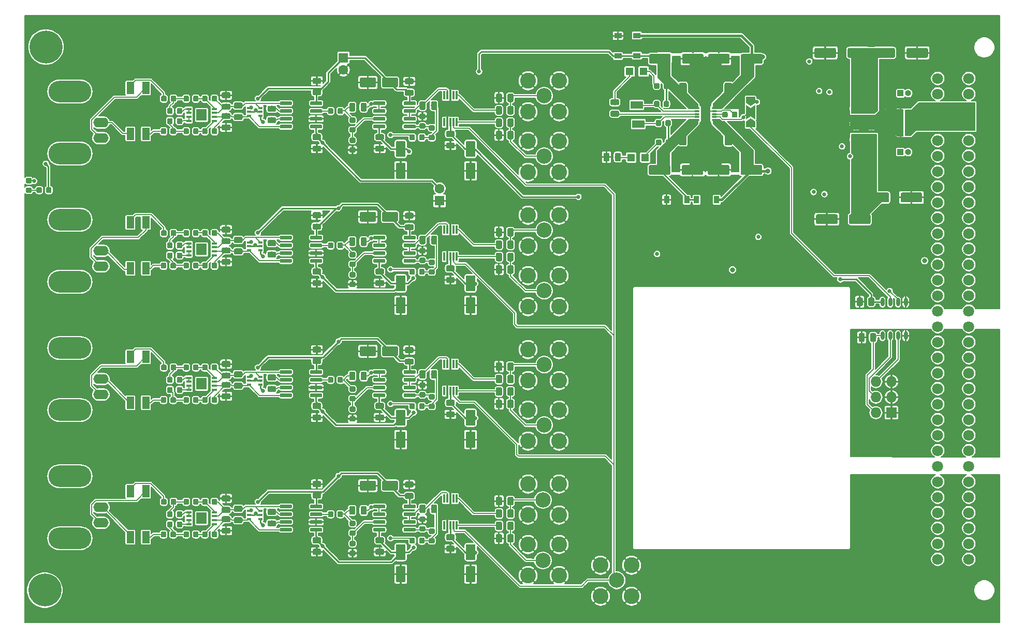
<source format=gbr>
G04 #@! TF.GenerationSoftware,KiCad,Pcbnew,(5.1.2)-1*
G04 #@! TF.CreationDate,2020-09-11T16:18:24+02:00*
G04 #@! TF.ProjectId,AFE_1CH_2V0,4146455f-3143-4485-9f32-56302e6b6963,3.1*
G04 #@! TF.SameCoordinates,Original*
G04 #@! TF.FileFunction,Copper,L1,Top*
G04 #@! TF.FilePolarity,Positive*
%FSLAX46Y46*%
G04 Gerber Fmt 4.6, Leading zero omitted, Abs format (unit mm)*
G04 Created by KiCad (PCBNEW (5.1.2)-1) date 2020-09-11 16:18:24*
%MOMM*%
%LPD*%
G04 APERTURE LIST*
%ADD10C,0.100000*%
%ADD11C,0.600000*%
%ADD12C,5.400000*%
%ADD13C,2.600000*%
%ADD14C,2.500000*%
%ADD15C,0.975000*%
%ADD16R,0.650000X0.400000*%
%ADD17C,0.875000*%
%ADD18R,1.680000X1.880000*%
%ADD19R,0.890000X0.420000*%
%ADD20R,0.300000X1.400000*%
%ADD21C,1.600000*%
%ADD22R,1.600000X1.600000*%
%ADD23R,1.200000X2.000000*%
%ADD24O,2.500000X1.600000*%
%ADD25O,7.000000X3.500000*%
%ADD26C,1.250000*%
%ADD27R,1.000000X1.000000*%
%ADD28O,1.000000X1.000000*%
%ADD29R,1.300000X1.300000*%
%ADD30R,2.000000X1.300000*%
%ADD31O,0.850000X0.280000*%
%ADD32R,0.280000X0.280000*%
%ADD33R,1.650000X2.400000*%
%ADD34R,0.680000X1.050000*%
%ADD35R,0.260000X0.500000*%
%ADD36R,0.280000X0.700000*%
%ADD37R,1.727200X1.727200*%
%ADD38O,1.727200X1.727200*%
%ADD39O,0.599999X1.397000*%
%ADD40R,0.900000X1.200000*%
%ADD41R,1.200000X0.900000*%
%ADD42C,0.300000*%
%ADD43C,1.800000*%
%ADD44C,0.650000*%
%ADD45C,0.800000*%
%ADD46C,0.250000*%
%ADD47C,0.175000*%
%ADD48C,0.400000*%
%ADD49C,0.155000*%
G04 APERTURE END LIST*
D10*
G36*
X149113703Y-59400722D02*
G01*
X149128264Y-59402882D01*
X149142543Y-59406459D01*
X149156403Y-59411418D01*
X149169710Y-59417712D01*
X149182336Y-59425280D01*
X149194159Y-59434048D01*
X149205066Y-59443934D01*
X149214952Y-59454841D01*
X149223720Y-59466664D01*
X149231288Y-59479290D01*
X149237582Y-59492597D01*
X149242541Y-59506457D01*
X149246118Y-59520736D01*
X149248278Y-59535297D01*
X149249000Y-59550000D01*
X149249000Y-59850000D01*
X149248278Y-59864703D01*
X149246118Y-59879264D01*
X149242541Y-59893543D01*
X149237582Y-59907403D01*
X149231288Y-59920710D01*
X149223720Y-59933336D01*
X149214952Y-59945159D01*
X149205066Y-59956066D01*
X149194159Y-59965952D01*
X149182336Y-59974720D01*
X149169710Y-59982288D01*
X149156403Y-59988582D01*
X149142543Y-59993541D01*
X149128264Y-59997118D01*
X149113703Y-59999278D01*
X149099000Y-60000000D01*
X147449000Y-60000000D01*
X147434297Y-59999278D01*
X147419736Y-59997118D01*
X147405457Y-59993541D01*
X147391597Y-59988582D01*
X147378290Y-59982288D01*
X147365664Y-59974720D01*
X147353841Y-59965952D01*
X147342934Y-59956066D01*
X147333048Y-59945159D01*
X147324280Y-59933336D01*
X147316712Y-59920710D01*
X147310418Y-59907403D01*
X147305459Y-59893543D01*
X147301882Y-59879264D01*
X147299722Y-59864703D01*
X147299000Y-59850000D01*
X147299000Y-59550000D01*
X147299722Y-59535297D01*
X147301882Y-59520736D01*
X147305459Y-59506457D01*
X147310418Y-59492597D01*
X147316712Y-59479290D01*
X147324280Y-59466664D01*
X147333048Y-59454841D01*
X147342934Y-59443934D01*
X147353841Y-59434048D01*
X147365664Y-59425280D01*
X147378290Y-59417712D01*
X147391597Y-59411418D01*
X147405457Y-59406459D01*
X147419736Y-59402882D01*
X147434297Y-59400722D01*
X147449000Y-59400000D01*
X149099000Y-59400000D01*
X149113703Y-59400722D01*
X149113703Y-59400722D01*
G37*
D11*
X148274000Y-59700000D03*
D10*
G36*
X149113703Y-60670722D02*
G01*
X149128264Y-60672882D01*
X149142543Y-60676459D01*
X149156403Y-60681418D01*
X149169710Y-60687712D01*
X149182336Y-60695280D01*
X149194159Y-60704048D01*
X149205066Y-60713934D01*
X149214952Y-60724841D01*
X149223720Y-60736664D01*
X149231288Y-60749290D01*
X149237582Y-60762597D01*
X149242541Y-60776457D01*
X149246118Y-60790736D01*
X149248278Y-60805297D01*
X149249000Y-60820000D01*
X149249000Y-61120000D01*
X149248278Y-61134703D01*
X149246118Y-61149264D01*
X149242541Y-61163543D01*
X149237582Y-61177403D01*
X149231288Y-61190710D01*
X149223720Y-61203336D01*
X149214952Y-61215159D01*
X149205066Y-61226066D01*
X149194159Y-61235952D01*
X149182336Y-61244720D01*
X149169710Y-61252288D01*
X149156403Y-61258582D01*
X149142543Y-61263541D01*
X149128264Y-61267118D01*
X149113703Y-61269278D01*
X149099000Y-61270000D01*
X147449000Y-61270000D01*
X147434297Y-61269278D01*
X147419736Y-61267118D01*
X147405457Y-61263541D01*
X147391597Y-61258582D01*
X147378290Y-61252288D01*
X147365664Y-61244720D01*
X147353841Y-61235952D01*
X147342934Y-61226066D01*
X147333048Y-61215159D01*
X147324280Y-61203336D01*
X147316712Y-61190710D01*
X147310418Y-61177403D01*
X147305459Y-61163543D01*
X147301882Y-61149264D01*
X147299722Y-61134703D01*
X147299000Y-61120000D01*
X147299000Y-60820000D01*
X147299722Y-60805297D01*
X147301882Y-60790736D01*
X147305459Y-60776457D01*
X147310418Y-60762597D01*
X147316712Y-60749290D01*
X147324280Y-60736664D01*
X147333048Y-60724841D01*
X147342934Y-60713934D01*
X147353841Y-60704048D01*
X147365664Y-60695280D01*
X147378290Y-60687712D01*
X147391597Y-60681418D01*
X147405457Y-60676459D01*
X147419736Y-60672882D01*
X147434297Y-60670722D01*
X147449000Y-60670000D01*
X149099000Y-60670000D01*
X149113703Y-60670722D01*
X149113703Y-60670722D01*
G37*
D11*
X148274000Y-60970000D03*
D10*
G36*
X149113703Y-61940722D02*
G01*
X149128264Y-61942882D01*
X149142543Y-61946459D01*
X149156403Y-61951418D01*
X149169710Y-61957712D01*
X149182336Y-61965280D01*
X149194159Y-61974048D01*
X149205066Y-61983934D01*
X149214952Y-61994841D01*
X149223720Y-62006664D01*
X149231288Y-62019290D01*
X149237582Y-62032597D01*
X149242541Y-62046457D01*
X149246118Y-62060736D01*
X149248278Y-62075297D01*
X149249000Y-62090000D01*
X149249000Y-62390000D01*
X149248278Y-62404703D01*
X149246118Y-62419264D01*
X149242541Y-62433543D01*
X149237582Y-62447403D01*
X149231288Y-62460710D01*
X149223720Y-62473336D01*
X149214952Y-62485159D01*
X149205066Y-62496066D01*
X149194159Y-62505952D01*
X149182336Y-62514720D01*
X149169710Y-62522288D01*
X149156403Y-62528582D01*
X149142543Y-62533541D01*
X149128264Y-62537118D01*
X149113703Y-62539278D01*
X149099000Y-62540000D01*
X147449000Y-62540000D01*
X147434297Y-62539278D01*
X147419736Y-62537118D01*
X147405457Y-62533541D01*
X147391597Y-62528582D01*
X147378290Y-62522288D01*
X147365664Y-62514720D01*
X147353841Y-62505952D01*
X147342934Y-62496066D01*
X147333048Y-62485159D01*
X147324280Y-62473336D01*
X147316712Y-62460710D01*
X147310418Y-62447403D01*
X147305459Y-62433543D01*
X147301882Y-62419264D01*
X147299722Y-62404703D01*
X147299000Y-62390000D01*
X147299000Y-62090000D01*
X147299722Y-62075297D01*
X147301882Y-62060736D01*
X147305459Y-62046457D01*
X147310418Y-62032597D01*
X147316712Y-62019290D01*
X147324280Y-62006664D01*
X147333048Y-61994841D01*
X147342934Y-61983934D01*
X147353841Y-61974048D01*
X147365664Y-61965280D01*
X147378290Y-61957712D01*
X147391597Y-61951418D01*
X147405457Y-61946459D01*
X147419736Y-61942882D01*
X147434297Y-61940722D01*
X147449000Y-61940000D01*
X149099000Y-61940000D01*
X149113703Y-61940722D01*
X149113703Y-61940722D01*
G37*
D11*
X148274000Y-62240000D03*
D10*
G36*
X149113703Y-63210722D02*
G01*
X149128264Y-63212882D01*
X149142543Y-63216459D01*
X149156403Y-63221418D01*
X149169710Y-63227712D01*
X149182336Y-63235280D01*
X149194159Y-63244048D01*
X149205066Y-63253934D01*
X149214952Y-63264841D01*
X149223720Y-63276664D01*
X149231288Y-63289290D01*
X149237582Y-63302597D01*
X149242541Y-63316457D01*
X149246118Y-63330736D01*
X149248278Y-63345297D01*
X149249000Y-63360000D01*
X149249000Y-63660000D01*
X149248278Y-63674703D01*
X149246118Y-63689264D01*
X149242541Y-63703543D01*
X149237582Y-63717403D01*
X149231288Y-63730710D01*
X149223720Y-63743336D01*
X149214952Y-63755159D01*
X149205066Y-63766066D01*
X149194159Y-63775952D01*
X149182336Y-63784720D01*
X149169710Y-63792288D01*
X149156403Y-63798582D01*
X149142543Y-63803541D01*
X149128264Y-63807118D01*
X149113703Y-63809278D01*
X149099000Y-63810000D01*
X147449000Y-63810000D01*
X147434297Y-63809278D01*
X147419736Y-63807118D01*
X147405457Y-63803541D01*
X147391597Y-63798582D01*
X147378290Y-63792288D01*
X147365664Y-63784720D01*
X147353841Y-63775952D01*
X147342934Y-63766066D01*
X147333048Y-63755159D01*
X147324280Y-63743336D01*
X147316712Y-63730710D01*
X147310418Y-63717403D01*
X147305459Y-63703543D01*
X147301882Y-63689264D01*
X147299722Y-63674703D01*
X147299000Y-63660000D01*
X147299000Y-63360000D01*
X147299722Y-63345297D01*
X147301882Y-63330736D01*
X147305459Y-63316457D01*
X147310418Y-63302597D01*
X147316712Y-63289290D01*
X147324280Y-63276664D01*
X147333048Y-63264841D01*
X147342934Y-63253934D01*
X147353841Y-63244048D01*
X147365664Y-63235280D01*
X147378290Y-63227712D01*
X147391597Y-63221418D01*
X147405457Y-63216459D01*
X147419736Y-63212882D01*
X147434297Y-63210722D01*
X147449000Y-63210000D01*
X149099000Y-63210000D01*
X149113703Y-63210722D01*
X149113703Y-63210722D01*
G37*
D11*
X148274000Y-63510000D03*
D10*
G36*
X154063703Y-63210722D02*
G01*
X154078264Y-63212882D01*
X154092543Y-63216459D01*
X154106403Y-63221418D01*
X154119710Y-63227712D01*
X154132336Y-63235280D01*
X154144159Y-63244048D01*
X154155066Y-63253934D01*
X154164952Y-63264841D01*
X154173720Y-63276664D01*
X154181288Y-63289290D01*
X154187582Y-63302597D01*
X154192541Y-63316457D01*
X154196118Y-63330736D01*
X154198278Y-63345297D01*
X154199000Y-63360000D01*
X154199000Y-63660000D01*
X154198278Y-63674703D01*
X154196118Y-63689264D01*
X154192541Y-63703543D01*
X154187582Y-63717403D01*
X154181288Y-63730710D01*
X154173720Y-63743336D01*
X154164952Y-63755159D01*
X154155066Y-63766066D01*
X154144159Y-63775952D01*
X154132336Y-63784720D01*
X154119710Y-63792288D01*
X154106403Y-63798582D01*
X154092543Y-63803541D01*
X154078264Y-63807118D01*
X154063703Y-63809278D01*
X154049000Y-63810000D01*
X152399000Y-63810000D01*
X152384297Y-63809278D01*
X152369736Y-63807118D01*
X152355457Y-63803541D01*
X152341597Y-63798582D01*
X152328290Y-63792288D01*
X152315664Y-63784720D01*
X152303841Y-63775952D01*
X152292934Y-63766066D01*
X152283048Y-63755159D01*
X152274280Y-63743336D01*
X152266712Y-63730710D01*
X152260418Y-63717403D01*
X152255459Y-63703543D01*
X152251882Y-63689264D01*
X152249722Y-63674703D01*
X152249000Y-63660000D01*
X152249000Y-63360000D01*
X152249722Y-63345297D01*
X152251882Y-63330736D01*
X152255459Y-63316457D01*
X152260418Y-63302597D01*
X152266712Y-63289290D01*
X152274280Y-63276664D01*
X152283048Y-63264841D01*
X152292934Y-63253934D01*
X152303841Y-63244048D01*
X152315664Y-63235280D01*
X152328290Y-63227712D01*
X152341597Y-63221418D01*
X152355457Y-63216459D01*
X152369736Y-63212882D01*
X152384297Y-63210722D01*
X152399000Y-63210000D01*
X154049000Y-63210000D01*
X154063703Y-63210722D01*
X154063703Y-63210722D01*
G37*
D11*
X153224000Y-63510000D03*
D10*
G36*
X154063703Y-61940722D02*
G01*
X154078264Y-61942882D01*
X154092543Y-61946459D01*
X154106403Y-61951418D01*
X154119710Y-61957712D01*
X154132336Y-61965280D01*
X154144159Y-61974048D01*
X154155066Y-61983934D01*
X154164952Y-61994841D01*
X154173720Y-62006664D01*
X154181288Y-62019290D01*
X154187582Y-62032597D01*
X154192541Y-62046457D01*
X154196118Y-62060736D01*
X154198278Y-62075297D01*
X154199000Y-62090000D01*
X154199000Y-62390000D01*
X154198278Y-62404703D01*
X154196118Y-62419264D01*
X154192541Y-62433543D01*
X154187582Y-62447403D01*
X154181288Y-62460710D01*
X154173720Y-62473336D01*
X154164952Y-62485159D01*
X154155066Y-62496066D01*
X154144159Y-62505952D01*
X154132336Y-62514720D01*
X154119710Y-62522288D01*
X154106403Y-62528582D01*
X154092543Y-62533541D01*
X154078264Y-62537118D01*
X154063703Y-62539278D01*
X154049000Y-62540000D01*
X152399000Y-62540000D01*
X152384297Y-62539278D01*
X152369736Y-62537118D01*
X152355457Y-62533541D01*
X152341597Y-62528582D01*
X152328290Y-62522288D01*
X152315664Y-62514720D01*
X152303841Y-62505952D01*
X152292934Y-62496066D01*
X152283048Y-62485159D01*
X152274280Y-62473336D01*
X152266712Y-62460710D01*
X152260418Y-62447403D01*
X152255459Y-62433543D01*
X152251882Y-62419264D01*
X152249722Y-62404703D01*
X152249000Y-62390000D01*
X152249000Y-62090000D01*
X152249722Y-62075297D01*
X152251882Y-62060736D01*
X152255459Y-62046457D01*
X152260418Y-62032597D01*
X152266712Y-62019290D01*
X152274280Y-62006664D01*
X152283048Y-61994841D01*
X152292934Y-61983934D01*
X152303841Y-61974048D01*
X152315664Y-61965280D01*
X152328290Y-61957712D01*
X152341597Y-61951418D01*
X152355457Y-61946459D01*
X152369736Y-61942882D01*
X152384297Y-61940722D01*
X152399000Y-61940000D01*
X154049000Y-61940000D01*
X154063703Y-61940722D01*
X154063703Y-61940722D01*
G37*
D11*
X153224000Y-62240000D03*
D10*
G36*
X154063703Y-60670722D02*
G01*
X154078264Y-60672882D01*
X154092543Y-60676459D01*
X154106403Y-60681418D01*
X154119710Y-60687712D01*
X154132336Y-60695280D01*
X154144159Y-60704048D01*
X154155066Y-60713934D01*
X154164952Y-60724841D01*
X154173720Y-60736664D01*
X154181288Y-60749290D01*
X154187582Y-60762597D01*
X154192541Y-60776457D01*
X154196118Y-60790736D01*
X154198278Y-60805297D01*
X154199000Y-60820000D01*
X154199000Y-61120000D01*
X154198278Y-61134703D01*
X154196118Y-61149264D01*
X154192541Y-61163543D01*
X154187582Y-61177403D01*
X154181288Y-61190710D01*
X154173720Y-61203336D01*
X154164952Y-61215159D01*
X154155066Y-61226066D01*
X154144159Y-61235952D01*
X154132336Y-61244720D01*
X154119710Y-61252288D01*
X154106403Y-61258582D01*
X154092543Y-61263541D01*
X154078264Y-61267118D01*
X154063703Y-61269278D01*
X154049000Y-61270000D01*
X152399000Y-61270000D01*
X152384297Y-61269278D01*
X152369736Y-61267118D01*
X152355457Y-61263541D01*
X152341597Y-61258582D01*
X152328290Y-61252288D01*
X152315664Y-61244720D01*
X152303841Y-61235952D01*
X152292934Y-61226066D01*
X152283048Y-61215159D01*
X152274280Y-61203336D01*
X152266712Y-61190710D01*
X152260418Y-61177403D01*
X152255459Y-61163543D01*
X152251882Y-61149264D01*
X152249722Y-61134703D01*
X152249000Y-61120000D01*
X152249000Y-60820000D01*
X152249722Y-60805297D01*
X152251882Y-60790736D01*
X152255459Y-60776457D01*
X152260418Y-60762597D01*
X152266712Y-60749290D01*
X152274280Y-60736664D01*
X152283048Y-60724841D01*
X152292934Y-60713934D01*
X152303841Y-60704048D01*
X152315664Y-60695280D01*
X152328290Y-60687712D01*
X152341597Y-60681418D01*
X152355457Y-60676459D01*
X152369736Y-60672882D01*
X152384297Y-60670722D01*
X152399000Y-60670000D01*
X154049000Y-60670000D01*
X154063703Y-60670722D01*
X154063703Y-60670722D01*
G37*
D11*
X153224000Y-60970000D03*
D10*
G36*
X154063703Y-59400722D02*
G01*
X154078264Y-59402882D01*
X154092543Y-59406459D01*
X154106403Y-59411418D01*
X154119710Y-59417712D01*
X154132336Y-59425280D01*
X154144159Y-59434048D01*
X154155066Y-59443934D01*
X154164952Y-59454841D01*
X154173720Y-59466664D01*
X154181288Y-59479290D01*
X154187582Y-59492597D01*
X154192541Y-59506457D01*
X154196118Y-59520736D01*
X154198278Y-59535297D01*
X154199000Y-59550000D01*
X154199000Y-59850000D01*
X154198278Y-59864703D01*
X154196118Y-59879264D01*
X154192541Y-59893543D01*
X154187582Y-59907403D01*
X154181288Y-59920710D01*
X154173720Y-59933336D01*
X154164952Y-59945159D01*
X154155066Y-59956066D01*
X154144159Y-59965952D01*
X154132336Y-59974720D01*
X154119710Y-59982288D01*
X154106403Y-59988582D01*
X154092543Y-59993541D01*
X154078264Y-59997118D01*
X154063703Y-59999278D01*
X154049000Y-60000000D01*
X152399000Y-60000000D01*
X152384297Y-59999278D01*
X152369736Y-59997118D01*
X152355457Y-59993541D01*
X152341597Y-59988582D01*
X152328290Y-59982288D01*
X152315664Y-59974720D01*
X152303841Y-59965952D01*
X152292934Y-59956066D01*
X152283048Y-59945159D01*
X152274280Y-59933336D01*
X152266712Y-59920710D01*
X152260418Y-59907403D01*
X152255459Y-59893543D01*
X152251882Y-59879264D01*
X152249722Y-59864703D01*
X152249000Y-59850000D01*
X152249000Y-59550000D01*
X152249722Y-59535297D01*
X152251882Y-59520736D01*
X152255459Y-59506457D01*
X152260418Y-59492597D01*
X152266712Y-59479290D01*
X152274280Y-59466664D01*
X152283048Y-59454841D01*
X152292934Y-59443934D01*
X152303841Y-59434048D01*
X152315664Y-59425280D01*
X152328290Y-59417712D01*
X152341597Y-59411418D01*
X152355457Y-59406459D01*
X152369736Y-59402882D01*
X152384297Y-59400722D01*
X152399000Y-59400000D01*
X154049000Y-59400000D01*
X154063703Y-59400722D01*
X154063703Y-59400722D01*
G37*
D11*
X153224000Y-59700000D03*
D10*
G36*
X149113703Y-81410722D02*
G01*
X149128264Y-81412882D01*
X149142543Y-81416459D01*
X149156403Y-81421418D01*
X149169710Y-81427712D01*
X149182336Y-81435280D01*
X149194159Y-81444048D01*
X149205066Y-81453934D01*
X149214952Y-81464841D01*
X149223720Y-81476664D01*
X149231288Y-81489290D01*
X149237582Y-81502597D01*
X149242541Y-81516457D01*
X149246118Y-81530736D01*
X149248278Y-81545297D01*
X149249000Y-81560000D01*
X149249000Y-81860000D01*
X149248278Y-81874703D01*
X149246118Y-81889264D01*
X149242541Y-81903543D01*
X149237582Y-81917403D01*
X149231288Y-81930710D01*
X149223720Y-81943336D01*
X149214952Y-81955159D01*
X149205066Y-81966066D01*
X149194159Y-81975952D01*
X149182336Y-81984720D01*
X149169710Y-81992288D01*
X149156403Y-81998582D01*
X149142543Y-82003541D01*
X149128264Y-82007118D01*
X149113703Y-82009278D01*
X149099000Y-82010000D01*
X147449000Y-82010000D01*
X147434297Y-82009278D01*
X147419736Y-82007118D01*
X147405457Y-82003541D01*
X147391597Y-81998582D01*
X147378290Y-81992288D01*
X147365664Y-81984720D01*
X147353841Y-81975952D01*
X147342934Y-81966066D01*
X147333048Y-81955159D01*
X147324280Y-81943336D01*
X147316712Y-81930710D01*
X147310418Y-81917403D01*
X147305459Y-81903543D01*
X147301882Y-81889264D01*
X147299722Y-81874703D01*
X147299000Y-81860000D01*
X147299000Y-81560000D01*
X147299722Y-81545297D01*
X147301882Y-81530736D01*
X147305459Y-81516457D01*
X147310418Y-81502597D01*
X147316712Y-81489290D01*
X147324280Y-81476664D01*
X147333048Y-81464841D01*
X147342934Y-81453934D01*
X147353841Y-81444048D01*
X147365664Y-81435280D01*
X147378290Y-81427712D01*
X147391597Y-81421418D01*
X147405457Y-81416459D01*
X147419736Y-81412882D01*
X147434297Y-81410722D01*
X147449000Y-81410000D01*
X149099000Y-81410000D01*
X149113703Y-81410722D01*
X149113703Y-81410722D01*
G37*
D11*
X148274000Y-81710000D03*
D10*
G36*
X149113703Y-82680722D02*
G01*
X149128264Y-82682882D01*
X149142543Y-82686459D01*
X149156403Y-82691418D01*
X149169710Y-82697712D01*
X149182336Y-82705280D01*
X149194159Y-82714048D01*
X149205066Y-82723934D01*
X149214952Y-82734841D01*
X149223720Y-82746664D01*
X149231288Y-82759290D01*
X149237582Y-82772597D01*
X149242541Y-82786457D01*
X149246118Y-82800736D01*
X149248278Y-82815297D01*
X149249000Y-82830000D01*
X149249000Y-83130000D01*
X149248278Y-83144703D01*
X149246118Y-83159264D01*
X149242541Y-83173543D01*
X149237582Y-83187403D01*
X149231288Y-83200710D01*
X149223720Y-83213336D01*
X149214952Y-83225159D01*
X149205066Y-83236066D01*
X149194159Y-83245952D01*
X149182336Y-83254720D01*
X149169710Y-83262288D01*
X149156403Y-83268582D01*
X149142543Y-83273541D01*
X149128264Y-83277118D01*
X149113703Y-83279278D01*
X149099000Y-83280000D01*
X147449000Y-83280000D01*
X147434297Y-83279278D01*
X147419736Y-83277118D01*
X147405457Y-83273541D01*
X147391597Y-83268582D01*
X147378290Y-83262288D01*
X147365664Y-83254720D01*
X147353841Y-83245952D01*
X147342934Y-83236066D01*
X147333048Y-83225159D01*
X147324280Y-83213336D01*
X147316712Y-83200710D01*
X147310418Y-83187403D01*
X147305459Y-83173543D01*
X147301882Y-83159264D01*
X147299722Y-83144703D01*
X147299000Y-83130000D01*
X147299000Y-82830000D01*
X147299722Y-82815297D01*
X147301882Y-82800736D01*
X147305459Y-82786457D01*
X147310418Y-82772597D01*
X147316712Y-82759290D01*
X147324280Y-82746664D01*
X147333048Y-82734841D01*
X147342934Y-82723934D01*
X147353841Y-82714048D01*
X147365664Y-82705280D01*
X147378290Y-82697712D01*
X147391597Y-82691418D01*
X147405457Y-82686459D01*
X147419736Y-82682882D01*
X147434297Y-82680722D01*
X147449000Y-82680000D01*
X149099000Y-82680000D01*
X149113703Y-82680722D01*
X149113703Y-82680722D01*
G37*
D11*
X148274000Y-82980000D03*
D10*
G36*
X149113703Y-83950722D02*
G01*
X149128264Y-83952882D01*
X149142543Y-83956459D01*
X149156403Y-83961418D01*
X149169710Y-83967712D01*
X149182336Y-83975280D01*
X149194159Y-83984048D01*
X149205066Y-83993934D01*
X149214952Y-84004841D01*
X149223720Y-84016664D01*
X149231288Y-84029290D01*
X149237582Y-84042597D01*
X149242541Y-84056457D01*
X149246118Y-84070736D01*
X149248278Y-84085297D01*
X149249000Y-84100000D01*
X149249000Y-84400000D01*
X149248278Y-84414703D01*
X149246118Y-84429264D01*
X149242541Y-84443543D01*
X149237582Y-84457403D01*
X149231288Y-84470710D01*
X149223720Y-84483336D01*
X149214952Y-84495159D01*
X149205066Y-84506066D01*
X149194159Y-84515952D01*
X149182336Y-84524720D01*
X149169710Y-84532288D01*
X149156403Y-84538582D01*
X149142543Y-84543541D01*
X149128264Y-84547118D01*
X149113703Y-84549278D01*
X149099000Y-84550000D01*
X147449000Y-84550000D01*
X147434297Y-84549278D01*
X147419736Y-84547118D01*
X147405457Y-84543541D01*
X147391597Y-84538582D01*
X147378290Y-84532288D01*
X147365664Y-84524720D01*
X147353841Y-84515952D01*
X147342934Y-84506066D01*
X147333048Y-84495159D01*
X147324280Y-84483336D01*
X147316712Y-84470710D01*
X147310418Y-84457403D01*
X147305459Y-84443543D01*
X147301882Y-84429264D01*
X147299722Y-84414703D01*
X147299000Y-84400000D01*
X147299000Y-84100000D01*
X147299722Y-84085297D01*
X147301882Y-84070736D01*
X147305459Y-84056457D01*
X147310418Y-84042597D01*
X147316712Y-84029290D01*
X147324280Y-84016664D01*
X147333048Y-84004841D01*
X147342934Y-83993934D01*
X147353841Y-83984048D01*
X147365664Y-83975280D01*
X147378290Y-83967712D01*
X147391597Y-83961418D01*
X147405457Y-83956459D01*
X147419736Y-83952882D01*
X147434297Y-83950722D01*
X147449000Y-83950000D01*
X149099000Y-83950000D01*
X149113703Y-83950722D01*
X149113703Y-83950722D01*
G37*
D11*
X148274000Y-84250000D03*
D10*
G36*
X149113703Y-85220722D02*
G01*
X149128264Y-85222882D01*
X149142543Y-85226459D01*
X149156403Y-85231418D01*
X149169710Y-85237712D01*
X149182336Y-85245280D01*
X149194159Y-85254048D01*
X149205066Y-85263934D01*
X149214952Y-85274841D01*
X149223720Y-85286664D01*
X149231288Y-85299290D01*
X149237582Y-85312597D01*
X149242541Y-85326457D01*
X149246118Y-85340736D01*
X149248278Y-85355297D01*
X149249000Y-85370000D01*
X149249000Y-85670000D01*
X149248278Y-85684703D01*
X149246118Y-85699264D01*
X149242541Y-85713543D01*
X149237582Y-85727403D01*
X149231288Y-85740710D01*
X149223720Y-85753336D01*
X149214952Y-85765159D01*
X149205066Y-85776066D01*
X149194159Y-85785952D01*
X149182336Y-85794720D01*
X149169710Y-85802288D01*
X149156403Y-85808582D01*
X149142543Y-85813541D01*
X149128264Y-85817118D01*
X149113703Y-85819278D01*
X149099000Y-85820000D01*
X147449000Y-85820000D01*
X147434297Y-85819278D01*
X147419736Y-85817118D01*
X147405457Y-85813541D01*
X147391597Y-85808582D01*
X147378290Y-85802288D01*
X147365664Y-85794720D01*
X147353841Y-85785952D01*
X147342934Y-85776066D01*
X147333048Y-85765159D01*
X147324280Y-85753336D01*
X147316712Y-85740710D01*
X147310418Y-85727403D01*
X147305459Y-85713543D01*
X147301882Y-85699264D01*
X147299722Y-85684703D01*
X147299000Y-85670000D01*
X147299000Y-85370000D01*
X147299722Y-85355297D01*
X147301882Y-85340736D01*
X147305459Y-85326457D01*
X147310418Y-85312597D01*
X147316712Y-85299290D01*
X147324280Y-85286664D01*
X147333048Y-85274841D01*
X147342934Y-85263934D01*
X147353841Y-85254048D01*
X147365664Y-85245280D01*
X147378290Y-85237712D01*
X147391597Y-85231418D01*
X147405457Y-85226459D01*
X147419736Y-85222882D01*
X147434297Y-85220722D01*
X147449000Y-85220000D01*
X149099000Y-85220000D01*
X149113703Y-85220722D01*
X149113703Y-85220722D01*
G37*
D11*
X148274000Y-85520000D03*
D10*
G36*
X154063703Y-85220722D02*
G01*
X154078264Y-85222882D01*
X154092543Y-85226459D01*
X154106403Y-85231418D01*
X154119710Y-85237712D01*
X154132336Y-85245280D01*
X154144159Y-85254048D01*
X154155066Y-85263934D01*
X154164952Y-85274841D01*
X154173720Y-85286664D01*
X154181288Y-85299290D01*
X154187582Y-85312597D01*
X154192541Y-85326457D01*
X154196118Y-85340736D01*
X154198278Y-85355297D01*
X154199000Y-85370000D01*
X154199000Y-85670000D01*
X154198278Y-85684703D01*
X154196118Y-85699264D01*
X154192541Y-85713543D01*
X154187582Y-85727403D01*
X154181288Y-85740710D01*
X154173720Y-85753336D01*
X154164952Y-85765159D01*
X154155066Y-85776066D01*
X154144159Y-85785952D01*
X154132336Y-85794720D01*
X154119710Y-85802288D01*
X154106403Y-85808582D01*
X154092543Y-85813541D01*
X154078264Y-85817118D01*
X154063703Y-85819278D01*
X154049000Y-85820000D01*
X152399000Y-85820000D01*
X152384297Y-85819278D01*
X152369736Y-85817118D01*
X152355457Y-85813541D01*
X152341597Y-85808582D01*
X152328290Y-85802288D01*
X152315664Y-85794720D01*
X152303841Y-85785952D01*
X152292934Y-85776066D01*
X152283048Y-85765159D01*
X152274280Y-85753336D01*
X152266712Y-85740710D01*
X152260418Y-85727403D01*
X152255459Y-85713543D01*
X152251882Y-85699264D01*
X152249722Y-85684703D01*
X152249000Y-85670000D01*
X152249000Y-85370000D01*
X152249722Y-85355297D01*
X152251882Y-85340736D01*
X152255459Y-85326457D01*
X152260418Y-85312597D01*
X152266712Y-85299290D01*
X152274280Y-85286664D01*
X152283048Y-85274841D01*
X152292934Y-85263934D01*
X152303841Y-85254048D01*
X152315664Y-85245280D01*
X152328290Y-85237712D01*
X152341597Y-85231418D01*
X152355457Y-85226459D01*
X152369736Y-85222882D01*
X152384297Y-85220722D01*
X152399000Y-85220000D01*
X154049000Y-85220000D01*
X154063703Y-85220722D01*
X154063703Y-85220722D01*
G37*
D11*
X153224000Y-85520000D03*
D10*
G36*
X154063703Y-83950722D02*
G01*
X154078264Y-83952882D01*
X154092543Y-83956459D01*
X154106403Y-83961418D01*
X154119710Y-83967712D01*
X154132336Y-83975280D01*
X154144159Y-83984048D01*
X154155066Y-83993934D01*
X154164952Y-84004841D01*
X154173720Y-84016664D01*
X154181288Y-84029290D01*
X154187582Y-84042597D01*
X154192541Y-84056457D01*
X154196118Y-84070736D01*
X154198278Y-84085297D01*
X154199000Y-84100000D01*
X154199000Y-84400000D01*
X154198278Y-84414703D01*
X154196118Y-84429264D01*
X154192541Y-84443543D01*
X154187582Y-84457403D01*
X154181288Y-84470710D01*
X154173720Y-84483336D01*
X154164952Y-84495159D01*
X154155066Y-84506066D01*
X154144159Y-84515952D01*
X154132336Y-84524720D01*
X154119710Y-84532288D01*
X154106403Y-84538582D01*
X154092543Y-84543541D01*
X154078264Y-84547118D01*
X154063703Y-84549278D01*
X154049000Y-84550000D01*
X152399000Y-84550000D01*
X152384297Y-84549278D01*
X152369736Y-84547118D01*
X152355457Y-84543541D01*
X152341597Y-84538582D01*
X152328290Y-84532288D01*
X152315664Y-84524720D01*
X152303841Y-84515952D01*
X152292934Y-84506066D01*
X152283048Y-84495159D01*
X152274280Y-84483336D01*
X152266712Y-84470710D01*
X152260418Y-84457403D01*
X152255459Y-84443543D01*
X152251882Y-84429264D01*
X152249722Y-84414703D01*
X152249000Y-84400000D01*
X152249000Y-84100000D01*
X152249722Y-84085297D01*
X152251882Y-84070736D01*
X152255459Y-84056457D01*
X152260418Y-84042597D01*
X152266712Y-84029290D01*
X152274280Y-84016664D01*
X152283048Y-84004841D01*
X152292934Y-83993934D01*
X152303841Y-83984048D01*
X152315664Y-83975280D01*
X152328290Y-83967712D01*
X152341597Y-83961418D01*
X152355457Y-83956459D01*
X152369736Y-83952882D01*
X152384297Y-83950722D01*
X152399000Y-83950000D01*
X154049000Y-83950000D01*
X154063703Y-83950722D01*
X154063703Y-83950722D01*
G37*
D11*
X153224000Y-84250000D03*
D10*
G36*
X154063703Y-82680722D02*
G01*
X154078264Y-82682882D01*
X154092543Y-82686459D01*
X154106403Y-82691418D01*
X154119710Y-82697712D01*
X154132336Y-82705280D01*
X154144159Y-82714048D01*
X154155066Y-82723934D01*
X154164952Y-82734841D01*
X154173720Y-82746664D01*
X154181288Y-82759290D01*
X154187582Y-82772597D01*
X154192541Y-82786457D01*
X154196118Y-82800736D01*
X154198278Y-82815297D01*
X154199000Y-82830000D01*
X154199000Y-83130000D01*
X154198278Y-83144703D01*
X154196118Y-83159264D01*
X154192541Y-83173543D01*
X154187582Y-83187403D01*
X154181288Y-83200710D01*
X154173720Y-83213336D01*
X154164952Y-83225159D01*
X154155066Y-83236066D01*
X154144159Y-83245952D01*
X154132336Y-83254720D01*
X154119710Y-83262288D01*
X154106403Y-83268582D01*
X154092543Y-83273541D01*
X154078264Y-83277118D01*
X154063703Y-83279278D01*
X154049000Y-83280000D01*
X152399000Y-83280000D01*
X152384297Y-83279278D01*
X152369736Y-83277118D01*
X152355457Y-83273541D01*
X152341597Y-83268582D01*
X152328290Y-83262288D01*
X152315664Y-83254720D01*
X152303841Y-83245952D01*
X152292934Y-83236066D01*
X152283048Y-83225159D01*
X152274280Y-83213336D01*
X152266712Y-83200710D01*
X152260418Y-83187403D01*
X152255459Y-83173543D01*
X152251882Y-83159264D01*
X152249722Y-83144703D01*
X152249000Y-83130000D01*
X152249000Y-82830000D01*
X152249722Y-82815297D01*
X152251882Y-82800736D01*
X152255459Y-82786457D01*
X152260418Y-82772597D01*
X152266712Y-82759290D01*
X152274280Y-82746664D01*
X152283048Y-82734841D01*
X152292934Y-82723934D01*
X152303841Y-82714048D01*
X152315664Y-82705280D01*
X152328290Y-82697712D01*
X152341597Y-82691418D01*
X152355457Y-82686459D01*
X152369736Y-82682882D01*
X152384297Y-82680722D01*
X152399000Y-82680000D01*
X154049000Y-82680000D01*
X154063703Y-82680722D01*
X154063703Y-82680722D01*
G37*
D11*
X153224000Y-82980000D03*
D10*
G36*
X154063703Y-81410722D02*
G01*
X154078264Y-81412882D01*
X154092543Y-81416459D01*
X154106403Y-81421418D01*
X154119710Y-81427712D01*
X154132336Y-81435280D01*
X154144159Y-81444048D01*
X154155066Y-81453934D01*
X154164952Y-81464841D01*
X154173720Y-81476664D01*
X154181288Y-81489290D01*
X154187582Y-81502597D01*
X154192541Y-81516457D01*
X154196118Y-81530736D01*
X154198278Y-81545297D01*
X154199000Y-81560000D01*
X154199000Y-81860000D01*
X154198278Y-81874703D01*
X154196118Y-81889264D01*
X154192541Y-81903543D01*
X154187582Y-81917403D01*
X154181288Y-81930710D01*
X154173720Y-81943336D01*
X154164952Y-81955159D01*
X154155066Y-81966066D01*
X154144159Y-81975952D01*
X154132336Y-81984720D01*
X154119710Y-81992288D01*
X154106403Y-81998582D01*
X154092543Y-82003541D01*
X154078264Y-82007118D01*
X154063703Y-82009278D01*
X154049000Y-82010000D01*
X152399000Y-82010000D01*
X152384297Y-82009278D01*
X152369736Y-82007118D01*
X152355457Y-82003541D01*
X152341597Y-81998582D01*
X152328290Y-81992288D01*
X152315664Y-81984720D01*
X152303841Y-81975952D01*
X152292934Y-81966066D01*
X152283048Y-81955159D01*
X152274280Y-81943336D01*
X152266712Y-81930710D01*
X152260418Y-81917403D01*
X152255459Y-81903543D01*
X152251882Y-81889264D01*
X152249722Y-81874703D01*
X152249000Y-81860000D01*
X152249000Y-81560000D01*
X152249722Y-81545297D01*
X152251882Y-81530736D01*
X152255459Y-81516457D01*
X152260418Y-81502597D01*
X152266712Y-81489290D01*
X152274280Y-81476664D01*
X152283048Y-81464841D01*
X152292934Y-81453934D01*
X152303841Y-81444048D01*
X152315664Y-81435280D01*
X152328290Y-81427712D01*
X152341597Y-81421418D01*
X152355457Y-81416459D01*
X152369736Y-81412882D01*
X152384297Y-81410722D01*
X152399000Y-81410000D01*
X154049000Y-81410000D01*
X154063703Y-81410722D01*
X154063703Y-81410722D01*
G37*
D11*
X153224000Y-81710000D03*
D10*
G36*
X149113703Y-103420722D02*
G01*
X149128264Y-103422882D01*
X149142543Y-103426459D01*
X149156403Y-103431418D01*
X149169710Y-103437712D01*
X149182336Y-103445280D01*
X149194159Y-103454048D01*
X149205066Y-103463934D01*
X149214952Y-103474841D01*
X149223720Y-103486664D01*
X149231288Y-103499290D01*
X149237582Y-103512597D01*
X149242541Y-103526457D01*
X149246118Y-103540736D01*
X149248278Y-103555297D01*
X149249000Y-103570000D01*
X149249000Y-103870000D01*
X149248278Y-103884703D01*
X149246118Y-103899264D01*
X149242541Y-103913543D01*
X149237582Y-103927403D01*
X149231288Y-103940710D01*
X149223720Y-103953336D01*
X149214952Y-103965159D01*
X149205066Y-103976066D01*
X149194159Y-103985952D01*
X149182336Y-103994720D01*
X149169710Y-104002288D01*
X149156403Y-104008582D01*
X149142543Y-104013541D01*
X149128264Y-104017118D01*
X149113703Y-104019278D01*
X149099000Y-104020000D01*
X147449000Y-104020000D01*
X147434297Y-104019278D01*
X147419736Y-104017118D01*
X147405457Y-104013541D01*
X147391597Y-104008582D01*
X147378290Y-104002288D01*
X147365664Y-103994720D01*
X147353841Y-103985952D01*
X147342934Y-103976066D01*
X147333048Y-103965159D01*
X147324280Y-103953336D01*
X147316712Y-103940710D01*
X147310418Y-103927403D01*
X147305459Y-103913543D01*
X147301882Y-103899264D01*
X147299722Y-103884703D01*
X147299000Y-103870000D01*
X147299000Y-103570000D01*
X147299722Y-103555297D01*
X147301882Y-103540736D01*
X147305459Y-103526457D01*
X147310418Y-103512597D01*
X147316712Y-103499290D01*
X147324280Y-103486664D01*
X147333048Y-103474841D01*
X147342934Y-103463934D01*
X147353841Y-103454048D01*
X147365664Y-103445280D01*
X147378290Y-103437712D01*
X147391597Y-103431418D01*
X147405457Y-103426459D01*
X147419736Y-103422882D01*
X147434297Y-103420722D01*
X147449000Y-103420000D01*
X149099000Y-103420000D01*
X149113703Y-103420722D01*
X149113703Y-103420722D01*
G37*
D11*
X148274000Y-103720000D03*
D10*
G36*
X149113703Y-104690722D02*
G01*
X149128264Y-104692882D01*
X149142543Y-104696459D01*
X149156403Y-104701418D01*
X149169710Y-104707712D01*
X149182336Y-104715280D01*
X149194159Y-104724048D01*
X149205066Y-104733934D01*
X149214952Y-104744841D01*
X149223720Y-104756664D01*
X149231288Y-104769290D01*
X149237582Y-104782597D01*
X149242541Y-104796457D01*
X149246118Y-104810736D01*
X149248278Y-104825297D01*
X149249000Y-104840000D01*
X149249000Y-105140000D01*
X149248278Y-105154703D01*
X149246118Y-105169264D01*
X149242541Y-105183543D01*
X149237582Y-105197403D01*
X149231288Y-105210710D01*
X149223720Y-105223336D01*
X149214952Y-105235159D01*
X149205066Y-105246066D01*
X149194159Y-105255952D01*
X149182336Y-105264720D01*
X149169710Y-105272288D01*
X149156403Y-105278582D01*
X149142543Y-105283541D01*
X149128264Y-105287118D01*
X149113703Y-105289278D01*
X149099000Y-105290000D01*
X147449000Y-105290000D01*
X147434297Y-105289278D01*
X147419736Y-105287118D01*
X147405457Y-105283541D01*
X147391597Y-105278582D01*
X147378290Y-105272288D01*
X147365664Y-105264720D01*
X147353841Y-105255952D01*
X147342934Y-105246066D01*
X147333048Y-105235159D01*
X147324280Y-105223336D01*
X147316712Y-105210710D01*
X147310418Y-105197403D01*
X147305459Y-105183543D01*
X147301882Y-105169264D01*
X147299722Y-105154703D01*
X147299000Y-105140000D01*
X147299000Y-104840000D01*
X147299722Y-104825297D01*
X147301882Y-104810736D01*
X147305459Y-104796457D01*
X147310418Y-104782597D01*
X147316712Y-104769290D01*
X147324280Y-104756664D01*
X147333048Y-104744841D01*
X147342934Y-104733934D01*
X147353841Y-104724048D01*
X147365664Y-104715280D01*
X147378290Y-104707712D01*
X147391597Y-104701418D01*
X147405457Y-104696459D01*
X147419736Y-104692882D01*
X147434297Y-104690722D01*
X147449000Y-104690000D01*
X149099000Y-104690000D01*
X149113703Y-104690722D01*
X149113703Y-104690722D01*
G37*
D11*
X148274000Y-104990000D03*
D10*
G36*
X149113703Y-105960722D02*
G01*
X149128264Y-105962882D01*
X149142543Y-105966459D01*
X149156403Y-105971418D01*
X149169710Y-105977712D01*
X149182336Y-105985280D01*
X149194159Y-105994048D01*
X149205066Y-106003934D01*
X149214952Y-106014841D01*
X149223720Y-106026664D01*
X149231288Y-106039290D01*
X149237582Y-106052597D01*
X149242541Y-106066457D01*
X149246118Y-106080736D01*
X149248278Y-106095297D01*
X149249000Y-106110000D01*
X149249000Y-106410000D01*
X149248278Y-106424703D01*
X149246118Y-106439264D01*
X149242541Y-106453543D01*
X149237582Y-106467403D01*
X149231288Y-106480710D01*
X149223720Y-106493336D01*
X149214952Y-106505159D01*
X149205066Y-106516066D01*
X149194159Y-106525952D01*
X149182336Y-106534720D01*
X149169710Y-106542288D01*
X149156403Y-106548582D01*
X149142543Y-106553541D01*
X149128264Y-106557118D01*
X149113703Y-106559278D01*
X149099000Y-106560000D01*
X147449000Y-106560000D01*
X147434297Y-106559278D01*
X147419736Y-106557118D01*
X147405457Y-106553541D01*
X147391597Y-106548582D01*
X147378290Y-106542288D01*
X147365664Y-106534720D01*
X147353841Y-106525952D01*
X147342934Y-106516066D01*
X147333048Y-106505159D01*
X147324280Y-106493336D01*
X147316712Y-106480710D01*
X147310418Y-106467403D01*
X147305459Y-106453543D01*
X147301882Y-106439264D01*
X147299722Y-106424703D01*
X147299000Y-106410000D01*
X147299000Y-106110000D01*
X147299722Y-106095297D01*
X147301882Y-106080736D01*
X147305459Y-106066457D01*
X147310418Y-106052597D01*
X147316712Y-106039290D01*
X147324280Y-106026664D01*
X147333048Y-106014841D01*
X147342934Y-106003934D01*
X147353841Y-105994048D01*
X147365664Y-105985280D01*
X147378290Y-105977712D01*
X147391597Y-105971418D01*
X147405457Y-105966459D01*
X147419736Y-105962882D01*
X147434297Y-105960722D01*
X147449000Y-105960000D01*
X149099000Y-105960000D01*
X149113703Y-105960722D01*
X149113703Y-105960722D01*
G37*
D11*
X148274000Y-106260000D03*
D10*
G36*
X149113703Y-107230722D02*
G01*
X149128264Y-107232882D01*
X149142543Y-107236459D01*
X149156403Y-107241418D01*
X149169710Y-107247712D01*
X149182336Y-107255280D01*
X149194159Y-107264048D01*
X149205066Y-107273934D01*
X149214952Y-107284841D01*
X149223720Y-107296664D01*
X149231288Y-107309290D01*
X149237582Y-107322597D01*
X149242541Y-107336457D01*
X149246118Y-107350736D01*
X149248278Y-107365297D01*
X149249000Y-107380000D01*
X149249000Y-107680000D01*
X149248278Y-107694703D01*
X149246118Y-107709264D01*
X149242541Y-107723543D01*
X149237582Y-107737403D01*
X149231288Y-107750710D01*
X149223720Y-107763336D01*
X149214952Y-107775159D01*
X149205066Y-107786066D01*
X149194159Y-107795952D01*
X149182336Y-107804720D01*
X149169710Y-107812288D01*
X149156403Y-107818582D01*
X149142543Y-107823541D01*
X149128264Y-107827118D01*
X149113703Y-107829278D01*
X149099000Y-107830000D01*
X147449000Y-107830000D01*
X147434297Y-107829278D01*
X147419736Y-107827118D01*
X147405457Y-107823541D01*
X147391597Y-107818582D01*
X147378290Y-107812288D01*
X147365664Y-107804720D01*
X147353841Y-107795952D01*
X147342934Y-107786066D01*
X147333048Y-107775159D01*
X147324280Y-107763336D01*
X147316712Y-107750710D01*
X147310418Y-107737403D01*
X147305459Y-107723543D01*
X147301882Y-107709264D01*
X147299722Y-107694703D01*
X147299000Y-107680000D01*
X147299000Y-107380000D01*
X147299722Y-107365297D01*
X147301882Y-107350736D01*
X147305459Y-107336457D01*
X147310418Y-107322597D01*
X147316712Y-107309290D01*
X147324280Y-107296664D01*
X147333048Y-107284841D01*
X147342934Y-107273934D01*
X147353841Y-107264048D01*
X147365664Y-107255280D01*
X147378290Y-107247712D01*
X147391597Y-107241418D01*
X147405457Y-107236459D01*
X147419736Y-107232882D01*
X147434297Y-107230722D01*
X147449000Y-107230000D01*
X149099000Y-107230000D01*
X149113703Y-107230722D01*
X149113703Y-107230722D01*
G37*
D11*
X148274000Y-107530000D03*
D10*
G36*
X154063703Y-107230722D02*
G01*
X154078264Y-107232882D01*
X154092543Y-107236459D01*
X154106403Y-107241418D01*
X154119710Y-107247712D01*
X154132336Y-107255280D01*
X154144159Y-107264048D01*
X154155066Y-107273934D01*
X154164952Y-107284841D01*
X154173720Y-107296664D01*
X154181288Y-107309290D01*
X154187582Y-107322597D01*
X154192541Y-107336457D01*
X154196118Y-107350736D01*
X154198278Y-107365297D01*
X154199000Y-107380000D01*
X154199000Y-107680000D01*
X154198278Y-107694703D01*
X154196118Y-107709264D01*
X154192541Y-107723543D01*
X154187582Y-107737403D01*
X154181288Y-107750710D01*
X154173720Y-107763336D01*
X154164952Y-107775159D01*
X154155066Y-107786066D01*
X154144159Y-107795952D01*
X154132336Y-107804720D01*
X154119710Y-107812288D01*
X154106403Y-107818582D01*
X154092543Y-107823541D01*
X154078264Y-107827118D01*
X154063703Y-107829278D01*
X154049000Y-107830000D01*
X152399000Y-107830000D01*
X152384297Y-107829278D01*
X152369736Y-107827118D01*
X152355457Y-107823541D01*
X152341597Y-107818582D01*
X152328290Y-107812288D01*
X152315664Y-107804720D01*
X152303841Y-107795952D01*
X152292934Y-107786066D01*
X152283048Y-107775159D01*
X152274280Y-107763336D01*
X152266712Y-107750710D01*
X152260418Y-107737403D01*
X152255459Y-107723543D01*
X152251882Y-107709264D01*
X152249722Y-107694703D01*
X152249000Y-107680000D01*
X152249000Y-107380000D01*
X152249722Y-107365297D01*
X152251882Y-107350736D01*
X152255459Y-107336457D01*
X152260418Y-107322597D01*
X152266712Y-107309290D01*
X152274280Y-107296664D01*
X152283048Y-107284841D01*
X152292934Y-107273934D01*
X152303841Y-107264048D01*
X152315664Y-107255280D01*
X152328290Y-107247712D01*
X152341597Y-107241418D01*
X152355457Y-107236459D01*
X152369736Y-107232882D01*
X152384297Y-107230722D01*
X152399000Y-107230000D01*
X154049000Y-107230000D01*
X154063703Y-107230722D01*
X154063703Y-107230722D01*
G37*
D11*
X153224000Y-107530000D03*
D10*
G36*
X154063703Y-105960722D02*
G01*
X154078264Y-105962882D01*
X154092543Y-105966459D01*
X154106403Y-105971418D01*
X154119710Y-105977712D01*
X154132336Y-105985280D01*
X154144159Y-105994048D01*
X154155066Y-106003934D01*
X154164952Y-106014841D01*
X154173720Y-106026664D01*
X154181288Y-106039290D01*
X154187582Y-106052597D01*
X154192541Y-106066457D01*
X154196118Y-106080736D01*
X154198278Y-106095297D01*
X154199000Y-106110000D01*
X154199000Y-106410000D01*
X154198278Y-106424703D01*
X154196118Y-106439264D01*
X154192541Y-106453543D01*
X154187582Y-106467403D01*
X154181288Y-106480710D01*
X154173720Y-106493336D01*
X154164952Y-106505159D01*
X154155066Y-106516066D01*
X154144159Y-106525952D01*
X154132336Y-106534720D01*
X154119710Y-106542288D01*
X154106403Y-106548582D01*
X154092543Y-106553541D01*
X154078264Y-106557118D01*
X154063703Y-106559278D01*
X154049000Y-106560000D01*
X152399000Y-106560000D01*
X152384297Y-106559278D01*
X152369736Y-106557118D01*
X152355457Y-106553541D01*
X152341597Y-106548582D01*
X152328290Y-106542288D01*
X152315664Y-106534720D01*
X152303841Y-106525952D01*
X152292934Y-106516066D01*
X152283048Y-106505159D01*
X152274280Y-106493336D01*
X152266712Y-106480710D01*
X152260418Y-106467403D01*
X152255459Y-106453543D01*
X152251882Y-106439264D01*
X152249722Y-106424703D01*
X152249000Y-106410000D01*
X152249000Y-106110000D01*
X152249722Y-106095297D01*
X152251882Y-106080736D01*
X152255459Y-106066457D01*
X152260418Y-106052597D01*
X152266712Y-106039290D01*
X152274280Y-106026664D01*
X152283048Y-106014841D01*
X152292934Y-106003934D01*
X152303841Y-105994048D01*
X152315664Y-105985280D01*
X152328290Y-105977712D01*
X152341597Y-105971418D01*
X152355457Y-105966459D01*
X152369736Y-105962882D01*
X152384297Y-105960722D01*
X152399000Y-105960000D01*
X154049000Y-105960000D01*
X154063703Y-105960722D01*
X154063703Y-105960722D01*
G37*
D11*
X153224000Y-106260000D03*
D10*
G36*
X154063703Y-104690722D02*
G01*
X154078264Y-104692882D01*
X154092543Y-104696459D01*
X154106403Y-104701418D01*
X154119710Y-104707712D01*
X154132336Y-104715280D01*
X154144159Y-104724048D01*
X154155066Y-104733934D01*
X154164952Y-104744841D01*
X154173720Y-104756664D01*
X154181288Y-104769290D01*
X154187582Y-104782597D01*
X154192541Y-104796457D01*
X154196118Y-104810736D01*
X154198278Y-104825297D01*
X154199000Y-104840000D01*
X154199000Y-105140000D01*
X154198278Y-105154703D01*
X154196118Y-105169264D01*
X154192541Y-105183543D01*
X154187582Y-105197403D01*
X154181288Y-105210710D01*
X154173720Y-105223336D01*
X154164952Y-105235159D01*
X154155066Y-105246066D01*
X154144159Y-105255952D01*
X154132336Y-105264720D01*
X154119710Y-105272288D01*
X154106403Y-105278582D01*
X154092543Y-105283541D01*
X154078264Y-105287118D01*
X154063703Y-105289278D01*
X154049000Y-105290000D01*
X152399000Y-105290000D01*
X152384297Y-105289278D01*
X152369736Y-105287118D01*
X152355457Y-105283541D01*
X152341597Y-105278582D01*
X152328290Y-105272288D01*
X152315664Y-105264720D01*
X152303841Y-105255952D01*
X152292934Y-105246066D01*
X152283048Y-105235159D01*
X152274280Y-105223336D01*
X152266712Y-105210710D01*
X152260418Y-105197403D01*
X152255459Y-105183543D01*
X152251882Y-105169264D01*
X152249722Y-105154703D01*
X152249000Y-105140000D01*
X152249000Y-104840000D01*
X152249722Y-104825297D01*
X152251882Y-104810736D01*
X152255459Y-104796457D01*
X152260418Y-104782597D01*
X152266712Y-104769290D01*
X152274280Y-104756664D01*
X152283048Y-104744841D01*
X152292934Y-104733934D01*
X152303841Y-104724048D01*
X152315664Y-104715280D01*
X152328290Y-104707712D01*
X152341597Y-104701418D01*
X152355457Y-104696459D01*
X152369736Y-104692882D01*
X152384297Y-104690722D01*
X152399000Y-104690000D01*
X154049000Y-104690000D01*
X154063703Y-104690722D01*
X154063703Y-104690722D01*
G37*
D11*
X153224000Y-104990000D03*
D10*
G36*
X154063703Y-103420722D02*
G01*
X154078264Y-103422882D01*
X154092543Y-103426459D01*
X154106403Y-103431418D01*
X154119710Y-103437712D01*
X154132336Y-103445280D01*
X154144159Y-103454048D01*
X154155066Y-103463934D01*
X154164952Y-103474841D01*
X154173720Y-103486664D01*
X154181288Y-103499290D01*
X154187582Y-103512597D01*
X154192541Y-103526457D01*
X154196118Y-103540736D01*
X154198278Y-103555297D01*
X154199000Y-103570000D01*
X154199000Y-103870000D01*
X154198278Y-103884703D01*
X154196118Y-103899264D01*
X154192541Y-103913543D01*
X154187582Y-103927403D01*
X154181288Y-103940710D01*
X154173720Y-103953336D01*
X154164952Y-103965159D01*
X154155066Y-103976066D01*
X154144159Y-103985952D01*
X154132336Y-103994720D01*
X154119710Y-104002288D01*
X154106403Y-104008582D01*
X154092543Y-104013541D01*
X154078264Y-104017118D01*
X154063703Y-104019278D01*
X154049000Y-104020000D01*
X152399000Y-104020000D01*
X152384297Y-104019278D01*
X152369736Y-104017118D01*
X152355457Y-104013541D01*
X152341597Y-104008582D01*
X152328290Y-104002288D01*
X152315664Y-103994720D01*
X152303841Y-103985952D01*
X152292934Y-103976066D01*
X152283048Y-103965159D01*
X152274280Y-103953336D01*
X152266712Y-103940710D01*
X152260418Y-103927403D01*
X152255459Y-103913543D01*
X152251882Y-103899264D01*
X152249722Y-103884703D01*
X152249000Y-103870000D01*
X152249000Y-103570000D01*
X152249722Y-103555297D01*
X152251882Y-103540736D01*
X152255459Y-103526457D01*
X152260418Y-103512597D01*
X152266712Y-103499290D01*
X152274280Y-103486664D01*
X152283048Y-103474841D01*
X152292934Y-103463934D01*
X152303841Y-103454048D01*
X152315664Y-103445280D01*
X152328290Y-103437712D01*
X152341597Y-103431418D01*
X152355457Y-103426459D01*
X152369736Y-103422882D01*
X152384297Y-103420722D01*
X152399000Y-103420000D01*
X154049000Y-103420000D01*
X154063703Y-103420722D01*
X154063703Y-103420722D01*
G37*
D11*
X153224000Y-103720000D03*
D10*
G36*
X149113703Y-125430722D02*
G01*
X149128264Y-125432882D01*
X149142543Y-125436459D01*
X149156403Y-125441418D01*
X149169710Y-125447712D01*
X149182336Y-125455280D01*
X149194159Y-125464048D01*
X149205066Y-125473934D01*
X149214952Y-125484841D01*
X149223720Y-125496664D01*
X149231288Y-125509290D01*
X149237582Y-125522597D01*
X149242541Y-125536457D01*
X149246118Y-125550736D01*
X149248278Y-125565297D01*
X149249000Y-125580000D01*
X149249000Y-125880000D01*
X149248278Y-125894703D01*
X149246118Y-125909264D01*
X149242541Y-125923543D01*
X149237582Y-125937403D01*
X149231288Y-125950710D01*
X149223720Y-125963336D01*
X149214952Y-125975159D01*
X149205066Y-125986066D01*
X149194159Y-125995952D01*
X149182336Y-126004720D01*
X149169710Y-126012288D01*
X149156403Y-126018582D01*
X149142543Y-126023541D01*
X149128264Y-126027118D01*
X149113703Y-126029278D01*
X149099000Y-126030000D01*
X147449000Y-126030000D01*
X147434297Y-126029278D01*
X147419736Y-126027118D01*
X147405457Y-126023541D01*
X147391597Y-126018582D01*
X147378290Y-126012288D01*
X147365664Y-126004720D01*
X147353841Y-125995952D01*
X147342934Y-125986066D01*
X147333048Y-125975159D01*
X147324280Y-125963336D01*
X147316712Y-125950710D01*
X147310418Y-125937403D01*
X147305459Y-125923543D01*
X147301882Y-125909264D01*
X147299722Y-125894703D01*
X147299000Y-125880000D01*
X147299000Y-125580000D01*
X147299722Y-125565297D01*
X147301882Y-125550736D01*
X147305459Y-125536457D01*
X147310418Y-125522597D01*
X147316712Y-125509290D01*
X147324280Y-125496664D01*
X147333048Y-125484841D01*
X147342934Y-125473934D01*
X147353841Y-125464048D01*
X147365664Y-125455280D01*
X147378290Y-125447712D01*
X147391597Y-125441418D01*
X147405457Y-125436459D01*
X147419736Y-125432882D01*
X147434297Y-125430722D01*
X147449000Y-125430000D01*
X149099000Y-125430000D01*
X149113703Y-125430722D01*
X149113703Y-125430722D01*
G37*
D11*
X148274000Y-125730000D03*
D10*
G36*
X149113703Y-126700722D02*
G01*
X149128264Y-126702882D01*
X149142543Y-126706459D01*
X149156403Y-126711418D01*
X149169710Y-126717712D01*
X149182336Y-126725280D01*
X149194159Y-126734048D01*
X149205066Y-126743934D01*
X149214952Y-126754841D01*
X149223720Y-126766664D01*
X149231288Y-126779290D01*
X149237582Y-126792597D01*
X149242541Y-126806457D01*
X149246118Y-126820736D01*
X149248278Y-126835297D01*
X149249000Y-126850000D01*
X149249000Y-127150000D01*
X149248278Y-127164703D01*
X149246118Y-127179264D01*
X149242541Y-127193543D01*
X149237582Y-127207403D01*
X149231288Y-127220710D01*
X149223720Y-127233336D01*
X149214952Y-127245159D01*
X149205066Y-127256066D01*
X149194159Y-127265952D01*
X149182336Y-127274720D01*
X149169710Y-127282288D01*
X149156403Y-127288582D01*
X149142543Y-127293541D01*
X149128264Y-127297118D01*
X149113703Y-127299278D01*
X149099000Y-127300000D01*
X147449000Y-127300000D01*
X147434297Y-127299278D01*
X147419736Y-127297118D01*
X147405457Y-127293541D01*
X147391597Y-127288582D01*
X147378290Y-127282288D01*
X147365664Y-127274720D01*
X147353841Y-127265952D01*
X147342934Y-127256066D01*
X147333048Y-127245159D01*
X147324280Y-127233336D01*
X147316712Y-127220710D01*
X147310418Y-127207403D01*
X147305459Y-127193543D01*
X147301882Y-127179264D01*
X147299722Y-127164703D01*
X147299000Y-127150000D01*
X147299000Y-126850000D01*
X147299722Y-126835297D01*
X147301882Y-126820736D01*
X147305459Y-126806457D01*
X147310418Y-126792597D01*
X147316712Y-126779290D01*
X147324280Y-126766664D01*
X147333048Y-126754841D01*
X147342934Y-126743934D01*
X147353841Y-126734048D01*
X147365664Y-126725280D01*
X147378290Y-126717712D01*
X147391597Y-126711418D01*
X147405457Y-126706459D01*
X147419736Y-126702882D01*
X147434297Y-126700722D01*
X147449000Y-126700000D01*
X149099000Y-126700000D01*
X149113703Y-126700722D01*
X149113703Y-126700722D01*
G37*
D11*
X148274000Y-127000000D03*
D10*
G36*
X149113703Y-127970722D02*
G01*
X149128264Y-127972882D01*
X149142543Y-127976459D01*
X149156403Y-127981418D01*
X149169710Y-127987712D01*
X149182336Y-127995280D01*
X149194159Y-128004048D01*
X149205066Y-128013934D01*
X149214952Y-128024841D01*
X149223720Y-128036664D01*
X149231288Y-128049290D01*
X149237582Y-128062597D01*
X149242541Y-128076457D01*
X149246118Y-128090736D01*
X149248278Y-128105297D01*
X149249000Y-128120000D01*
X149249000Y-128420000D01*
X149248278Y-128434703D01*
X149246118Y-128449264D01*
X149242541Y-128463543D01*
X149237582Y-128477403D01*
X149231288Y-128490710D01*
X149223720Y-128503336D01*
X149214952Y-128515159D01*
X149205066Y-128526066D01*
X149194159Y-128535952D01*
X149182336Y-128544720D01*
X149169710Y-128552288D01*
X149156403Y-128558582D01*
X149142543Y-128563541D01*
X149128264Y-128567118D01*
X149113703Y-128569278D01*
X149099000Y-128570000D01*
X147449000Y-128570000D01*
X147434297Y-128569278D01*
X147419736Y-128567118D01*
X147405457Y-128563541D01*
X147391597Y-128558582D01*
X147378290Y-128552288D01*
X147365664Y-128544720D01*
X147353841Y-128535952D01*
X147342934Y-128526066D01*
X147333048Y-128515159D01*
X147324280Y-128503336D01*
X147316712Y-128490710D01*
X147310418Y-128477403D01*
X147305459Y-128463543D01*
X147301882Y-128449264D01*
X147299722Y-128434703D01*
X147299000Y-128420000D01*
X147299000Y-128120000D01*
X147299722Y-128105297D01*
X147301882Y-128090736D01*
X147305459Y-128076457D01*
X147310418Y-128062597D01*
X147316712Y-128049290D01*
X147324280Y-128036664D01*
X147333048Y-128024841D01*
X147342934Y-128013934D01*
X147353841Y-128004048D01*
X147365664Y-127995280D01*
X147378290Y-127987712D01*
X147391597Y-127981418D01*
X147405457Y-127976459D01*
X147419736Y-127972882D01*
X147434297Y-127970722D01*
X147449000Y-127970000D01*
X149099000Y-127970000D01*
X149113703Y-127970722D01*
X149113703Y-127970722D01*
G37*
D11*
X148274000Y-128270000D03*
D10*
G36*
X149113703Y-129240722D02*
G01*
X149128264Y-129242882D01*
X149142543Y-129246459D01*
X149156403Y-129251418D01*
X149169710Y-129257712D01*
X149182336Y-129265280D01*
X149194159Y-129274048D01*
X149205066Y-129283934D01*
X149214952Y-129294841D01*
X149223720Y-129306664D01*
X149231288Y-129319290D01*
X149237582Y-129332597D01*
X149242541Y-129346457D01*
X149246118Y-129360736D01*
X149248278Y-129375297D01*
X149249000Y-129390000D01*
X149249000Y-129690000D01*
X149248278Y-129704703D01*
X149246118Y-129719264D01*
X149242541Y-129733543D01*
X149237582Y-129747403D01*
X149231288Y-129760710D01*
X149223720Y-129773336D01*
X149214952Y-129785159D01*
X149205066Y-129796066D01*
X149194159Y-129805952D01*
X149182336Y-129814720D01*
X149169710Y-129822288D01*
X149156403Y-129828582D01*
X149142543Y-129833541D01*
X149128264Y-129837118D01*
X149113703Y-129839278D01*
X149099000Y-129840000D01*
X147449000Y-129840000D01*
X147434297Y-129839278D01*
X147419736Y-129837118D01*
X147405457Y-129833541D01*
X147391597Y-129828582D01*
X147378290Y-129822288D01*
X147365664Y-129814720D01*
X147353841Y-129805952D01*
X147342934Y-129796066D01*
X147333048Y-129785159D01*
X147324280Y-129773336D01*
X147316712Y-129760710D01*
X147310418Y-129747403D01*
X147305459Y-129733543D01*
X147301882Y-129719264D01*
X147299722Y-129704703D01*
X147299000Y-129690000D01*
X147299000Y-129390000D01*
X147299722Y-129375297D01*
X147301882Y-129360736D01*
X147305459Y-129346457D01*
X147310418Y-129332597D01*
X147316712Y-129319290D01*
X147324280Y-129306664D01*
X147333048Y-129294841D01*
X147342934Y-129283934D01*
X147353841Y-129274048D01*
X147365664Y-129265280D01*
X147378290Y-129257712D01*
X147391597Y-129251418D01*
X147405457Y-129246459D01*
X147419736Y-129242882D01*
X147434297Y-129240722D01*
X147449000Y-129240000D01*
X149099000Y-129240000D01*
X149113703Y-129240722D01*
X149113703Y-129240722D01*
G37*
D11*
X148274000Y-129540000D03*
D10*
G36*
X154063703Y-129240722D02*
G01*
X154078264Y-129242882D01*
X154092543Y-129246459D01*
X154106403Y-129251418D01*
X154119710Y-129257712D01*
X154132336Y-129265280D01*
X154144159Y-129274048D01*
X154155066Y-129283934D01*
X154164952Y-129294841D01*
X154173720Y-129306664D01*
X154181288Y-129319290D01*
X154187582Y-129332597D01*
X154192541Y-129346457D01*
X154196118Y-129360736D01*
X154198278Y-129375297D01*
X154199000Y-129390000D01*
X154199000Y-129690000D01*
X154198278Y-129704703D01*
X154196118Y-129719264D01*
X154192541Y-129733543D01*
X154187582Y-129747403D01*
X154181288Y-129760710D01*
X154173720Y-129773336D01*
X154164952Y-129785159D01*
X154155066Y-129796066D01*
X154144159Y-129805952D01*
X154132336Y-129814720D01*
X154119710Y-129822288D01*
X154106403Y-129828582D01*
X154092543Y-129833541D01*
X154078264Y-129837118D01*
X154063703Y-129839278D01*
X154049000Y-129840000D01*
X152399000Y-129840000D01*
X152384297Y-129839278D01*
X152369736Y-129837118D01*
X152355457Y-129833541D01*
X152341597Y-129828582D01*
X152328290Y-129822288D01*
X152315664Y-129814720D01*
X152303841Y-129805952D01*
X152292934Y-129796066D01*
X152283048Y-129785159D01*
X152274280Y-129773336D01*
X152266712Y-129760710D01*
X152260418Y-129747403D01*
X152255459Y-129733543D01*
X152251882Y-129719264D01*
X152249722Y-129704703D01*
X152249000Y-129690000D01*
X152249000Y-129390000D01*
X152249722Y-129375297D01*
X152251882Y-129360736D01*
X152255459Y-129346457D01*
X152260418Y-129332597D01*
X152266712Y-129319290D01*
X152274280Y-129306664D01*
X152283048Y-129294841D01*
X152292934Y-129283934D01*
X152303841Y-129274048D01*
X152315664Y-129265280D01*
X152328290Y-129257712D01*
X152341597Y-129251418D01*
X152355457Y-129246459D01*
X152369736Y-129242882D01*
X152384297Y-129240722D01*
X152399000Y-129240000D01*
X154049000Y-129240000D01*
X154063703Y-129240722D01*
X154063703Y-129240722D01*
G37*
D11*
X153224000Y-129540000D03*
D10*
G36*
X154063703Y-127970722D02*
G01*
X154078264Y-127972882D01*
X154092543Y-127976459D01*
X154106403Y-127981418D01*
X154119710Y-127987712D01*
X154132336Y-127995280D01*
X154144159Y-128004048D01*
X154155066Y-128013934D01*
X154164952Y-128024841D01*
X154173720Y-128036664D01*
X154181288Y-128049290D01*
X154187582Y-128062597D01*
X154192541Y-128076457D01*
X154196118Y-128090736D01*
X154198278Y-128105297D01*
X154199000Y-128120000D01*
X154199000Y-128420000D01*
X154198278Y-128434703D01*
X154196118Y-128449264D01*
X154192541Y-128463543D01*
X154187582Y-128477403D01*
X154181288Y-128490710D01*
X154173720Y-128503336D01*
X154164952Y-128515159D01*
X154155066Y-128526066D01*
X154144159Y-128535952D01*
X154132336Y-128544720D01*
X154119710Y-128552288D01*
X154106403Y-128558582D01*
X154092543Y-128563541D01*
X154078264Y-128567118D01*
X154063703Y-128569278D01*
X154049000Y-128570000D01*
X152399000Y-128570000D01*
X152384297Y-128569278D01*
X152369736Y-128567118D01*
X152355457Y-128563541D01*
X152341597Y-128558582D01*
X152328290Y-128552288D01*
X152315664Y-128544720D01*
X152303841Y-128535952D01*
X152292934Y-128526066D01*
X152283048Y-128515159D01*
X152274280Y-128503336D01*
X152266712Y-128490710D01*
X152260418Y-128477403D01*
X152255459Y-128463543D01*
X152251882Y-128449264D01*
X152249722Y-128434703D01*
X152249000Y-128420000D01*
X152249000Y-128120000D01*
X152249722Y-128105297D01*
X152251882Y-128090736D01*
X152255459Y-128076457D01*
X152260418Y-128062597D01*
X152266712Y-128049290D01*
X152274280Y-128036664D01*
X152283048Y-128024841D01*
X152292934Y-128013934D01*
X152303841Y-128004048D01*
X152315664Y-127995280D01*
X152328290Y-127987712D01*
X152341597Y-127981418D01*
X152355457Y-127976459D01*
X152369736Y-127972882D01*
X152384297Y-127970722D01*
X152399000Y-127970000D01*
X154049000Y-127970000D01*
X154063703Y-127970722D01*
X154063703Y-127970722D01*
G37*
D11*
X153224000Y-128270000D03*
D10*
G36*
X154063703Y-126700722D02*
G01*
X154078264Y-126702882D01*
X154092543Y-126706459D01*
X154106403Y-126711418D01*
X154119710Y-126717712D01*
X154132336Y-126725280D01*
X154144159Y-126734048D01*
X154155066Y-126743934D01*
X154164952Y-126754841D01*
X154173720Y-126766664D01*
X154181288Y-126779290D01*
X154187582Y-126792597D01*
X154192541Y-126806457D01*
X154196118Y-126820736D01*
X154198278Y-126835297D01*
X154199000Y-126850000D01*
X154199000Y-127150000D01*
X154198278Y-127164703D01*
X154196118Y-127179264D01*
X154192541Y-127193543D01*
X154187582Y-127207403D01*
X154181288Y-127220710D01*
X154173720Y-127233336D01*
X154164952Y-127245159D01*
X154155066Y-127256066D01*
X154144159Y-127265952D01*
X154132336Y-127274720D01*
X154119710Y-127282288D01*
X154106403Y-127288582D01*
X154092543Y-127293541D01*
X154078264Y-127297118D01*
X154063703Y-127299278D01*
X154049000Y-127300000D01*
X152399000Y-127300000D01*
X152384297Y-127299278D01*
X152369736Y-127297118D01*
X152355457Y-127293541D01*
X152341597Y-127288582D01*
X152328290Y-127282288D01*
X152315664Y-127274720D01*
X152303841Y-127265952D01*
X152292934Y-127256066D01*
X152283048Y-127245159D01*
X152274280Y-127233336D01*
X152266712Y-127220710D01*
X152260418Y-127207403D01*
X152255459Y-127193543D01*
X152251882Y-127179264D01*
X152249722Y-127164703D01*
X152249000Y-127150000D01*
X152249000Y-126850000D01*
X152249722Y-126835297D01*
X152251882Y-126820736D01*
X152255459Y-126806457D01*
X152260418Y-126792597D01*
X152266712Y-126779290D01*
X152274280Y-126766664D01*
X152283048Y-126754841D01*
X152292934Y-126743934D01*
X152303841Y-126734048D01*
X152315664Y-126725280D01*
X152328290Y-126717712D01*
X152341597Y-126711418D01*
X152355457Y-126706459D01*
X152369736Y-126702882D01*
X152384297Y-126700722D01*
X152399000Y-126700000D01*
X154049000Y-126700000D01*
X154063703Y-126700722D01*
X154063703Y-126700722D01*
G37*
D11*
X153224000Y-127000000D03*
D10*
G36*
X154063703Y-125430722D02*
G01*
X154078264Y-125432882D01*
X154092543Y-125436459D01*
X154106403Y-125441418D01*
X154119710Y-125447712D01*
X154132336Y-125455280D01*
X154144159Y-125464048D01*
X154155066Y-125473934D01*
X154164952Y-125484841D01*
X154173720Y-125496664D01*
X154181288Y-125509290D01*
X154187582Y-125522597D01*
X154192541Y-125536457D01*
X154196118Y-125550736D01*
X154198278Y-125565297D01*
X154199000Y-125580000D01*
X154199000Y-125880000D01*
X154198278Y-125894703D01*
X154196118Y-125909264D01*
X154192541Y-125923543D01*
X154187582Y-125937403D01*
X154181288Y-125950710D01*
X154173720Y-125963336D01*
X154164952Y-125975159D01*
X154155066Y-125986066D01*
X154144159Y-125995952D01*
X154132336Y-126004720D01*
X154119710Y-126012288D01*
X154106403Y-126018582D01*
X154092543Y-126023541D01*
X154078264Y-126027118D01*
X154063703Y-126029278D01*
X154049000Y-126030000D01*
X152399000Y-126030000D01*
X152384297Y-126029278D01*
X152369736Y-126027118D01*
X152355457Y-126023541D01*
X152341597Y-126018582D01*
X152328290Y-126012288D01*
X152315664Y-126004720D01*
X152303841Y-125995952D01*
X152292934Y-125986066D01*
X152283048Y-125975159D01*
X152274280Y-125963336D01*
X152266712Y-125950710D01*
X152260418Y-125937403D01*
X152255459Y-125923543D01*
X152251882Y-125909264D01*
X152249722Y-125894703D01*
X152249000Y-125880000D01*
X152249000Y-125580000D01*
X152249722Y-125565297D01*
X152251882Y-125550736D01*
X152255459Y-125536457D01*
X152260418Y-125522597D01*
X152266712Y-125509290D01*
X152274280Y-125496664D01*
X152283048Y-125484841D01*
X152292934Y-125473934D01*
X152303841Y-125464048D01*
X152315664Y-125455280D01*
X152328290Y-125447712D01*
X152341597Y-125441418D01*
X152355457Y-125436459D01*
X152369736Y-125432882D01*
X152384297Y-125430722D01*
X152399000Y-125430000D01*
X154049000Y-125430000D01*
X154063703Y-125430722D01*
X154063703Y-125430722D01*
G37*
D11*
X153224000Y-125730000D03*
D12*
X93570000Y-139425000D03*
X93750000Y-50475000D03*
D13*
X172593000Y-61097000D03*
X177673000Y-61097000D03*
X177673000Y-56017000D03*
X172593000Y-56017000D03*
D14*
X175233000Y-58482000D03*
D13*
X172593000Y-71003000D03*
X177673000Y-71003000D03*
X177673000Y-65923000D03*
X172593000Y-65923000D03*
D14*
X175233000Y-68388000D03*
D13*
X172593000Y-83107000D03*
X177673000Y-83107000D03*
X177673000Y-78027000D03*
X172593000Y-78027000D03*
D14*
X175233000Y-80492000D03*
D13*
X172593000Y-93013000D03*
X177673000Y-93013000D03*
X177673000Y-87933000D03*
X172593000Y-87933000D03*
D14*
X175233000Y-90398000D03*
D13*
X172593000Y-105117000D03*
X177673000Y-105117000D03*
X177673000Y-100037000D03*
X172593000Y-100037000D03*
D14*
X175233000Y-102502000D03*
D13*
X172593000Y-115023000D03*
X177673000Y-115023000D03*
X177673000Y-109943000D03*
X172593000Y-109943000D03*
D14*
X175233000Y-112408000D03*
D13*
X177673000Y-122047000D03*
X172593000Y-122047000D03*
X172593000Y-127127000D03*
X177673000Y-127127000D03*
D14*
X175033000Y-124662000D03*
D13*
X177673000Y-131953000D03*
X172593000Y-131953000D03*
X172593000Y-137033000D03*
X177673000Y-137033000D03*
D14*
X175033000Y-134568000D03*
D13*
X184454800Y-140436600D03*
X189534800Y-140436600D03*
X189534800Y-135356600D03*
X184454800Y-135356600D03*
D14*
X187094800Y-137821600D03*
D10*
G36*
X138529142Y-121560674D02*
G01*
X138552803Y-121564184D01*
X138576007Y-121569996D01*
X138598529Y-121578054D01*
X138620153Y-121588282D01*
X138640670Y-121600579D01*
X138659883Y-121614829D01*
X138677607Y-121630893D01*
X138693671Y-121648617D01*
X138707921Y-121667830D01*
X138720218Y-121688347D01*
X138730446Y-121709971D01*
X138738504Y-121732493D01*
X138744316Y-121755697D01*
X138747826Y-121779358D01*
X138749000Y-121803250D01*
X138749000Y-122290750D01*
X138747826Y-122314642D01*
X138744316Y-122338303D01*
X138738504Y-122361507D01*
X138730446Y-122384029D01*
X138720218Y-122405653D01*
X138707921Y-122426170D01*
X138693671Y-122445383D01*
X138677607Y-122463107D01*
X138659883Y-122479171D01*
X138640670Y-122493421D01*
X138620153Y-122505718D01*
X138598529Y-122515946D01*
X138576007Y-122524004D01*
X138552803Y-122529816D01*
X138529142Y-122533326D01*
X138505250Y-122534500D01*
X137592750Y-122534500D01*
X137568858Y-122533326D01*
X137545197Y-122529816D01*
X137521993Y-122524004D01*
X137499471Y-122515946D01*
X137477847Y-122505718D01*
X137457330Y-122493421D01*
X137438117Y-122479171D01*
X137420393Y-122463107D01*
X137404329Y-122445383D01*
X137390079Y-122426170D01*
X137377782Y-122405653D01*
X137367554Y-122384029D01*
X137359496Y-122361507D01*
X137353684Y-122338303D01*
X137350174Y-122314642D01*
X137349000Y-122290750D01*
X137349000Y-121803250D01*
X137350174Y-121779358D01*
X137353684Y-121755697D01*
X137359496Y-121732493D01*
X137367554Y-121709971D01*
X137377782Y-121688347D01*
X137390079Y-121667830D01*
X137404329Y-121648617D01*
X137420393Y-121630893D01*
X137438117Y-121614829D01*
X137457330Y-121600579D01*
X137477847Y-121588282D01*
X137499471Y-121578054D01*
X137521993Y-121569996D01*
X137545197Y-121564184D01*
X137568858Y-121560674D01*
X137592750Y-121559500D01*
X138505250Y-121559500D01*
X138529142Y-121560674D01*
X138529142Y-121560674D01*
G37*
D15*
X138049000Y-122047000D03*
D10*
G36*
X138529142Y-123435674D02*
G01*
X138552803Y-123439184D01*
X138576007Y-123444996D01*
X138598529Y-123453054D01*
X138620153Y-123463282D01*
X138640670Y-123475579D01*
X138659883Y-123489829D01*
X138677607Y-123505893D01*
X138693671Y-123523617D01*
X138707921Y-123542830D01*
X138720218Y-123563347D01*
X138730446Y-123584971D01*
X138738504Y-123607493D01*
X138744316Y-123630697D01*
X138747826Y-123654358D01*
X138749000Y-123678250D01*
X138749000Y-124165750D01*
X138747826Y-124189642D01*
X138744316Y-124213303D01*
X138738504Y-124236507D01*
X138730446Y-124259029D01*
X138720218Y-124280653D01*
X138707921Y-124301170D01*
X138693671Y-124320383D01*
X138677607Y-124338107D01*
X138659883Y-124354171D01*
X138640670Y-124368421D01*
X138620153Y-124380718D01*
X138598529Y-124390946D01*
X138576007Y-124399004D01*
X138552803Y-124404816D01*
X138529142Y-124408326D01*
X138505250Y-124409500D01*
X137592750Y-124409500D01*
X137568858Y-124408326D01*
X137545197Y-124404816D01*
X137521993Y-124399004D01*
X137499471Y-124390946D01*
X137477847Y-124380718D01*
X137457330Y-124368421D01*
X137438117Y-124354171D01*
X137420393Y-124338107D01*
X137404329Y-124320383D01*
X137390079Y-124301170D01*
X137377782Y-124280653D01*
X137367554Y-124259029D01*
X137359496Y-124236507D01*
X137353684Y-124213303D01*
X137350174Y-124189642D01*
X137349000Y-124165750D01*
X137349000Y-123678250D01*
X137350174Y-123654358D01*
X137353684Y-123630697D01*
X137359496Y-123607493D01*
X137367554Y-123584971D01*
X137377782Y-123563347D01*
X137390079Y-123542830D01*
X137404329Y-123523617D01*
X137420393Y-123505893D01*
X137438117Y-123489829D01*
X137457330Y-123475579D01*
X137477847Y-123463282D01*
X137499471Y-123453054D01*
X137521993Y-123444996D01*
X137545197Y-123439184D01*
X137568858Y-123435674D01*
X137592750Y-123434500D01*
X138505250Y-123434500D01*
X138529142Y-123435674D01*
X138529142Y-123435674D01*
G37*
D15*
X138049000Y-123922000D03*
D10*
G36*
X123682342Y-125800174D02*
G01*
X123706003Y-125803684D01*
X123729207Y-125809496D01*
X123751729Y-125817554D01*
X123773353Y-125827782D01*
X123793870Y-125840079D01*
X123813083Y-125854329D01*
X123830807Y-125870393D01*
X123846871Y-125888117D01*
X123861121Y-125907330D01*
X123873418Y-125927847D01*
X123883646Y-125949471D01*
X123891704Y-125971993D01*
X123897516Y-125995197D01*
X123901026Y-126018858D01*
X123902200Y-126042750D01*
X123902200Y-126530250D01*
X123901026Y-126554142D01*
X123897516Y-126577803D01*
X123891704Y-126601007D01*
X123883646Y-126623529D01*
X123873418Y-126645153D01*
X123861121Y-126665670D01*
X123846871Y-126684883D01*
X123830807Y-126702607D01*
X123813083Y-126718671D01*
X123793870Y-126732921D01*
X123773353Y-126745218D01*
X123751729Y-126755446D01*
X123729207Y-126763504D01*
X123706003Y-126769316D01*
X123682342Y-126772826D01*
X123658450Y-126774000D01*
X122745950Y-126774000D01*
X122722058Y-126772826D01*
X122698397Y-126769316D01*
X122675193Y-126763504D01*
X122652671Y-126755446D01*
X122631047Y-126745218D01*
X122610530Y-126732921D01*
X122591317Y-126718671D01*
X122573593Y-126702607D01*
X122557529Y-126684883D01*
X122543279Y-126665670D01*
X122530982Y-126645153D01*
X122520754Y-126623529D01*
X122512696Y-126601007D01*
X122506884Y-126577803D01*
X122503374Y-126554142D01*
X122502200Y-126530250D01*
X122502200Y-126042750D01*
X122503374Y-126018858D01*
X122506884Y-125995197D01*
X122512696Y-125971993D01*
X122520754Y-125949471D01*
X122530982Y-125927847D01*
X122543279Y-125907330D01*
X122557529Y-125888117D01*
X122573593Y-125870393D01*
X122591317Y-125854329D01*
X122610530Y-125840079D01*
X122631047Y-125827782D01*
X122652671Y-125817554D01*
X122675193Y-125809496D01*
X122698397Y-125803684D01*
X122722058Y-125800174D01*
X122745950Y-125799000D01*
X123658450Y-125799000D01*
X123682342Y-125800174D01*
X123682342Y-125800174D01*
G37*
D15*
X123202200Y-126286500D03*
D10*
G36*
X123682342Y-123925174D02*
G01*
X123706003Y-123928684D01*
X123729207Y-123934496D01*
X123751729Y-123942554D01*
X123773353Y-123952782D01*
X123793870Y-123965079D01*
X123813083Y-123979329D01*
X123830807Y-123995393D01*
X123846871Y-124013117D01*
X123861121Y-124032330D01*
X123873418Y-124052847D01*
X123883646Y-124074471D01*
X123891704Y-124096993D01*
X123897516Y-124120197D01*
X123901026Y-124143858D01*
X123902200Y-124167750D01*
X123902200Y-124655250D01*
X123901026Y-124679142D01*
X123897516Y-124702803D01*
X123891704Y-124726007D01*
X123883646Y-124748529D01*
X123873418Y-124770153D01*
X123861121Y-124790670D01*
X123846871Y-124809883D01*
X123830807Y-124827607D01*
X123813083Y-124843671D01*
X123793870Y-124857921D01*
X123773353Y-124870218D01*
X123751729Y-124880446D01*
X123729207Y-124888504D01*
X123706003Y-124894316D01*
X123682342Y-124897826D01*
X123658450Y-124899000D01*
X122745950Y-124899000D01*
X122722058Y-124897826D01*
X122698397Y-124894316D01*
X122675193Y-124888504D01*
X122652671Y-124880446D01*
X122631047Y-124870218D01*
X122610530Y-124857921D01*
X122591317Y-124843671D01*
X122573593Y-124827607D01*
X122557529Y-124809883D01*
X122543279Y-124790670D01*
X122530982Y-124770153D01*
X122520754Y-124748529D01*
X122512696Y-124726007D01*
X122506884Y-124702803D01*
X122503374Y-124679142D01*
X122502200Y-124655250D01*
X122502200Y-124167750D01*
X122503374Y-124143858D01*
X122506884Y-124120197D01*
X122512696Y-124096993D01*
X122520754Y-124074471D01*
X122530982Y-124052847D01*
X122543279Y-124032330D01*
X122557529Y-124013117D01*
X122573593Y-123995393D01*
X122591317Y-123979329D01*
X122610530Y-123965079D01*
X122631047Y-123952782D01*
X122652671Y-123942554D01*
X122675193Y-123934496D01*
X122698397Y-123928684D01*
X122722058Y-123925174D01*
X122745950Y-123924000D01*
X123658450Y-123924000D01*
X123682342Y-123925174D01*
X123682342Y-123925174D01*
G37*
D15*
X123202200Y-124411500D03*
D10*
G36*
X160373142Y-132150174D02*
G01*
X160396803Y-132153684D01*
X160420007Y-132159496D01*
X160442529Y-132167554D01*
X160464153Y-132177782D01*
X160484670Y-132190079D01*
X160503883Y-132204329D01*
X160521607Y-132220393D01*
X160537671Y-132238117D01*
X160551921Y-132257330D01*
X160564218Y-132277847D01*
X160574446Y-132299471D01*
X160582504Y-132321993D01*
X160588316Y-132345197D01*
X160591826Y-132368858D01*
X160593000Y-132392750D01*
X160593000Y-132880250D01*
X160591826Y-132904142D01*
X160588316Y-132927803D01*
X160582504Y-132951007D01*
X160574446Y-132973529D01*
X160564218Y-132995153D01*
X160551921Y-133015670D01*
X160537671Y-133034883D01*
X160521607Y-133052607D01*
X160503883Y-133068671D01*
X160484670Y-133082921D01*
X160464153Y-133095218D01*
X160442529Y-133105446D01*
X160420007Y-133113504D01*
X160396803Y-133119316D01*
X160373142Y-133122826D01*
X160349250Y-133124000D01*
X159436750Y-133124000D01*
X159412858Y-133122826D01*
X159389197Y-133119316D01*
X159365993Y-133113504D01*
X159343471Y-133105446D01*
X159321847Y-133095218D01*
X159301330Y-133082921D01*
X159282117Y-133068671D01*
X159264393Y-133052607D01*
X159248329Y-133034883D01*
X159234079Y-133015670D01*
X159221782Y-132995153D01*
X159211554Y-132973529D01*
X159203496Y-132951007D01*
X159197684Y-132927803D01*
X159194174Y-132904142D01*
X159193000Y-132880250D01*
X159193000Y-132392750D01*
X159194174Y-132368858D01*
X159197684Y-132345197D01*
X159203496Y-132321993D01*
X159211554Y-132299471D01*
X159221782Y-132277847D01*
X159234079Y-132257330D01*
X159248329Y-132238117D01*
X159264393Y-132220393D01*
X159282117Y-132204329D01*
X159301330Y-132190079D01*
X159321847Y-132177782D01*
X159343471Y-132167554D01*
X159365993Y-132159496D01*
X159389197Y-132153684D01*
X159412858Y-132150174D01*
X159436750Y-132149000D01*
X160349250Y-132149000D01*
X160373142Y-132150174D01*
X160373142Y-132150174D01*
G37*
D15*
X159893000Y-132636500D03*
D10*
G36*
X160373142Y-130275174D02*
G01*
X160396803Y-130278684D01*
X160420007Y-130284496D01*
X160442529Y-130292554D01*
X160464153Y-130302782D01*
X160484670Y-130315079D01*
X160503883Y-130329329D01*
X160521607Y-130345393D01*
X160537671Y-130363117D01*
X160551921Y-130382330D01*
X160564218Y-130402847D01*
X160574446Y-130424471D01*
X160582504Y-130446993D01*
X160588316Y-130470197D01*
X160591826Y-130493858D01*
X160593000Y-130517750D01*
X160593000Y-131005250D01*
X160591826Y-131029142D01*
X160588316Y-131052803D01*
X160582504Y-131076007D01*
X160574446Y-131098529D01*
X160564218Y-131120153D01*
X160551921Y-131140670D01*
X160537671Y-131159883D01*
X160521607Y-131177607D01*
X160503883Y-131193671D01*
X160484670Y-131207921D01*
X160464153Y-131220218D01*
X160442529Y-131230446D01*
X160420007Y-131238504D01*
X160396803Y-131244316D01*
X160373142Y-131247826D01*
X160349250Y-131249000D01*
X159436750Y-131249000D01*
X159412858Y-131247826D01*
X159389197Y-131244316D01*
X159365993Y-131238504D01*
X159343471Y-131230446D01*
X159321847Y-131220218D01*
X159301330Y-131207921D01*
X159282117Y-131193671D01*
X159264393Y-131177607D01*
X159248329Y-131159883D01*
X159234079Y-131140670D01*
X159221782Y-131120153D01*
X159211554Y-131098529D01*
X159203496Y-131076007D01*
X159197684Y-131052803D01*
X159194174Y-131029142D01*
X159193000Y-131005250D01*
X159193000Y-130517750D01*
X159194174Y-130493858D01*
X159197684Y-130470197D01*
X159203496Y-130446993D01*
X159211554Y-130424471D01*
X159221782Y-130402847D01*
X159234079Y-130382330D01*
X159248329Y-130363117D01*
X159264393Y-130345393D01*
X159282117Y-130329329D01*
X159301330Y-130315079D01*
X159321847Y-130302782D01*
X159343471Y-130292554D01*
X159365993Y-130284496D01*
X159389197Y-130278684D01*
X159412858Y-130275174D01*
X159436750Y-130274000D01*
X160349250Y-130274000D01*
X160373142Y-130275174D01*
X160373142Y-130275174D01*
G37*
D15*
X159893000Y-130761500D03*
D10*
G36*
X125682342Y-127486174D02*
G01*
X125706003Y-127489684D01*
X125729207Y-127495496D01*
X125751729Y-127503554D01*
X125773353Y-127513782D01*
X125793870Y-127526079D01*
X125813083Y-127540329D01*
X125830807Y-127556393D01*
X125846871Y-127574117D01*
X125861121Y-127593330D01*
X125873418Y-127613847D01*
X125883646Y-127635471D01*
X125891704Y-127657993D01*
X125897516Y-127681197D01*
X125901026Y-127704858D01*
X125902200Y-127728750D01*
X125902200Y-128216250D01*
X125901026Y-128240142D01*
X125897516Y-128263803D01*
X125891704Y-128287007D01*
X125883646Y-128309529D01*
X125873418Y-128331153D01*
X125861121Y-128351670D01*
X125846871Y-128370883D01*
X125830807Y-128388607D01*
X125813083Y-128404671D01*
X125793870Y-128418921D01*
X125773353Y-128431218D01*
X125751729Y-128441446D01*
X125729207Y-128449504D01*
X125706003Y-128455316D01*
X125682342Y-128458826D01*
X125658450Y-128460000D01*
X124745950Y-128460000D01*
X124722058Y-128458826D01*
X124698397Y-128455316D01*
X124675193Y-128449504D01*
X124652671Y-128441446D01*
X124631047Y-128431218D01*
X124610530Y-128418921D01*
X124591317Y-128404671D01*
X124573593Y-128388607D01*
X124557529Y-128370883D01*
X124543279Y-128351670D01*
X124530982Y-128331153D01*
X124520754Y-128309529D01*
X124512696Y-128287007D01*
X124506884Y-128263803D01*
X124503374Y-128240142D01*
X124502200Y-128216250D01*
X124502200Y-127728750D01*
X124503374Y-127704858D01*
X124506884Y-127681197D01*
X124512696Y-127657993D01*
X124520754Y-127635471D01*
X124530982Y-127613847D01*
X124543279Y-127593330D01*
X124557529Y-127574117D01*
X124573593Y-127556393D01*
X124591317Y-127540329D01*
X124610530Y-127526079D01*
X124631047Y-127513782D01*
X124652671Y-127503554D01*
X124675193Y-127495496D01*
X124698397Y-127489684D01*
X124722058Y-127486174D01*
X124745950Y-127485000D01*
X125658450Y-127485000D01*
X125682342Y-127486174D01*
X125682342Y-127486174D01*
G37*
D15*
X125202200Y-127972500D03*
D10*
G36*
X125682342Y-125611174D02*
G01*
X125706003Y-125614684D01*
X125729207Y-125620496D01*
X125751729Y-125628554D01*
X125773353Y-125638782D01*
X125793870Y-125651079D01*
X125813083Y-125665329D01*
X125830807Y-125681393D01*
X125846871Y-125699117D01*
X125861121Y-125718330D01*
X125873418Y-125738847D01*
X125883646Y-125760471D01*
X125891704Y-125782993D01*
X125897516Y-125806197D01*
X125901026Y-125829858D01*
X125902200Y-125853750D01*
X125902200Y-126341250D01*
X125901026Y-126365142D01*
X125897516Y-126388803D01*
X125891704Y-126412007D01*
X125883646Y-126434529D01*
X125873418Y-126456153D01*
X125861121Y-126476670D01*
X125846871Y-126495883D01*
X125830807Y-126513607D01*
X125813083Y-126529671D01*
X125793870Y-126543921D01*
X125773353Y-126556218D01*
X125751729Y-126566446D01*
X125729207Y-126574504D01*
X125706003Y-126580316D01*
X125682342Y-126583826D01*
X125658450Y-126585000D01*
X124745950Y-126585000D01*
X124722058Y-126583826D01*
X124698397Y-126580316D01*
X124675193Y-126574504D01*
X124652671Y-126566446D01*
X124631047Y-126556218D01*
X124610530Y-126543921D01*
X124591317Y-126529671D01*
X124573593Y-126513607D01*
X124557529Y-126495883D01*
X124543279Y-126476670D01*
X124530982Y-126456153D01*
X124520754Y-126434529D01*
X124512696Y-126412007D01*
X124506884Y-126388803D01*
X124503374Y-126365142D01*
X124502200Y-126341250D01*
X124502200Y-125853750D01*
X124503374Y-125829858D01*
X124506884Y-125806197D01*
X124512696Y-125782993D01*
X124520754Y-125760471D01*
X124530982Y-125738847D01*
X124543279Y-125718330D01*
X124557529Y-125699117D01*
X124573593Y-125681393D01*
X124591317Y-125665329D01*
X124610530Y-125651079D01*
X124631047Y-125638782D01*
X124652671Y-125628554D01*
X124675193Y-125620496D01*
X124698397Y-125614684D01*
X124722058Y-125611174D01*
X124745950Y-125610000D01*
X125658450Y-125610000D01*
X125682342Y-125611174D01*
X125682342Y-125611174D01*
G37*
D15*
X125202200Y-126097500D03*
D10*
G36*
X168113142Y-124142174D02*
G01*
X168136803Y-124145684D01*
X168160007Y-124151496D01*
X168182529Y-124159554D01*
X168204153Y-124169782D01*
X168224670Y-124182079D01*
X168243883Y-124196329D01*
X168261607Y-124212393D01*
X168277671Y-124230117D01*
X168291921Y-124249330D01*
X168304218Y-124269847D01*
X168314446Y-124291471D01*
X168322504Y-124313993D01*
X168328316Y-124337197D01*
X168331826Y-124360858D01*
X168333000Y-124384750D01*
X168333000Y-125297250D01*
X168331826Y-125321142D01*
X168328316Y-125344803D01*
X168322504Y-125368007D01*
X168314446Y-125390529D01*
X168304218Y-125412153D01*
X168291921Y-125432670D01*
X168277671Y-125451883D01*
X168261607Y-125469607D01*
X168243883Y-125485671D01*
X168224670Y-125499921D01*
X168204153Y-125512218D01*
X168182529Y-125522446D01*
X168160007Y-125530504D01*
X168136803Y-125536316D01*
X168113142Y-125539826D01*
X168089250Y-125541000D01*
X167601750Y-125541000D01*
X167577858Y-125539826D01*
X167554197Y-125536316D01*
X167530993Y-125530504D01*
X167508471Y-125522446D01*
X167486847Y-125512218D01*
X167466330Y-125499921D01*
X167447117Y-125485671D01*
X167429393Y-125469607D01*
X167413329Y-125451883D01*
X167399079Y-125432670D01*
X167386782Y-125412153D01*
X167376554Y-125390529D01*
X167368496Y-125368007D01*
X167362684Y-125344803D01*
X167359174Y-125321142D01*
X167358000Y-125297250D01*
X167358000Y-124384750D01*
X167359174Y-124360858D01*
X167362684Y-124337197D01*
X167368496Y-124313993D01*
X167376554Y-124291471D01*
X167386782Y-124269847D01*
X167399079Y-124249330D01*
X167413329Y-124230117D01*
X167429393Y-124212393D01*
X167447117Y-124196329D01*
X167466330Y-124182079D01*
X167486847Y-124169782D01*
X167508471Y-124159554D01*
X167530993Y-124151496D01*
X167554197Y-124145684D01*
X167577858Y-124142174D01*
X167601750Y-124141000D01*
X168089250Y-124141000D01*
X168113142Y-124142174D01*
X168113142Y-124142174D01*
G37*
D15*
X167845500Y-124841000D03*
D10*
G36*
X169988142Y-124142174D02*
G01*
X170011803Y-124145684D01*
X170035007Y-124151496D01*
X170057529Y-124159554D01*
X170079153Y-124169782D01*
X170099670Y-124182079D01*
X170118883Y-124196329D01*
X170136607Y-124212393D01*
X170152671Y-124230117D01*
X170166921Y-124249330D01*
X170179218Y-124269847D01*
X170189446Y-124291471D01*
X170197504Y-124313993D01*
X170203316Y-124337197D01*
X170206826Y-124360858D01*
X170208000Y-124384750D01*
X170208000Y-125297250D01*
X170206826Y-125321142D01*
X170203316Y-125344803D01*
X170197504Y-125368007D01*
X170189446Y-125390529D01*
X170179218Y-125412153D01*
X170166921Y-125432670D01*
X170152671Y-125451883D01*
X170136607Y-125469607D01*
X170118883Y-125485671D01*
X170099670Y-125499921D01*
X170079153Y-125512218D01*
X170057529Y-125522446D01*
X170035007Y-125530504D01*
X170011803Y-125536316D01*
X169988142Y-125539826D01*
X169964250Y-125541000D01*
X169476750Y-125541000D01*
X169452858Y-125539826D01*
X169429197Y-125536316D01*
X169405993Y-125530504D01*
X169383471Y-125522446D01*
X169361847Y-125512218D01*
X169341330Y-125499921D01*
X169322117Y-125485671D01*
X169304393Y-125469607D01*
X169288329Y-125451883D01*
X169274079Y-125432670D01*
X169261782Y-125412153D01*
X169251554Y-125390529D01*
X169243496Y-125368007D01*
X169237684Y-125344803D01*
X169234174Y-125321142D01*
X169233000Y-125297250D01*
X169233000Y-124384750D01*
X169234174Y-124360858D01*
X169237684Y-124337197D01*
X169243496Y-124313993D01*
X169251554Y-124291471D01*
X169261782Y-124269847D01*
X169274079Y-124249330D01*
X169288329Y-124230117D01*
X169304393Y-124212393D01*
X169322117Y-124196329D01*
X169341330Y-124182079D01*
X169361847Y-124169782D01*
X169383471Y-124159554D01*
X169405993Y-124151496D01*
X169429197Y-124145684D01*
X169452858Y-124142174D01*
X169476750Y-124141000D01*
X169964250Y-124141000D01*
X169988142Y-124142174D01*
X169988142Y-124142174D01*
G37*
D15*
X169720500Y-124841000D03*
D10*
G36*
X123682342Y-129199174D02*
G01*
X123706003Y-129202684D01*
X123729207Y-129208496D01*
X123751729Y-129216554D01*
X123773353Y-129226782D01*
X123793870Y-129239079D01*
X123813083Y-129253329D01*
X123830807Y-129269393D01*
X123846871Y-129287117D01*
X123861121Y-129306330D01*
X123873418Y-129326847D01*
X123883646Y-129348471D01*
X123891704Y-129370993D01*
X123897516Y-129394197D01*
X123901026Y-129417858D01*
X123902200Y-129441750D01*
X123902200Y-129929250D01*
X123901026Y-129953142D01*
X123897516Y-129976803D01*
X123891704Y-130000007D01*
X123883646Y-130022529D01*
X123873418Y-130044153D01*
X123861121Y-130064670D01*
X123846871Y-130083883D01*
X123830807Y-130101607D01*
X123813083Y-130117671D01*
X123793870Y-130131921D01*
X123773353Y-130144218D01*
X123751729Y-130154446D01*
X123729207Y-130162504D01*
X123706003Y-130168316D01*
X123682342Y-130171826D01*
X123658450Y-130173000D01*
X122745950Y-130173000D01*
X122722058Y-130171826D01*
X122698397Y-130168316D01*
X122675193Y-130162504D01*
X122652671Y-130154446D01*
X122631047Y-130144218D01*
X122610530Y-130131921D01*
X122591317Y-130117671D01*
X122573593Y-130101607D01*
X122557529Y-130083883D01*
X122543279Y-130064670D01*
X122530982Y-130044153D01*
X122520754Y-130022529D01*
X122512696Y-130000007D01*
X122506884Y-129976803D01*
X122503374Y-129953142D01*
X122502200Y-129929250D01*
X122502200Y-129441750D01*
X122503374Y-129417858D01*
X122506884Y-129394197D01*
X122512696Y-129370993D01*
X122520754Y-129348471D01*
X122530982Y-129326847D01*
X122543279Y-129306330D01*
X122557529Y-129287117D01*
X122573593Y-129269393D01*
X122591317Y-129253329D01*
X122610530Y-129239079D01*
X122631047Y-129226782D01*
X122652671Y-129216554D01*
X122675193Y-129208496D01*
X122698397Y-129202684D01*
X122722058Y-129199174D01*
X122745950Y-129198000D01*
X123658450Y-129198000D01*
X123682342Y-129199174D01*
X123682342Y-129199174D01*
G37*
D15*
X123202200Y-129685500D03*
D10*
G36*
X123682342Y-127324174D02*
G01*
X123706003Y-127327684D01*
X123729207Y-127333496D01*
X123751729Y-127341554D01*
X123773353Y-127351782D01*
X123793870Y-127364079D01*
X123813083Y-127378329D01*
X123830807Y-127394393D01*
X123846871Y-127412117D01*
X123861121Y-127431330D01*
X123873418Y-127451847D01*
X123883646Y-127473471D01*
X123891704Y-127495993D01*
X123897516Y-127519197D01*
X123901026Y-127542858D01*
X123902200Y-127566750D01*
X123902200Y-128054250D01*
X123901026Y-128078142D01*
X123897516Y-128101803D01*
X123891704Y-128125007D01*
X123883646Y-128147529D01*
X123873418Y-128169153D01*
X123861121Y-128189670D01*
X123846871Y-128208883D01*
X123830807Y-128226607D01*
X123813083Y-128242671D01*
X123793870Y-128256921D01*
X123773353Y-128269218D01*
X123751729Y-128279446D01*
X123729207Y-128287504D01*
X123706003Y-128293316D01*
X123682342Y-128296826D01*
X123658450Y-128298000D01*
X122745950Y-128298000D01*
X122722058Y-128296826D01*
X122698397Y-128293316D01*
X122675193Y-128287504D01*
X122652671Y-128279446D01*
X122631047Y-128269218D01*
X122610530Y-128256921D01*
X122591317Y-128242671D01*
X122573593Y-128226607D01*
X122557529Y-128208883D01*
X122543279Y-128189670D01*
X122530982Y-128169153D01*
X122520754Y-128147529D01*
X122512696Y-128125007D01*
X122506884Y-128101803D01*
X122503374Y-128078142D01*
X122502200Y-128054250D01*
X122502200Y-127566750D01*
X122503374Y-127542858D01*
X122506884Y-127519197D01*
X122512696Y-127495993D01*
X122520754Y-127473471D01*
X122530982Y-127451847D01*
X122543279Y-127431330D01*
X122557529Y-127412117D01*
X122573593Y-127394393D01*
X122591317Y-127378329D01*
X122610530Y-127364079D01*
X122631047Y-127351782D01*
X122652671Y-127341554D01*
X122675193Y-127333496D01*
X122698397Y-127327684D01*
X122722058Y-127324174D01*
X122745950Y-127323000D01*
X123658450Y-127323000D01*
X123682342Y-127324174D01*
X123682342Y-127324174D01*
G37*
D15*
X123202200Y-127810500D03*
D10*
G36*
X138529142Y-132658174D02*
G01*
X138552803Y-132661684D01*
X138576007Y-132667496D01*
X138598529Y-132675554D01*
X138620153Y-132685782D01*
X138640670Y-132698079D01*
X138659883Y-132712329D01*
X138677607Y-132728393D01*
X138693671Y-132746117D01*
X138707921Y-132765330D01*
X138720218Y-132785847D01*
X138730446Y-132807471D01*
X138738504Y-132829993D01*
X138744316Y-132853197D01*
X138747826Y-132876858D01*
X138749000Y-132900750D01*
X138749000Y-133388250D01*
X138747826Y-133412142D01*
X138744316Y-133435803D01*
X138738504Y-133459007D01*
X138730446Y-133481529D01*
X138720218Y-133503153D01*
X138707921Y-133523670D01*
X138693671Y-133542883D01*
X138677607Y-133560607D01*
X138659883Y-133576671D01*
X138640670Y-133590921D01*
X138620153Y-133603218D01*
X138598529Y-133613446D01*
X138576007Y-133621504D01*
X138552803Y-133627316D01*
X138529142Y-133630826D01*
X138505250Y-133632000D01*
X137592750Y-133632000D01*
X137568858Y-133630826D01*
X137545197Y-133627316D01*
X137521993Y-133621504D01*
X137499471Y-133613446D01*
X137477847Y-133603218D01*
X137457330Y-133590921D01*
X137438117Y-133576671D01*
X137420393Y-133560607D01*
X137404329Y-133542883D01*
X137390079Y-133523670D01*
X137377782Y-133503153D01*
X137367554Y-133481529D01*
X137359496Y-133459007D01*
X137353684Y-133435803D01*
X137350174Y-133412142D01*
X137349000Y-133388250D01*
X137349000Y-132900750D01*
X137350174Y-132876858D01*
X137353684Y-132853197D01*
X137359496Y-132829993D01*
X137367554Y-132807471D01*
X137377782Y-132785847D01*
X137390079Y-132765330D01*
X137404329Y-132746117D01*
X137420393Y-132728393D01*
X137438117Y-132712329D01*
X137457330Y-132698079D01*
X137477847Y-132685782D01*
X137499471Y-132675554D01*
X137521993Y-132667496D01*
X137545197Y-132661684D01*
X137568858Y-132658174D01*
X137592750Y-132657000D01*
X138505250Y-132657000D01*
X138529142Y-132658174D01*
X138529142Y-132658174D01*
G37*
D15*
X138049000Y-133144500D03*
D10*
G36*
X138529142Y-130783174D02*
G01*
X138552803Y-130786684D01*
X138576007Y-130792496D01*
X138598529Y-130800554D01*
X138620153Y-130810782D01*
X138640670Y-130823079D01*
X138659883Y-130837329D01*
X138677607Y-130853393D01*
X138693671Y-130871117D01*
X138707921Y-130890330D01*
X138720218Y-130910847D01*
X138730446Y-130932471D01*
X138738504Y-130954993D01*
X138744316Y-130978197D01*
X138747826Y-131001858D01*
X138749000Y-131025750D01*
X138749000Y-131513250D01*
X138747826Y-131537142D01*
X138744316Y-131560803D01*
X138738504Y-131584007D01*
X138730446Y-131606529D01*
X138720218Y-131628153D01*
X138707921Y-131648670D01*
X138693671Y-131667883D01*
X138677607Y-131685607D01*
X138659883Y-131701671D01*
X138640670Y-131715921D01*
X138620153Y-131728218D01*
X138598529Y-131738446D01*
X138576007Y-131746504D01*
X138552803Y-131752316D01*
X138529142Y-131755826D01*
X138505250Y-131757000D01*
X137592750Y-131757000D01*
X137568858Y-131755826D01*
X137545197Y-131752316D01*
X137521993Y-131746504D01*
X137499471Y-131738446D01*
X137477847Y-131728218D01*
X137457330Y-131715921D01*
X137438117Y-131701671D01*
X137420393Y-131685607D01*
X137404329Y-131667883D01*
X137390079Y-131648670D01*
X137377782Y-131628153D01*
X137367554Y-131606529D01*
X137359496Y-131584007D01*
X137353684Y-131560803D01*
X137350174Y-131537142D01*
X137349000Y-131513250D01*
X137349000Y-131025750D01*
X137350174Y-131001858D01*
X137353684Y-130978197D01*
X137359496Y-130954993D01*
X137367554Y-130932471D01*
X137377782Y-130910847D01*
X137390079Y-130890330D01*
X137404329Y-130871117D01*
X137420393Y-130853393D01*
X137438117Y-130837329D01*
X137457330Y-130823079D01*
X137477847Y-130810782D01*
X137499471Y-130800554D01*
X137521993Y-130792496D01*
X137545197Y-130786684D01*
X137568858Y-130783174D01*
X137592750Y-130782000D01*
X138505250Y-130782000D01*
X138529142Y-130783174D01*
X138529142Y-130783174D01*
G37*
D15*
X138049000Y-131269500D03*
D10*
G36*
X169988142Y-130238174D02*
G01*
X170011803Y-130241684D01*
X170035007Y-130247496D01*
X170057529Y-130255554D01*
X170079153Y-130265782D01*
X170099670Y-130278079D01*
X170118883Y-130292329D01*
X170136607Y-130308393D01*
X170152671Y-130326117D01*
X170166921Y-130345330D01*
X170179218Y-130365847D01*
X170189446Y-130387471D01*
X170197504Y-130409993D01*
X170203316Y-130433197D01*
X170206826Y-130456858D01*
X170208000Y-130480750D01*
X170208000Y-131393250D01*
X170206826Y-131417142D01*
X170203316Y-131440803D01*
X170197504Y-131464007D01*
X170189446Y-131486529D01*
X170179218Y-131508153D01*
X170166921Y-131528670D01*
X170152671Y-131547883D01*
X170136607Y-131565607D01*
X170118883Y-131581671D01*
X170099670Y-131595921D01*
X170079153Y-131608218D01*
X170057529Y-131618446D01*
X170035007Y-131626504D01*
X170011803Y-131632316D01*
X169988142Y-131635826D01*
X169964250Y-131637000D01*
X169476750Y-131637000D01*
X169452858Y-131635826D01*
X169429197Y-131632316D01*
X169405993Y-131626504D01*
X169383471Y-131618446D01*
X169361847Y-131608218D01*
X169341330Y-131595921D01*
X169322117Y-131581671D01*
X169304393Y-131565607D01*
X169288329Y-131547883D01*
X169274079Y-131528670D01*
X169261782Y-131508153D01*
X169251554Y-131486529D01*
X169243496Y-131464007D01*
X169237684Y-131440803D01*
X169234174Y-131417142D01*
X169233000Y-131393250D01*
X169233000Y-130480750D01*
X169234174Y-130456858D01*
X169237684Y-130433197D01*
X169243496Y-130409993D01*
X169251554Y-130387471D01*
X169261782Y-130365847D01*
X169274079Y-130345330D01*
X169288329Y-130326117D01*
X169304393Y-130308393D01*
X169322117Y-130292329D01*
X169341330Y-130278079D01*
X169361847Y-130265782D01*
X169383471Y-130255554D01*
X169405993Y-130247496D01*
X169429197Y-130241684D01*
X169452858Y-130238174D01*
X169476750Y-130237000D01*
X169964250Y-130237000D01*
X169988142Y-130238174D01*
X169988142Y-130238174D01*
G37*
D15*
X169720500Y-130937000D03*
D10*
G36*
X168113142Y-130238174D02*
G01*
X168136803Y-130241684D01*
X168160007Y-130247496D01*
X168182529Y-130255554D01*
X168204153Y-130265782D01*
X168224670Y-130278079D01*
X168243883Y-130292329D01*
X168261607Y-130308393D01*
X168277671Y-130326117D01*
X168291921Y-130345330D01*
X168304218Y-130365847D01*
X168314446Y-130387471D01*
X168322504Y-130409993D01*
X168328316Y-130433197D01*
X168331826Y-130456858D01*
X168333000Y-130480750D01*
X168333000Y-131393250D01*
X168331826Y-131417142D01*
X168328316Y-131440803D01*
X168322504Y-131464007D01*
X168314446Y-131486529D01*
X168304218Y-131508153D01*
X168291921Y-131528670D01*
X168277671Y-131547883D01*
X168261607Y-131565607D01*
X168243883Y-131581671D01*
X168224670Y-131595921D01*
X168204153Y-131608218D01*
X168182529Y-131618446D01*
X168160007Y-131626504D01*
X168136803Y-131632316D01*
X168113142Y-131635826D01*
X168089250Y-131637000D01*
X167601750Y-131637000D01*
X167577858Y-131635826D01*
X167554197Y-131632316D01*
X167530993Y-131626504D01*
X167508471Y-131618446D01*
X167486847Y-131608218D01*
X167466330Y-131595921D01*
X167447117Y-131581671D01*
X167429393Y-131565607D01*
X167413329Y-131547883D01*
X167399079Y-131528670D01*
X167386782Y-131508153D01*
X167376554Y-131486529D01*
X167368496Y-131464007D01*
X167362684Y-131440803D01*
X167359174Y-131417142D01*
X167358000Y-131393250D01*
X167358000Y-130480750D01*
X167359174Y-130456858D01*
X167362684Y-130433197D01*
X167368496Y-130409993D01*
X167376554Y-130387471D01*
X167386782Y-130365847D01*
X167399079Y-130345330D01*
X167413329Y-130326117D01*
X167429393Y-130308393D01*
X167447117Y-130292329D01*
X167466330Y-130278079D01*
X167486847Y-130265782D01*
X167508471Y-130255554D01*
X167530993Y-130247496D01*
X167554197Y-130241684D01*
X167577858Y-130238174D01*
X167601750Y-130237000D01*
X168089250Y-130237000D01*
X168113142Y-130238174D01*
X168113142Y-130238174D01*
G37*
D15*
X167845500Y-130937000D03*
D10*
G36*
X138529142Y-99550674D02*
G01*
X138552803Y-99554184D01*
X138576007Y-99559996D01*
X138598529Y-99568054D01*
X138620153Y-99578282D01*
X138640670Y-99590579D01*
X138659883Y-99604829D01*
X138677607Y-99620893D01*
X138693671Y-99638617D01*
X138707921Y-99657830D01*
X138720218Y-99678347D01*
X138730446Y-99699971D01*
X138738504Y-99722493D01*
X138744316Y-99745697D01*
X138747826Y-99769358D01*
X138749000Y-99793250D01*
X138749000Y-100280750D01*
X138747826Y-100304642D01*
X138744316Y-100328303D01*
X138738504Y-100351507D01*
X138730446Y-100374029D01*
X138720218Y-100395653D01*
X138707921Y-100416170D01*
X138693671Y-100435383D01*
X138677607Y-100453107D01*
X138659883Y-100469171D01*
X138640670Y-100483421D01*
X138620153Y-100495718D01*
X138598529Y-100505946D01*
X138576007Y-100514004D01*
X138552803Y-100519816D01*
X138529142Y-100523326D01*
X138505250Y-100524500D01*
X137592750Y-100524500D01*
X137568858Y-100523326D01*
X137545197Y-100519816D01*
X137521993Y-100514004D01*
X137499471Y-100505946D01*
X137477847Y-100495718D01*
X137457330Y-100483421D01*
X137438117Y-100469171D01*
X137420393Y-100453107D01*
X137404329Y-100435383D01*
X137390079Y-100416170D01*
X137377782Y-100395653D01*
X137367554Y-100374029D01*
X137359496Y-100351507D01*
X137353684Y-100328303D01*
X137350174Y-100304642D01*
X137349000Y-100280750D01*
X137349000Y-99793250D01*
X137350174Y-99769358D01*
X137353684Y-99745697D01*
X137359496Y-99722493D01*
X137367554Y-99699971D01*
X137377782Y-99678347D01*
X137390079Y-99657830D01*
X137404329Y-99638617D01*
X137420393Y-99620893D01*
X137438117Y-99604829D01*
X137457330Y-99590579D01*
X137477847Y-99578282D01*
X137499471Y-99568054D01*
X137521993Y-99559996D01*
X137545197Y-99554184D01*
X137568858Y-99550674D01*
X137592750Y-99549500D01*
X138505250Y-99549500D01*
X138529142Y-99550674D01*
X138529142Y-99550674D01*
G37*
D15*
X138049000Y-100037000D03*
D10*
G36*
X138529142Y-101425674D02*
G01*
X138552803Y-101429184D01*
X138576007Y-101434996D01*
X138598529Y-101443054D01*
X138620153Y-101453282D01*
X138640670Y-101465579D01*
X138659883Y-101479829D01*
X138677607Y-101495893D01*
X138693671Y-101513617D01*
X138707921Y-101532830D01*
X138720218Y-101553347D01*
X138730446Y-101574971D01*
X138738504Y-101597493D01*
X138744316Y-101620697D01*
X138747826Y-101644358D01*
X138749000Y-101668250D01*
X138749000Y-102155750D01*
X138747826Y-102179642D01*
X138744316Y-102203303D01*
X138738504Y-102226507D01*
X138730446Y-102249029D01*
X138720218Y-102270653D01*
X138707921Y-102291170D01*
X138693671Y-102310383D01*
X138677607Y-102328107D01*
X138659883Y-102344171D01*
X138640670Y-102358421D01*
X138620153Y-102370718D01*
X138598529Y-102380946D01*
X138576007Y-102389004D01*
X138552803Y-102394816D01*
X138529142Y-102398326D01*
X138505250Y-102399500D01*
X137592750Y-102399500D01*
X137568858Y-102398326D01*
X137545197Y-102394816D01*
X137521993Y-102389004D01*
X137499471Y-102380946D01*
X137477847Y-102370718D01*
X137457330Y-102358421D01*
X137438117Y-102344171D01*
X137420393Y-102328107D01*
X137404329Y-102310383D01*
X137390079Y-102291170D01*
X137377782Y-102270653D01*
X137367554Y-102249029D01*
X137359496Y-102226507D01*
X137353684Y-102203303D01*
X137350174Y-102179642D01*
X137349000Y-102155750D01*
X137349000Y-101668250D01*
X137350174Y-101644358D01*
X137353684Y-101620697D01*
X137359496Y-101597493D01*
X137367554Y-101574971D01*
X137377782Y-101553347D01*
X137390079Y-101532830D01*
X137404329Y-101513617D01*
X137420393Y-101495893D01*
X137438117Y-101479829D01*
X137457330Y-101465579D01*
X137477847Y-101453282D01*
X137499471Y-101443054D01*
X137521993Y-101434996D01*
X137545197Y-101429184D01*
X137568858Y-101425674D01*
X137592750Y-101424500D01*
X138505250Y-101424500D01*
X138529142Y-101425674D01*
X138529142Y-101425674D01*
G37*
D15*
X138049000Y-101912000D03*
D10*
G36*
X123682342Y-103790174D02*
G01*
X123706003Y-103793684D01*
X123729207Y-103799496D01*
X123751729Y-103807554D01*
X123773353Y-103817782D01*
X123793870Y-103830079D01*
X123813083Y-103844329D01*
X123830807Y-103860393D01*
X123846871Y-103878117D01*
X123861121Y-103897330D01*
X123873418Y-103917847D01*
X123883646Y-103939471D01*
X123891704Y-103961993D01*
X123897516Y-103985197D01*
X123901026Y-104008858D01*
X123902200Y-104032750D01*
X123902200Y-104520250D01*
X123901026Y-104544142D01*
X123897516Y-104567803D01*
X123891704Y-104591007D01*
X123883646Y-104613529D01*
X123873418Y-104635153D01*
X123861121Y-104655670D01*
X123846871Y-104674883D01*
X123830807Y-104692607D01*
X123813083Y-104708671D01*
X123793870Y-104722921D01*
X123773353Y-104735218D01*
X123751729Y-104745446D01*
X123729207Y-104753504D01*
X123706003Y-104759316D01*
X123682342Y-104762826D01*
X123658450Y-104764000D01*
X122745950Y-104764000D01*
X122722058Y-104762826D01*
X122698397Y-104759316D01*
X122675193Y-104753504D01*
X122652671Y-104745446D01*
X122631047Y-104735218D01*
X122610530Y-104722921D01*
X122591317Y-104708671D01*
X122573593Y-104692607D01*
X122557529Y-104674883D01*
X122543279Y-104655670D01*
X122530982Y-104635153D01*
X122520754Y-104613529D01*
X122512696Y-104591007D01*
X122506884Y-104567803D01*
X122503374Y-104544142D01*
X122502200Y-104520250D01*
X122502200Y-104032750D01*
X122503374Y-104008858D01*
X122506884Y-103985197D01*
X122512696Y-103961993D01*
X122520754Y-103939471D01*
X122530982Y-103917847D01*
X122543279Y-103897330D01*
X122557529Y-103878117D01*
X122573593Y-103860393D01*
X122591317Y-103844329D01*
X122610530Y-103830079D01*
X122631047Y-103817782D01*
X122652671Y-103807554D01*
X122675193Y-103799496D01*
X122698397Y-103793684D01*
X122722058Y-103790174D01*
X122745950Y-103789000D01*
X123658450Y-103789000D01*
X123682342Y-103790174D01*
X123682342Y-103790174D01*
G37*
D15*
X123202200Y-104276500D03*
D10*
G36*
X123682342Y-101915174D02*
G01*
X123706003Y-101918684D01*
X123729207Y-101924496D01*
X123751729Y-101932554D01*
X123773353Y-101942782D01*
X123793870Y-101955079D01*
X123813083Y-101969329D01*
X123830807Y-101985393D01*
X123846871Y-102003117D01*
X123861121Y-102022330D01*
X123873418Y-102042847D01*
X123883646Y-102064471D01*
X123891704Y-102086993D01*
X123897516Y-102110197D01*
X123901026Y-102133858D01*
X123902200Y-102157750D01*
X123902200Y-102645250D01*
X123901026Y-102669142D01*
X123897516Y-102692803D01*
X123891704Y-102716007D01*
X123883646Y-102738529D01*
X123873418Y-102760153D01*
X123861121Y-102780670D01*
X123846871Y-102799883D01*
X123830807Y-102817607D01*
X123813083Y-102833671D01*
X123793870Y-102847921D01*
X123773353Y-102860218D01*
X123751729Y-102870446D01*
X123729207Y-102878504D01*
X123706003Y-102884316D01*
X123682342Y-102887826D01*
X123658450Y-102889000D01*
X122745950Y-102889000D01*
X122722058Y-102887826D01*
X122698397Y-102884316D01*
X122675193Y-102878504D01*
X122652671Y-102870446D01*
X122631047Y-102860218D01*
X122610530Y-102847921D01*
X122591317Y-102833671D01*
X122573593Y-102817607D01*
X122557529Y-102799883D01*
X122543279Y-102780670D01*
X122530982Y-102760153D01*
X122520754Y-102738529D01*
X122512696Y-102716007D01*
X122506884Y-102692803D01*
X122503374Y-102669142D01*
X122502200Y-102645250D01*
X122502200Y-102157750D01*
X122503374Y-102133858D01*
X122506884Y-102110197D01*
X122512696Y-102086993D01*
X122520754Y-102064471D01*
X122530982Y-102042847D01*
X122543279Y-102022330D01*
X122557529Y-102003117D01*
X122573593Y-101985393D01*
X122591317Y-101969329D01*
X122610530Y-101955079D01*
X122631047Y-101942782D01*
X122652671Y-101932554D01*
X122675193Y-101924496D01*
X122698397Y-101918684D01*
X122722058Y-101915174D01*
X122745950Y-101914000D01*
X123658450Y-101914000D01*
X123682342Y-101915174D01*
X123682342Y-101915174D01*
G37*
D15*
X123202200Y-102401500D03*
D10*
G36*
X160373142Y-110140174D02*
G01*
X160396803Y-110143684D01*
X160420007Y-110149496D01*
X160442529Y-110157554D01*
X160464153Y-110167782D01*
X160484670Y-110180079D01*
X160503883Y-110194329D01*
X160521607Y-110210393D01*
X160537671Y-110228117D01*
X160551921Y-110247330D01*
X160564218Y-110267847D01*
X160574446Y-110289471D01*
X160582504Y-110311993D01*
X160588316Y-110335197D01*
X160591826Y-110358858D01*
X160593000Y-110382750D01*
X160593000Y-110870250D01*
X160591826Y-110894142D01*
X160588316Y-110917803D01*
X160582504Y-110941007D01*
X160574446Y-110963529D01*
X160564218Y-110985153D01*
X160551921Y-111005670D01*
X160537671Y-111024883D01*
X160521607Y-111042607D01*
X160503883Y-111058671D01*
X160484670Y-111072921D01*
X160464153Y-111085218D01*
X160442529Y-111095446D01*
X160420007Y-111103504D01*
X160396803Y-111109316D01*
X160373142Y-111112826D01*
X160349250Y-111114000D01*
X159436750Y-111114000D01*
X159412858Y-111112826D01*
X159389197Y-111109316D01*
X159365993Y-111103504D01*
X159343471Y-111095446D01*
X159321847Y-111085218D01*
X159301330Y-111072921D01*
X159282117Y-111058671D01*
X159264393Y-111042607D01*
X159248329Y-111024883D01*
X159234079Y-111005670D01*
X159221782Y-110985153D01*
X159211554Y-110963529D01*
X159203496Y-110941007D01*
X159197684Y-110917803D01*
X159194174Y-110894142D01*
X159193000Y-110870250D01*
X159193000Y-110382750D01*
X159194174Y-110358858D01*
X159197684Y-110335197D01*
X159203496Y-110311993D01*
X159211554Y-110289471D01*
X159221782Y-110267847D01*
X159234079Y-110247330D01*
X159248329Y-110228117D01*
X159264393Y-110210393D01*
X159282117Y-110194329D01*
X159301330Y-110180079D01*
X159321847Y-110167782D01*
X159343471Y-110157554D01*
X159365993Y-110149496D01*
X159389197Y-110143684D01*
X159412858Y-110140174D01*
X159436750Y-110139000D01*
X160349250Y-110139000D01*
X160373142Y-110140174D01*
X160373142Y-110140174D01*
G37*
D15*
X159893000Y-110626500D03*
D10*
G36*
X160373142Y-108265174D02*
G01*
X160396803Y-108268684D01*
X160420007Y-108274496D01*
X160442529Y-108282554D01*
X160464153Y-108292782D01*
X160484670Y-108305079D01*
X160503883Y-108319329D01*
X160521607Y-108335393D01*
X160537671Y-108353117D01*
X160551921Y-108372330D01*
X160564218Y-108392847D01*
X160574446Y-108414471D01*
X160582504Y-108436993D01*
X160588316Y-108460197D01*
X160591826Y-108483858D01*
X160593000Y-108507750D01*
X160593000Y-108995250D01*
X160591826Y-109019142D01*
X160588316Y-109042803D01*
X160582504Y-109066007D01*
X160574446Y-109088529D01*
X160564218Y-109110153D01*
X160551921Y-109130670D01*
X160537671Y-109149883D01*
X160521607Y-109167607D01*
X160503883Y-109183671D01*
X160484670Y-109197921D01*
X160464153Y-109210218D01*
X160442529Y-109220446D01*
X160420007Y-109228504D01*
X160396803Y-109234316D01*
X160373142Y-109237826D01*
X160349250Y-109239000D01*
X159436750Y-109239000D01*
X159412858Y-109237826D01*
X159389197Y-109234316D01*
X159365993Y-109228504D01*
X159343471Y-109220446D01*
X159321847Y-109210218D01*
X159301330Y-109197921D01*
X159282117Y-109183671D01*
X159264393Y-109167607D01*
X159248329Y-109149883D01*
X159234079Y-109130670D01*
X159221782Y-109110153D01*
X159211554Y-109088529D01*
X159203496Y-109066007D01*
X159197684Y-109042803D01*
X159194174Y-109019142D01*
X159193000Y-108995250D01*
X159193000Y-108507750D01*
X159194174Y-108483858D01*
X159197684Y-108460197D01*
X159203496Y-108436993D01*
X159211554Y-108414471D01*
X159221782Y-108392847D01*
X159234079Y-108372330D01*
X159248329Y-108353117D01*
X159264393Y-108335393D01*
X159282117Y-108319329D01*
X159301330Y-108305079D01*
X159321847Y-108292782D01*
X159343471Y-108282554D01*
X159365993Y-108274496D01*
X159389197Y-108268684D01*
X159412858Y-108265174D01*
X159436750Y-108264000D01*
X160349250Y-108264000D01*
X160373142Y-108265174D01*
X160373142Y-108265174D01*
G37*
D15*
X159893000Y-108751500D03*
D10*
G36*
X125682342Y-105476174D02*
G01*
X125706003Y-105479684D01*
X125729207Y-105485496D01*
X125751729Y-105493554D01*
X125773353Y-105503782D01*
X125793870Y-105516079D01*
X125813083Y-105530329D01*
X125830807Y-105546393D01*
X125846871Y-105564117D01*
X125861121Y-105583330D01*
X125873418Y-105603847D01*
X125883646Y-105625471D01*
X125891704Y-105647993D01*
X125897516Y-105671197D01*
X125901026Y-105694858D01*
X125902200Y-105718750D01*
X125902200Y-106206250D01*
X125901026Y-106230142D01*
X125897516Y-106253803D01*
X125891704Y-106277007D01*
X125883646Y-106299529D01*
X125873418Y-106321153D01*
X125861121Y-106341670D01*
X125846871Y-106360883D01*
X125830807Y-106378607D01*
X125813083Y-106394671D01*
X125793870Y-106408921D01*
X125773353Y-106421218D01*
X125751729Y-106431446D01*
X125729207Y-106439504D01*
X125706003Y-106445316D01*
X125682342Y-106448826D01*
X125658450Y-106450000D01*
X124745950Y-106450000D01*
X124722058Y-106448826D01*
X124698397Y-106445316D01*
X124675193Y-106439504D01*
X124652671Y-106431446D01*
X124631047Y-106421218D01*
X124610530Y-106408921D01*
X124591317Y-106394671D01*
X124573593Y-106378607D01*
X124557529Y-106360883D01*
X124543279Y-106341670D01*
X124530982Y-106321153D01*
X124520754Y-106299529D01*
X124512696Y-106277007D01*
X124506884Y-106253803D01*
X124503374Y-106230142D01*
X124502200Y-106206250D01*
X124502200Y-105718750D01*
X124503374Y-105694858D01*
X124506884Y-105671197D01*
X124512696Y-105647993D01*
X124520754Y-105625471D01*
X124530982Y-105603847D01*
X124543279Y-105583330D01*
X124557529Y-105564117D01*
X124573593Y-105546393D01*
X124591317Y-105530329D01*
X124610530Y-105516079D01*
X124631047Y-105503782D01*
X124652671Y-105493554D01*
X124675193Y-105485496D01*
X124698397Y-105479684D01*
X124722058Y-105476174D01*
X124745950Y-105475000D01*
X125658450Y-105475000D01*
X125682342Y-105476174D01*
X125682342Y-105476174D01*
G37*
D15*
X125202200Y-105962500D03*
D10*
G36*
X125682342Y-103601174D02*
G01*
X125706003Y-103604684D01*
X125729207Y-103610496D01*
X125751729Y-103618554D01*
X125773353Y-103628782D01*
X125793870Y-103641079D01*
X125813083Y-103655329D01*
X125830807Y-103671393D01*
X125846871Y-103689117D01*
X125861121Y-103708330D01*
X125873418Y-103728847D01*
X125883646Y-103750471D01*
X125891704Y-103772993D01*
X125897516Y-103796197D01*
X125901026Y-103819858D01*
X125902200Y-103843750D01*
X125902200Y-104331250D01*
X125901026Y-104355142D01*
X125897516Y-104378803D01*
X125891704Y-104402007D01*
X125883646Y-104424529D01*
X125873418Y-104446153D01*
X125861121Y-104466670D01*
X125846871Y-104485883D01*
X125830807Y-104503607D01*
X125813083Y-104519671D01*
X125793870Y-104533921D01*
X125773353Y-104546218D01*
X125751729Y-104556446D01*
X125729207Y-104564504D01*
X125706003Y-104570316D01*
X125682342Y-104573826D01*
X125658450Y-104575000D01*
X124745950Y-104575000D01*
X124722058Y-104573826D01*
X124698397Y-104570316D01*
X124675193Y-104564504D01*
X124652671Y-104556446D01*
X124631047Y-104546218D01*
X124610530Y-104533921D01*
X124591317Y-104519671D01*
X124573593Y-104503607D01*
X124557529Y-104485883D01*
X124543279Y-104466670D01*
X124530982Y-104446153D01*
X124520754Y-104424529D01*
X124512696Y-104402007D01*
X124506884Y-104378803D01*
X124503374Y-104355142D01*
X124502200Y-104331250D01*
X124502200Y-103843750D01*
X124503374Y-103819858D01*
X124506884Y-103796197D01*
X124512696Y-103772993D01*
X124520754Y-103750471D01*
X124530982Y-103728847D01*
X124543279Y-103708330D01*
X124557529Y-103689117D01*
X124573593Y-103671393D01*
X124591317Y-103655329D01*
X124610530Y-103641079D01*
X124631047Y-103628782D01*
X124652671Y-103618554D01*
X124675193Y-103610496D01*
X124698397Y-103604684D01*
X124722058Y-103601174D01*
X124745950Y-103600000D01*
X125658450Y-103600000D01*
X125682342Y-103601174D01*
X125682342Y-103601174D01*
G37*
D15*
X125202200Y-104087500D03*
D10*
G36*
X168113142Y-102132174D02*
G01*
X168136803Y-102135684D01*
X168160007Y-102141496D01*
X168182529Y-102149554D01*
X168204153Y-102159782D01*
X168224670Y-102172079D01*
X168243883Y-102186329D01*
X168261607Y-102202393D01*
X168277671Y-102220117D01*
X168291921Y-102239330D01*
X168304218Y-102259847D01*
X168314446Y-102281471D01*
X168322504Y-102303993D01*
X168328316Y-102327197D01*
X168331826Y-102350858D01*
X168333000Y-102374750D01*
X168333000Y-103287250D01*
X168331826Y-103311142D01*
X168328316Y-103334803D01*
X168322504Y-103358007D01*
X168314446Y-103380529D01*
X168304218Y-103402153D01*
X168291921Y-103422670D01*
X168277671Y-103441883D01*
X168261607Y-103459607D01*
X168243883Y-103475671D01*
X168224670Y-103489921D01*
X168204153Y-103502218D01*
X168182529Y-103512446D01*
X168160007Y-103520504D01*
X168136803Y-103526316D01*
X168113142Y-103529826D01*
X168089250Y-103531000D01*
X167601750Y-103531000D01*
X167577858Y-103529826D01*
X167554197Y-103526316D01*
X167530993Y-103520504D01*
X167508471Y-103512446D01*
X167486847Y-103502218D01*
X167466330Y-103489921D01*
X167447117Y-103475671D01*
X167429393Y-103459607D01*
X167413329Y-103441883D01*
X167399079Y-103422670D01*
X167386782Y-103402153D01*
X167376554Y-103380529D01*
X167368496Y-103358007D01*
X167362684Y-103334803D01*
X167359174Y-103311142D01*
X167358000Y-103287250D01*
X167358000Y-102374750D01*
X167359174Y-102350858D01*
X167362684Y-102327197D01*
X167368496Y-102303993D01*
X167376554Y-102281471D01*
X167386782Y-102259847D01*
X167399079Y-102239330D01*
X167413329Y-102220117D01*
X167429393Y-102202393D01*
X167447117Y-102186329D01*
X167466330Y-102172079D01*
X167486847Y-102159782D01*
X167508471Y-102149554D01*
X167530993Y-102141496D01*
X167554197Y-102135684D01*
X167577858Y-102132174D01*
X167601750Y-102131000D01*
X168089250Y-102131000D01*
X168113142Y-102132174D01*
X168113142Y-102132174D01*
G37*
D15*
X167845500Y-102831000D03*
D10*
G36*
X169988142Y-102132174D02*
G01*
X170011803Y-102135684D01*
X170035007Y-102141496D01*
X170057529Y-102149554D01*
X170079153Y-102159782D01*
X170099670Y-102172079D01*
X170118883Y-102186329D01*
X170136607Y-102202393D01*
X170152671Y-102220117D01*
X170166921Y-102239330D01*
X170179218Y-102259847D01*
X170189446Y-102281471D01*
X170197504Y-102303993D01*
X170203316Y-102327197D01*
X170206826Y-102350858D01*
X170208000Y-102374750D01*
X170208000Y-103287250D01*
X170206826Y-103311142D01*
X170203316Y-103334803D01*
X170197504Y-103358007D01*
X170189446Y-103380529D01*
X170179218Y-103402153D01*
X170166921Y-103422670D01*
X170152671Y-103441883D01*
X170136607Y-103459607D01*
X170118883Y-103475671D01*
X170099670Y-103489921D01*
X170079153Y-103502218D01*
X170057529Y-103512446D01*
X170035007Y-103520504D01*
X170011803Y-103526316D01*
X169988142Y-103529826D01*
X169964250Y-103531000D01*
X169476750Y-103531000D01*
X169452858Y-103529826D01*
X169429197Y-103526316D01*
X169405993Y-103520504D01*
X169383471Y-103512446D01*
X169361847Y-103502218D01*
X169341330Y-103489921D01*
X169322117Y-103475671D01*
X169304393Y-103459607D01*
X169288329Y-103441883D01*
X169274079Y-103422670D01*
X169261782Y-103402153D01*
X169251554Y-103380529D01*
X169243496Y-103358007D01*
X169237684Y-103334803D01*
X169234174Y-103311142D01*
X169233000Y-103287250D01*
X169233000Y-102374750D01*
X169234174Y-102350858D01*
X169237684Y-102327197D01*
X169243496Y-102303993D01*
X169251554Y-102281471D01*
X169261782Y-102259847D01*
X169274079Y-102239330D01*
X169288329Y-102220117D01*
X169304393Y-102202393D01*
X169322117Y-102186329D01*
X169341330Y-102172079D01*
X169361847Y-102159782D01*
X169383471Y-102149554D01*
X169405993Y-102141496D01*
X169429197Y-102135684D01*
X169452858Y-102132174D01*
X169476750Y-102131000D01*
X169964250Y-102131000D01*
X169988142Y-102132174D01*
X169988142Y-102132174D01*
G37*
D15*
X169720500Y-102831000D03*
D10*
G36*
X123682342Y-107189174D02*
G01*
X123706003Y-107192684D01*
X123729207Y-107198496D01*
X123751729Y-107206554D01*
X123773353Y-107216782D01*
X123793870Y-107229079D01*
X123813083Y-107243329D01*
X123830807Y-107259393D01*
X123846871Y-107277117D01*
X123861121Y-107296330D01*
X123873418Y-107316847D01*
X123883646Y-107338471D01*
X123891704Y-107360993D01*
X123897516Y-107384197D01*
X123901026Y-107407858D01*
X123902200Y-107431750D01*
X123902200Y-107919250D01*
X123901026Y-107943142D01*
X123897516Y-107966803D01*
X123891704Y-107990007D01*
X123883646Y-108012529D01*
X123873418Y-108034153D01*
X123861121Y-108054670D01*
X123846871Y-108073883D01*
X123830807Y-108091607D01*
X123813083Y-108107671D01*
X123793870Y-108121921D01*
X123773353Y-108134218D01*
X123751729Y-108144446D01*
X123729207Y-108152504D01*
X123706003Y-108158316D01*
X123682342Y-108161826D01*
X123658450Y-108163000D01*
X122745950Y-108163000D01*
X122722058Y-108161826D01*
X122698397Y-108158316D01*
X122675193Y-108152504D01*
X122652671Y-108144446D01*
X122631047Y-108134218D01*
X122610530Y-108121921D01*
X122591317Y-108107671D01*
X122573593Y-108091607D01*
X122557529Y-108073883D01*
X122543279Y-108054670D01*
X122530982Y-108034153D01*
X122520754Y-108012529D01*
X122512696Y-107990007D01*
X122506884Y-107966803D01*
X122503374Y-107943142D01*
X122502200Y-107919250D01*
X122502200Y-107431750D01*
X122503374Y-107407858D01*
X122506884Y-107384197D01*
X122512696Y-107360993D01*
X122520754Y-107338471D01*
X122530982Y-107316847D01*
X122543279Y-107296330D01*
X122557529Y-107277117D01*
X122573593Y-107259393D01*
X122591317Y-107243329D01*
X122610530Y-107229079D01*
X122631047Y-107216782D01*
X122652671Y-107206554D01*
X122675193Y-107198496D01*
X122698397Y-107192684D01*
X122722058Y-107189174D01*
X122745950Y-107188000D01*
X123658450Y-107188000D01*
X123682342Y-107189174D01*
X123682342Y-107189174D01*
G37*
D15*
X123202200Y-107675500D03*
D10*
G36*
X123682342Y-105314174D02*
G01*
X123706003Y-105317684D01*
X123729207Y-105323496D01*
X123751729Y-105331554D01*
X123773353Y-105341782D01*
X123793870Y-105354079D01*
X123813083Y-105368329D01*
X123830807Y-105384393D01*
X123846871Y-105402117D01*
X123861121Y-105421330D01*
X123873418Y-105441847D01*
X123883646Y-105463471D01*
X123891704Y-105485993D01*
X123897516Y-105509197D01*
X123901026Y-105532858D01*
X123902200Y-105556750D01*
X123902200Y-106044250D01*
X123901026Y-106068142D01*
X123897516Y-106091803D01*
X123891704Y-106115007D01*
X123883646Y-106137529D01*
X123873418Y-106159153D01*
X123861121Y-106179670D01*
X123846871Y-106198883D01*
X123830807Y-106216607D01*
X123813083Y-106232671D01*
X123793870Y-106246921D01*
X123773353Y-106259218D01*
X123751729Y-106269446D01*
X123729207Y-106277504D01*
X123706003Y-106283316D01*
X123682342Y-106286826D01*
X123658450Y-106288000D01*
X122745950Y-106288000D01*
X122722058Y-106286826D01*
X122698397Y-106283316D01*
X122675193Y-106277504D01*
X122652671Y-106269446D01*
X122631047Y-106259218D01*
X122610530Y-106246921D01*
X122591317Y-106232671D01*
X122573593Y-106216607D01*
X122557529Y-106198883D01*
X122543279Y-106179670D01*
X122530982Y-106159153D01*
X122520754Y-106137529D01*
X122512696Y-106115007D01*
X122506884Y-106091803D01*
X122503374Y-106068142D01*
X122502200Y-106044250D01*
X122502200Y-105556750D01*
X122503374Y-105532858D01*
X122506884Y-105509197D01*
X122512696Y-105485993D01*
X122520754Y-105463471D01*
X122530982Y-105441847D01*
X122543279Y-105421330D01*
X122557529Y-105402117D01*
X122573593Y-105384393D01*
X122591317Y-105368329D01*
X122610530Y-105354079D01*
X122631047Y-105341782D01*
X122652671Y-105331554D01*
X122675193Y-105323496D01*
X122698397Y-105317684D01*
X122722058Y-105314174D01*
X122745950Y-105313000D01*
X123658450Y-105313000D01*
X123682342Y-105314174D01*
X123682342Y-105314174D01*
G37*
D15*
X123202200Y-105800500D03*
D10*
G36*
X138529142Y-110648174D02*
G01*
X138552803Y-110651684D01*
X138576007Y-110657496D01*
X138598529Y-110665554D01*
X138620153Y-110675782D01*
X138640670Y-110688079D01*
X138659883Y-110702329D01*
X138677607Y-110718393D01*
X138693671Y-110736117D01*
X138707921Y-110755330D01*
X138720218Y-110775847D01*
X138730446Y-110797471D01*
X138738504Y-110819993D01*
X138744316Y-110843197D01*
X138747826Y-110866858D01*
X138749000Y-110890750D01*
X138749000Y-111378250D01*
X138747826Y-111402142D01*
X138744316Y-111425803D01*
X138738504Y-111449007D01*
X138730446Y-111471529D01*
X138720218Y-111493153D01*
X138707921Y-111513670D01*
X138693671Y-111532883D01*
X138677607Y-111550607D01*
X138659883Y-111566671D01*
X138640670Y-111580921D01*
X138620153Y-111593218D01*
X138598529Y-111603446D01*
X138576007Y-111611504D01*
X138552803Y-111617316D01*
X138529142Y-111620826D01*
X138505250Y-111622000D01*
X137592750Y-111622000D01*
X137568858Y-111620826D01*
X137545197Y-111617316D01*
X137521993Y-111611504D01*
X137499471Y-111603446D01*
X137477847Y-111593218D01*
X137457330Y-111580921D01*
X137438117Y-111566671D01*
X137420393Y-111550607D01*
X137404329Y-111532883D01*
X137390079Y-111513670D01*
X137377782Y-111493153D01*
X137367554Y-111471529D01*
X137359496Y-111449007D01*
X137353684Y-111425803D01*
X137350174Y-111402142D01*
X137349000Y-111378250D01*
X137349000Y-110890750D01*
X137350174Y-110866858D01*
X137353684Y-110843197D01*
X137359496Y-110819993D01*
X137367554Y-110797471D01*
X137377782Y-110775847D01*
X137390079Y-110755330D01*
X137404329Y-110736117D01*
X137420393Y-110718393D01*
X137438117Y-110702329D01*
X137457330Y-110688079D01*
X137477847Y-110675782D01*
X137499471Y-110665554D01*
X137521993Y-110657496D01*
X137545197Y-110651684D01*
X137568858Y-110648174D01*
X137592750Y-110647000D01*
X138505250Y-110647000D01*
X138529142Y-110648174D01*
X138529142Y-110648174D01*
G37*
D15*
X138049000Y-111134500D03*
D10*
G36*
X138529142Y-108773174D02*
G01*
X138552803Y-108776684D01*
X138576007Y-108782496D01*
X138598529Y-108790554D01*
X138620153Y-108800782D01*
X138640670Y-108813079D01*
X138659883Y-108827329D01*
X138677607Y-108843393D01*
X138693671Y-108861117D01*
X138707921Y-108880330D01*
X138720218Y-108900847D01*
X138730446Y-108922471D01*
X138738504Y-108944993D01*
X138744316Y-108968197D01*
X138747826Y-108991858D01*
X138749000Y-109015750D01*
X138749000Y-109503250D01*
X138747826Y-109527142D01*
X138744316Y-109550803D01*
X138738504Y-109574007D01*
X138730446Y-109596529D01*
X138720218Y-109618153D01*
X138707921Y-109638670D01*
X138693671Y-109657883D01*
X138677607Y-109675607D01*
X138659883Y-109691671D01*
X138640670Y-109705921D01*
X138620153Y-109718218D01*
X138598529Y-109728446D01*
X138576007Y-109736504D01*
X138552803Y-109742316D01*
X138529142Y-109745826D01*
X138505250Y-109747000D01*
X137592750Y-109747000D01*
X137568858Y-109745826D01*
X137545197Y-109742316D01*
X137521993Y-109736504D01*
X137499471Y-109728446D01*
X137477847Y-109718218D01*
X137457330Y-109705921D01*
X137438117Y-109691671D01*
X137420393Y-109675607D01*
X137404329Y-109657883D01*
X137390079Y-109638670D01*
X137377782Y-109618153D01*
X137367554Y-109596529D01*
X137359496Y-109574007D01*
X137353684Y-109550803D01*
X137350174Y-109527142D01*
X137349000Y-109503250D01*
X137349000Y-109015750D01*
X137350174Y-108991858D01*
X137353684Y-108968197D01*
X137359496Y-108944993D01*
X137367554Y-108922471D01*
X137377782Y-108900847D01*
X137390079Y-108880330D01*
X137404329Y-108861117D01*
X137420393Y-108843393D01*
X137438117Y-108827329D01*
X137457330Y-108813079D01*
X137477847Y-108800782D01*
X137499471Y-108790554D01*
X137521993Y-108782496D01*
X137545197Y-108776684D01*
X137568858Y-108773174D01*
X137592750Y-108772000D01*
X138505250Y-108772000D01*
X138529142Y-108773174D01*
X138529142Y-108773174D01*
G37*
D15*
X138049000Y-109259500D03*
D10*
G36*
X169988142Y-108228174D02*
G01*
X170011803Y-108231684D01*
X170035007Y-108237496D01*
X170057529Y-108245554D01*
X170079153Y-108255782D01*
X170099670Y-108268079D01*
X170118883Y-108282329D01*
X170136607Y-108298393D01*
X170152671Y-108316117D01*
X170166921Y-108335330D01*
X170179218Y-108355847D01*
X170189446Y-108377471D01*
X170197504Y-108399993D01*
X170203316Y-108423197D01*
X170206826Y-108446858D01*
X170208000Y-108470750D01*
X170208000Y-109383250D01*
X170206826Y-109407142D01*
X170203316Y-109430803D01*
X170197504Y-109454007D01*
X170189446Y-109476529D01*
X170179218Y-109498153D01*
X170166921Y-109518670D01*
X170152671Y-109537883D01*
X170136607Y-109555607D01*
X170118883Y-109571671D01*
X170099670Y-109585921D01*
X170079153Y-109598218D01*
X170057529Y-109608446D01*
X170035007Y-109616504D01*
X170011803Y-109622316D01*
X169988142Y-109625826D01*
X169964250Y-109627000D01*
X169476750Y-109627000D01*
X169452858Y-109625826D01*
X169429197Y-109622316D01*
X169405993Y-109616504D01*
X169383471Y-109608446D01*
X169361847Y-109598218D01*
X169341330Y-109585921D01*
X169322117Y-109571671D01*
X169304393Y-109555607D01*
X169288329Y-109537883D01*
X169274079Y-109518670D01*
X169261782Y-109498153D01*
X169251554Y-109476529D01*
X169243496Y-109454007D01*
X169237684Y-109430803D01*
X169234174Y-109407142D01*
X169233000Y-109383250D01*
X169233000Y-108470750D01*
X169234174Y-108446858D01*
X169237684Y-108423197D01*
X169243496Y-108399993D01*
X169251554Y-108377471D01*
X169261782Y-108355847D01*
X169274079Y-108335330D01*
X169288329Y-108316117D01*
X169304393Y-108298393D01*
X169322117Y-108282329D01*
X169341330Y-108268079D01*
X169361847Y-108255782D01*
X169383471Y-108245554D01*
X169405993Y-108237496D01*
X169429197Y-108231684D01*
X169452858Y-108228174D01*
X169476750Y-108227000D01*
X169964250Y-108227000D01*
X169988142Y-108228174D01*
X169988142Y-108228174D01*
G37*
D15*
X169720500Y-108927000D03*
D10*
G36*
X168113142Y-108228174D02*
G01*
X168136803Y-108231684D01*
X168160007Y-108237496D01*
X168182529Y-108245554D01*
X168204153Y-108255782D01*
X168224670Y-108268079D01*
X168243883Y-108282329D01*
X168261607Y-108298393D01*
X168277671Y-108316117D01*
X168291921Y-108335330D01*
X168304218Y-108355847D01*
X168314446Y-108377471D01*
X168322504Y-108399993D01*
X168328316Y-108423197D01*
X168331826Y-108446858D01*
X168333000Y-108470750D01*
X168333000Y-109383250D01*
X168331826Y-109407142D01*
X168328316Y-109430803D01*
X168322504Y-109454007D01*
X168314446Y-109476529D01*
X168304218Y-109498153D01*
X168291921Y-109518670D01*
X168277671Y-109537883D01*
X168261607Y-109555607D01*
X168243883Y-109571671D01*
X168224670Y-109585921D01*
X168204153Y-109598218D01*
X168182529Y-109608446D01*
X168160007Y-109616504D01*
X168136803Y-109622316D01*
X168113142Y-109625826D01*
X168089250Y-109627000D01*
X167601750Y-109627000D01*
X167577858Y-109625826D01*
X167554197Y-109622316D01*
X167530993Y-109616504D01*
X167508471Y-109608446D01*
X167486847Y-109598218D01*
X167466330Y-109585921D01*
X167447117Y-109571671D01*
X167429393Y-109555607D01*
X167413329Y-109537883D01*
X167399079Y-109518670D01*
X167386782Y-109498153D01*
X167376554Y-109476529D01*
X167368496Y-109454007D01*
X167362684Y-109430803D01*
X167359174Y-109407142D01*
X167358000Y-109383250D01*
X167358000Y-108470750D01*
X167359174Y-108446858D01*
X167362684Y-108423197D01*
X167368496Y-108399993D01*
X167376554Y-108377471D01*
X167386782Y-108355847D01*
X167399079Y-108335330D01*
X167413329Y-108316117D01*
X167429393Y-108298393D01*
X167447117Y-108282329D01*
X167466330Y-108268079D01*
X167486847Y-108255782D01*
X167508471Y-108245554D01*
X167530993Y-108237496D01*
X167554197Y-108231684D01*
X167577858Y-108228174D01*
X167601750Y-108227000D01*
X168089250Y-108227000D01*
X168113142Y-108228174D01*
X168113142Y-108228174D01*
G37*
D15*
X167845500Y-108927000D03*
D10*
G36*
X138529142Y-77540674D02*
G01*
X138552803Y-77544184D01*
X138576007Y-77549996D01*
X138598529Y-77558054D01*
X138620153Y-77568282D01*
X138640670Y-77580579D01*
X138659883Y-77594829D01*
X138677607Y-77610893D01*
X138693671Y-77628617D01*
X138707921Y-77647830D01*
X138720218Y-77668347D01*
X138730446Y-77689971D01*
X138738504Y-77712493D01*
X138744316Y-77735697D01*
X138747826Y-77759358D01*
X138749000Y-77783250D01*
X138749000Y-78270750D01*
X138747826Y-78294642D01*
X138744316Y-78318303D01*
X138738504Y-78341507D01*
X138730446Y-78364029D01*
X138720218Y-78385653D01*
X138707921Y-78406170D01*
X138693671Y-78425383D01*
X138677607Y-78443107D01*
X138659883Y-78459171D01*
X138640670Y-78473421D01*
X138620153Y-78485718D01*
X138598529Y-78495946D01*
X138576007Y-78504004D01*
X138552803Y-78509816D01*
X138529142Y-78513326D01*
X138505250Y-78514500D01*
X137592750Y-78514500D01*
X137568858Y-78513326D01*
X137545197Y-78509816D01*
X137521993Y-78504004D01*
X137499471Y-78495946D01*
X137477847Y-78485718D01*
X137457330Y-78473421D01*
X137438117Y-78459171D01*
X137420393Y-78443107D01*
X137404329Y-78425383D01*
X137390079Y-78406170D01*
X137377782Y-78385653D01*
X137367554Y-78364029D01*
X137359496Y-78341507D01*
X137353684Y-78318303D01*
X137350174Y-78294642D01*
X137349000Y-78270750D01*
X137349000Y-77783250D01*
X137350174Y-77759358D01*
X137353684Y-77735697D01*
X137359496Y-77712493D01*
X137367554Y-77689971D01*
X137377782Y-77668347D01*
X137390079Y-77647830D01*
X137404329Y-77628617D01*
X137420393Y-77610893D01*
X137438117Y-77594829D01*
X137457330Y-77580579D01*
X137477847Y-77568282D01*
X137499471Y-77558054D01*
X137521993Y-77549996D01*
X137545197Y-77544184D01*
X137568858Y-77540674D01*
X137592750Y-77539500D01*
X138505250Y-77539500D01*
X138529142Y-77540674D01*
X138529142Y-77540674D01*
G37*
D15*
X138049000Y-78027000D03*
D10*
G36*
X138529142Y-79415674D02*
G01*
X138552803Y-79419184D01*
X138576007Y-79424996D01*
X138598529Y-79433054D01*
X138620153Y-79443282D01*
X138640670Y-79455579D01*
X138659883Y-79469829D01*
X138677607Y-79485893D01*
X138693671Y-79503617D01*
X138707921Y-79522830D01*
X138720218Y-79543347D01*
X138730446Y-79564971D01*
X138738504Y-79587493D01*
X138744316Y-79610697D01*
X138747826Y-79634358D01*
X138749000Y-79658250D01*
X138749000Y-80145750D01*
X138747826Y-80169642D01*
X138744316Y-80193303D01*
X138738504Y-80216507D01*
X138730446Y-80239029D01*
X138720218Y-80260653D01*
X138707921Y-80281170D01*
X138693671Y-80300383D01*
X138677607Y-80318107D01*
X138659883Y-80334171D01*
X138640670Y-80348421D01*
X138620153Y-80360718D01*
X138598529Y-80370946D01*
X138576007Y-80379004D01*
X138552803Y-80384816D01*
X138529142Y-80388326D01*
X138505250Y-80389500D01*
X137592750Y-80389500D01*
X137568858Y-80388326D01*
X137545197Y-80384816D01*
X137521993Y-80379004D01*
X137499471Y-80370946D01*
X137477847Y-80360718D01*
X137457330Y-80348421D01*
X137438117Y-80334171D01*
X137420393Y-80318107D01*
X137404329Y-80300383D01*
X137390079Y-80281170D01*
X137377782Y-80260653D01*
X137367554Y-80239029D01*
X137359496Y-80216507D01*
X137353684Y-80193303D01*
X137350174Y-80169642D01*
X137349000Y-80145750D01*
X137349000Y-79658250D01*
X137350174Y-79634358D01*
X137353684Y-79610697D01*
X137359496Y-79587493D01*
X137367554Y-79564971D01*
X137377782Y-79543347D01*
X137390079Y-79522830D01*
X137404329Y-79503617D01*
X137420393Y-79485893D01*
X137438117Y-79469829D01*
X137457330Y-79455579D01*
X137477847Y-79443282D01*
X137499471Y-79433054D01*
X137521993Y-79424996D01*
X137545197Y-79419184D01*
X137568858Y-79415674D01*
X137592750Y-79414500D01*
X138505250Y-79414500D01*
X138529142Y-79415674D01*
X138529142Y-79415674D01*
G37*
D15*
X138049000Y-79902000D03*
D10*
G36*
X123682342Y-81780174D02*
G01*
X123706003Y-81783684D01*
X123729207Y-81789496D01*
X123751729Y-81797554D01*
X123773353Y-81807782D01*
X123793870Y-81820079D01*
X123813083Y-81834329D01*
X123830807Y-81850393D01*
X123846871Y-81868117D01*
X123861121Y-81887330D01*
X123873418Y-81907847D01*
X123883646Y-81929471D01*
X123891704Y-81951993D01*
X123897516Y-81975197D01*
X123901026Y-81998858D01*
X123902200Y-82022750D01*
X123902200Y-82510250D01*
X123901026Y-82534142D01*
X123897516Y-82557803D01*
X123891704Y-82581007D01*
X123883646Y-82603529D01*
X123873418Y-82625153D01*
X123861121Y-82645670D01*
X123846871Y-82664883D01*
X123830807Y-82682607D01*
X123813083Y-82698671D01*
X123793870Y-82712921D01*
X123773353Y-82725218D01*
X123751729Y-82735446D01*
X123729207Y-82743504D01*
X123706003Y-82749316D01*
X123682342Y-82752826D01*
X123658450Y-82754000D01*
X122745950Y-82754000D01*
X122722058Y-82752826D01*
X122698397Y-82749316D01*
X122675193Y-82743504D01*
X122652671Y-82735446D01*
X122631047Y-82725218D01*
X122610530Y-82712921D01*
X122591317Y-82698671D01*
X122573593Y-82682607D01*
X122557529Y-82664883D01*
X122543279Y-82645670D01*
X122530982Y-82625153D01*
X122520754Y-82603529D01*
X122512696Y-82581007D01*
X122506884Y-82557803D01*
X122503374Y-82534142D01*
X122502200Y-82510250D01*
X122502200Y-82022750D01*
X122503374Y-81998858D01*
X122506884Y-81975197D01*
X122512696Y-81951993D01*
X122520754Y-81929471D01*
X122530982Y-81907847D01*
X122543279Y-81887330D01*
X122557529Y-81868117D01*
X122573593Y-81850393D01*
X122591317Y-81834329D01*
X122610530Y-81820079D01*
X122631047Y-81807782D01*
X122652671Y-81797554D01*
X122675193Y-81789496D01*
X122698397Y-81783684D01*
X122722058Y-81780174D01*
X122745950Y-81779000D01*
X123658450Y-81779000D01*
X123682342Y-81780174D01*
X123682342Y-81780174D01*
G37*
D15*
X123202200Y-82266500D03*
D10*
G36*
X123682342Y-79905174D02*
G01*
X123706003Y-79908684D01*
X123729207Y-79914496D01*
X123751729Y-79922554D01*
X123773353Y-79932782D01*
X123793870Y-79945079D01*
X123813083Y-79959329D01*
X123830807Y-79975393D01*
X123846871Y-79993117D01*
X123861121Y-80012330D01*
X123873418Y-80032847D01*
X123883646Y-80054471D01*
X123891704Y-80076993D01*
X123897516Y-80100197D01*
X123901026Y-80123858D01*
X123902200Y-80147750D01*
X123902200Y-80635250D01*
X123901026Y-80659142D01*
X123897516Y-80682803D01*
X123891704Y-80706007D01*
X123883646Y-80728529D01*
X123873418Y-80750153D01*
X123861121Y-80770670D01*
X123846871Y-80789883D01*
X123830807Y-80807607D01*
X123813083Y-80823671D01*
X123793870Y-80837921D01*
X123773353Y-80850218D01*
X123751729Y-80860446D01*
X123729207Y-80868504D01*
X123706003Y-80874316D01*
X123682342Y-80877826D01*
X123658450Y-80879000D01*
X122745950Y-80879000D01*
X122722058Y-80877826D01*
X122698397Y-80874316D01*
X122675193Y-80868504D01*
X122652671Y-80860446D01*
X122631047Y-80850218D01*
X122610530Y-80837921D01*
X122591317Y-80823671D01*
X122573593Y-80807607D01*
X122557529Y-80789883D01*
X122543279Y-80770670D01*
X122530982Y-80750153D01*
X122520754Y-80728529D01*
X122512696Y-80706007D01*
X122506884Y-80682803D01*
X122503374Y-80659142D01*
X122502200Y-80635250D01*
X122502200Y-80147750D01*
X122503374Y-80123858D01*
X122506884Y-80100197D01*
X122512696Y-80076993D01*
X122520754Y-80054471D01*
X122530982Y-80032847D01*
X122543279Y-80012330D01*
X122557529Y-79993117D01*
X122573593Y-79975393D01*
X122591317Y-79959329D01*
X122610530Y-79945079D01*
X122631047Y-79932782D01*
X122652671Y-79922554D01*
X122675193Y-79914496D01*
X122698397Y-79908684D01*
X122722058Y-79905174D01*
X122745950Y-79904000D01*
X123658450Y-79904000D01*
X123682342Y-79905174D01*
X123682342Y-79905174D01*
G37*
D15*
X123202200Y-80391500D03*
D10*
G36*
X160373142Y-88130174D02*
G01*
X160396803Y-88133684D01*
X160420007Y-88139496D01*
X160442529Y-88147554D01*
X160464153Y-88157782D01*
X160484670Y-88170079D01*
X160503883Y-88184329D01*
X160521607Y-88200393D01*
X160537671Y-88218117D01*
X160551921Y-88237330D01*
X160564218Y-88257847D01*
X160574446Y-88279471D01*
X160582504Y-88301993D01*
X160588316Y-88325197D01*
X160591826Y-88348858D01*
X160593000Y-88372750D01*
X160593000Y-88860250D01*
X160591826Y-88884142D01*
X160588316Y-88907803D01*
X160582504Y-88931007D01*
X160574446Y-88953529D01*
X160564218Y-88975153D01*
X160551921Y-88995670D01*
X160537671Y-89014883D01*
X160521607Y-89032607D01*
X160503883Y-89048671D01*
X160484670Y-89062921D01*
X160464153Y-89075218D01*
X160442529Y-89085446D01*
X160420007Y-89093504D01*
X160396803Y-89099316D01*
X160373142Y-89102826D01*
X160349250Y-89104000D01*
X159436750Y-89104000D01*
X159412858Y-89102826D01*
X159389197Y-89099316D01*
X159365993Y-89093504D01*
X159343471Y-89085446D01*
X159321847Y-89075218D01*
X159301330Y-89062921D01*
X159282117Y-89048671D01*
X159264393Y-89032607D01*
X159248329Y-89014883D01*
X159234079Y-88995670D01*
X159221782Y-88975153D01*
X159211554Y-88953529D01*
X159203496Y-88931007D01*
X159197684Y-88907803D01*
X159194174Y-88884142D01*
X159193000Y-88860250D01*
X159193000Y-88372750D01*
X159194174Y-88348858D01*
X159197684Y-88325197D01*
X159203496Y-88301993D01*
X159211554Y-88279471D01*
X159221782Y-88257847D01*
X159234079Y-88237330D01*
X159248329Y-88218117D01*
X159264393Y-88200393D01*
X159282117Y-88184329D01*
X159301330Y-88170079D01*
X159321847Y-88157782D01*
X159343471Y-88147554D01*
X159365993Y-88139496D01*
X159389197Y-88133684D01*
X159412858Y-88130174D01*
X159436750Y-88129000D01*
X160349250Y-88129000D01*
X160373142Y-88130174D01*
X160373142Y-88130174D01*
G37*
D15*
X159893000Y-88616500D03*
D10*
G36*
X160373142Y-86255174D02*
G01*
X160396803Y-86258684D01*
X160420007Y-86264496D01*
X160442529Y-86272554D01*
X160464153Y-86282782D01*
X160484670Y-86295079D01*
X160503883Y-86309329D01*
X160521607Y-86325393D01*
X160537671Y-86343117D01*
X160551921Y-86362330D01*
X160564218Y-86382847D01*
X160574446Y-86404471D01*
X160582504Y-86426993D01*
X160588316Y-86450197D01*
X160591826Y-86473858D01*
X160593000Y-86497750D01*
X160593000Y-86985250D01*
X160591826Y-87009142D01*
X160588316Y-87032803D01*
X160582504Y-87056007D01*
X160574446Y-87078529D01*
X160564218Y-87100153D01*
X160551921Y-87120670D01*
X160537671Y-87139883D01*
X160521607Y-87157607D01*
X160503883Y-87173671D01*
X160484670Y-87187921D01*
X160464153Y-87200218D01*
X160442529Y-87210446D01*
X160420007Y-87218504D01*
X160396803Y-87224316D01*
X160373142Y-87227826D01*
X160349250Y-87229000D01*
X159436750Y-87229000D01*
X159412858Y-87227826D01*
X159389197Y-87224316D01*
X159365993Y-87218504D01*
X159343471Y-87210446D01*
X159321847Y-87200218D01*
X159301330Y-87187921D01*
X159282117Y-87173671D01*
X159264393Y-87157607D01*
X159248329Y-87139883D01*
X159234079Y-87120670D01*
X159221782Y-87100153D01*
X159211554Y-87078529D01*
X159203496Y-87056007D01*
X159197684Y-87032803D01*
X159194174Y-87009142D01*
X159193000Y-86985250D01*
X159193000Y-86497750D01*
X159194174Y-86473858D01*
X159197684Y-86450197D01*
X159203496Y-86426993D01*
X159211554Y-86404471D01*
X159221782Y-86382847D01*
X159234079Y-86362330D01*
X159248329Y-86343117D01*
X159264393Y-86325393D01*
X159282117Y-86309329D01*
X159301330Y-86295079D01*
X159321847Y-86282782D01*
X159343471Y-86272554D01*
X159365993Y-86264496D01*
X159389197Y-86258684D01*
X159412858Y-86255174D01*
X159436750Y-86254000D01*
X160349250Y-86254000D01*
X160373142Y-86255174D01*
X160373142Y-86255174D01*
G37*
D15*
X159893000Y-86741500D03*
D10*
G36*
X125682342Y-83466174D02*
G01*
X125706003Y-83469684D01*
X125729207Y-83475496D01*
X125751729Y-83483554D01*
X125773353Y-83493782D01*
X125793870Y-83506079D01*
X125813083Y-83520329D01*
X125830807Y-83536393D01*
X125846871Y-83554117D01*
X125861121Y-83573330D01*
X125873418Y-83593847D01*
X125883646Y-83615471D01*
X125891704Y-83637993D01*
X125897516Y-83661197D01*
X125901026Y-83684858D01*
X125902200Y-83708750D01*
X125902200Y-84196250D01*
X125901026Y-84220142D01*
X125897516Y-84243803D01*
X125891704Y-84267007D01*
X125883646Y-84289529D01*
X125873418Y-84311153D01*
X125861121Y-84331670D01*
X125846871Y-84350883D01*
X125830807Y-84368607D01*
X125813083Y-84384671D01*
X125793870Y-84398921D01*
X125773353Y-84411218D01*
X125751729Y-84421446D01*
X125729207Y-84429504D01*
X125706003Y-84435316D01*
X125682342Y-84438826D01*
X125658450Y-84440000D01*
X124745950Y-84440000D01*
X124722058Y-84438826D01*
X124698397Y-84435316D01*
X124675193Y-84429504D01*
X124652671Y-84421446D01*
X124631047Y-84411218D01*
X124610530Y-84398921D01*
X124591317Y-84384671D01*
X124573593Y-84368607D01*
X124557529Y-84350883D01*
X124543279Y-84331670D01*
X124530982Y-84311153D01*
X124520754Y-84289529D01*
X124512696Y-84267007D01*
X124506884Y-84243803D01*
X124503374Y-84220142D01*
X124502200Y-84196250D01*
X124502200Y-83708750D01*
X124503374Y-83684858D01*
X124506884Y-83661197D01*
X124512696Y-83637993D01*
X124520754Y-83615471D01*
X124530982Y-83593847D01*
X124543279Y-83573330D01*
X124557529Y-83554117D01*
X124573593Y-83536393D01*
X124591317Y-83520329D01*
X124610530Y-83506079D01*
X124631047Y-83493782D01*
X124652671Y-83483554D01*
X124675193Y-83475496D01*
X124698397Y-83469684D01*
X124722058Y-83466174D01*
X124745950Y-83465000D01*
X125658450Y-83465000D01*
X125682342Y-83466174D01*
X125682342Y-83466174D01*
G37*
D15*
X125202200Y-83952500D03*
D10*
G36*
X125682342Y-81591174D02*
G01*
X125706003Y-81594684D01*
X125729207Y-81600496D01*
X125751729Y-81608554D01*
X125773353Y-81618782D01*
X125793870Y-81631079D01*
X125813083Y-81645329D01*
X125830807Y-81661393D01*
X125846871Y-81679117D01*
X125861121Y-81698330D01*
X125873418Y-81718847D01*
X125883646Y-81740471D01*
X125891704Y-81762993D01*
X125897516Y-81786197D01*
X125901026Y-81809858D01*
X125902200Y-81833750D01*
X125902200Y-82321250D01*
X125901026Y-82345142D01*
X125897516Y-82368803D01*
X125891704Y-82392007D01*
X125883646Y-82414529D01*
X125873418Y-82436153D01*
X125861121Y-82456670D01*
X125846871Y-82475883D01*
X125830807Y-82493607D01*
X125813083Y-82509671D01*
X125793870Y-82523921D01*
X125773353Y-82536218D01*
X125751729Y-82546446D01*
X125729207Y-82554504D01*
X125706003Y-82560316D01*
X125682342Y-82563826D01*
X125658450Y-82565000D01*
X124745950Y-82565000D01*
X124722058Y-82563826D01*
X124698397Y-82560316D01*
X124675193Y-82554504D01*
X124652671Y-82546446D01*
X124631047Y-82536218D01*
X124610530Y-82523921D01*
X124591317Y-82509671D01*
X124573593Y-82493607D01*
X124557529Y-82475883D01*
X124543279Y-82456670D01*
X124530982Y-82436153D01*
X124520754Y-82414529D01*
X124512696Y-82392007D01*
X124506884Y-82368803D01*
X124503374Y-82345142D01*
X124502200Y-82321250D01*
X124502200Y-81833750D01*
X124503374Y-81809858D01*
X124506884Y-81786197D01*
X124512696Y-81762993D01*
X124520754Y-81740471D01*
X124530982Y-81718847D01*
X124543279Y-81698330D01*
X124557529Y-81679117D01*
X124573593Y-81661393D01*
X124591317Y-81645329D01*
X124610530Y-81631079D01*
X124631047Y-81618782D01*
X124652671Y-81608554D01*
X124675193Y-81600496D01*
X124698397Y-81594684D01*
X124722058Y-81591174D01*
X124745950Y-81590000D01*
X125658450Y-81590000D01*
X125682342Y-81591174D01*
X125682342Y-81591174D01*
G37*
D15*
X125202200Y-82077500D03*
D10*
G36*
X168113142Y-80122174D02*
G01*
X168136803Y-80125684D01*
X168160007Y-80131496D01*
X168182529Y-80139554D01*
X168204153Y-80149782D01*
X168224670Y-80162079D01*
X168243883Y-80176329D01*
X168261607Y-80192393D01*
X168277671Y-80210117D01*
X168291921Y-80229330D01*
X168304218Y-80249847D01*
X168314446Y-80271471D01*
X168322504Y-80293993D01*
X168328316Y-80317197D01*
X168331826Y-80340858D01*
X168333000Y-80364750D01*
X168333000Y-81277250D01*
X168331826Y-81301142D01*
X168328316Y-81324803D01*
X168322504Y-81348007D01*
X168314446Y-81370529D01*
X168304218Y-81392153D01*
X168291921Y-81412670D01*
X168277671Y-81431883D01*
X168261607Y-81449607D01*
X168243883Y-81465671D01*
X168224670Y-81479921D01*
X168204153Y-81492218D01*
X168182529Y-81502446D01*
X168160007Y-81510504D01*
X168136803Y-81516316D01*
X168113142Y-81519826D01*
X168089250Y-81521000D01*
X167601750Y-81521000D01*
X167577858Y-81519826D01*
X167554197Y-81516316D01*
X167530993Y-81510504D01*
X167508471Y-81502446D01*
X167486847Y-81492218D01*
X167466330Y-81479921D01*
X167447117Y-81465671D01*
X167429393Y-81449607D01*
X167413329Y-81431883D01*
X167399079Y-81412670D01*
X167386782Y-81392153D01*
X167376554Y-81370529D01*
X167368496Y-81348007D01*
X167362684Y-81324803D01*
X167359174Y-81301142D01*
X167358000Y-81277250D01*
X167358000Y-80364750D01*
X167359174Y-80340858D01*
X167362684Y-80317197D01*
X167368496Y-80293993D01*
X167376554Y-80271471D01*
X167386782Y-80249847D01*
X167399079Y-80229330D01*
X167413329Y-80210117D01*
X167429393Y-80192393D01*
X167447117Y-80176329D01*
X167466330Y-80162079D01*
X167486847Y-80149782D01*
X167508471Y-80139554D01*
X167530993Y-80131496D01*
X167554197Y-80125684D01*
X167577858Y-80122174D01*
X167601750Y-80121000D01*
X168089250Y-80121000D01*
X168113142Y-80122174D01*
X168113142Y-80122174D01*
G37*
D15*
X167845500Y-80821000D03*
D10*
G36*
X169988142Y-80122174D02*
G01*
X170011803Y-80125684D01*
X170035007Y-80131496D01*
X170057529Y-80139554D01*
X170079153Y-80149782D01*
X170099670Y-80162079D01*
X170118883Y-80176329D01*
X170136607Y-80192393D01*
X170152671Y-80210117D01*
X170166921Y-80229330D01*
X170179218Y-80249847D01*
X170189446Y-80271471D01*
X170197504Y-80293993D01*
X170203316Y-80317197D01*
X170206826Y-80340858D01*
X170208000Y-80364750D01*
X170208000Y-81277250D01*
X170206826Y-81301142D01*
X170203316Y-81324803D01*
X170197504Y-81348007D01*
X170189446Y-81370529D01*
X170179218Y-81392153D01*
X170166921Y-81412670D01*
X170152671Y-81431883D01*
X170136607Y-81449607D01*
X170118883Y-81465671D01*
X170099670Y-81479921D01*
X170079153Y-81492218D01*
X170057529Y-81502446D01*
X170035007Y-81510504D01*
X170011803Y-81516316D01*
X169988142Y-81519826D01*
X169964250Y-81521000D01*
X169476750Y-81521000D01*
X169452858Y-81519826D01*
X169429197Y-81516316D01*
X169405993Y-81510504D01*
X169383471Y-81502446D01*
X169361847Y-81492218D01*
X169341330Y-81479921D01*
X169322117Y-81465671D01*
X169304393Y-81449607D01*
X169288329Y-81431883D01*
X169274079Y-81412670D01*
X169261782Y-81392153D01*
X169251554Y-81370529D01*
X169243496Y-81348007D01*
X169237684Y-81324803D01*
X169234174Y-81301142D01*
X169233000Y-81277250D01*
X169233000Y-80364750D01*
X169234174Y-80340858D01*
X169237684Y-80317197D01*
X169243496Y-80293993D01*
X169251554Y-80271471D01*
X169261782Y-80249847D01*
X169274079Y-80229330D01*
X169288329Y-80210117D01*
X169304393Y-80192393D01*
X169322117Y-80176329D01*
X169341330Y-80162079D01*
X169361847Y-80149782D01*
X169383471Y-80139554D01*
X169405993Y-80131496D01*
X169429197Y-80125684D01*
X169452858Y-80122174D01*
X169476750Y-80121000D01*
X169964250Y-80121000D01*
X169988142Y-80122174D01*
X169988142Y-80122174D01*
G37*
D15*
X169720500Y-80821000D03*
D10*
G36*
X123682342Y-85179174D02*
G01*
X123706003Y-85182684D01*
X123729207Y-85188496D01*
X123751729Y-85196554D01*
X123773353Y-85206782D01*
X123793870Y-85219079D01*
X123813083Y-85233329D01*
X123830807Y-85249393D01*
X123846871Y-85267117D01*
X123861121Y-85286330D01*
X123873418Y-85306847D01*
X123883646Y-85328471D01*
X123891704Y-85350993D01*
X123897516Y-85374197D01*
X123901026Y-85397858D01*
X123902200Y-85421750D01*
X123902200Y-85909250D01*
X123901026Y-85933142D01*
X123897516Y-85956803D01*
X123891704Y-85980007D01*
X123883646Y-86002529D01*
X123873418Y-86024153D01*
X123861121Y-86044670D01*
X123846871Y-86063883D01*
X123830807Y-86081607D01*
X123813083Y-86097671D01*
X123793870Y-86111921D01*
X123773353Y-86124218D01*
X123751729Y-86134446D01*
X123729207Y-86142504D01*
X123706003Y-86148316D01*
X123682342Y-86151826D01*
X123658450Y-86153000D01*
X122745950Y-86153000D01*
X122722058Y-86151826D01*
X122698397Y-86148316D01*
X122675193Y-86142504D01*
X122652671Y-86134446D01*
X122631047Y-86124218D01*
X122610530Y-86111921D01*
X122591317Y-86097671D01*
X122573593Y-86081607D01*
X122557529Y-86063883D01*
X122543279Y-86044670D01*
X122530982Y-86024153D01*
X122520754Y-86002529D01*
X122512696Y-85980007D01*
X122506884Y-85956803D01*
X122503374Y-85933142D01*
X122502200Y-85909250D01*
X122502200Y-85421750D01*
X122503374Y-85397858D01*
X122506884Y-85374197D01*
X122512696Y-85350993D01*
X122520754Y-85328471D01*
X122530982Y-85306847D01*
X122543279Y-85286330D01*
X122557529Y-85267117D01*
X122573593Y-85249393D01*
X122591317Y-85233329D01*
X122610530Y-85219079D01*
X122631047Y-85206782D01*
X122652671Y-85196554D01*
X122675193Y-85188496D01*
X122698397Y-85182684D01*
X122722058Y-85179174D01*
X122745950Y-85178000D01*
X123658450Y-85178000D01*
X123682342Y-85179174D01*
X123682342Y-85179174D01*
G37*
D15*
X123202200Y-85665500D03*
D10*
G36*
X123682342Y-83304174D02*
G01*
X123706003Y-83307684D01*
X123729207Y-83313496D01*
X123751729Y-83321554D01*
X123773353Y-83331782D01*
X123793870Y-83344079D01*
X123813083Y-83358329D01*
X123830807Y-83374393D01*
X123846871Y-83392117D01*
X123861121Y-83411330D01*
X123873418Y-83431847D01*
X123883646Y-83453471D01*
X123891704Y-83475993D01*
X123897516Y-83499197D01*
X123901026Y-83522858D01*
X123902200Y-83546750D01*
X123902200Y-84034250D01*
X123901026Y-84058142D01*
X123897516Y-84081803D01*
X123891704Y-84105007D01*
X123883646Y-84127529D01*
X123873418Y-84149153D01*
X123861121Y-84169670D01*
X123846871Y-84188883D01*
X123830807Y-84206607D01*
X123813083Y-84222671D01*
X123793870Y-84236921D01*
X123773353Y-84249218D01*
X123751729Y-84259446D01*
X123729207Y-84267504D01*
X123706003Y-84273316D01*
X123682342Y-84276826D01*
X123658450Y-84278000D01*
X122745950Y-84278000D01*
X122722058Y-84276826D01*
X122698397Y-84273316D01*
X122675193Y-84267504D01*
X122652671Y-84259446D01*
X122631047Y-84249218D01*
X122610530Y-84236921D01*
X122591317Y-84222671D01*
X122573593Y-84206607D01*
X122557529Y-84188883D01*
X122543279Y-84169670D01*
X122530982Y-84149153D01*
X122520754Y-84127529D01*
X122512696Y-84105007D01*
X122506884Y-84081803D01*
X122503374Y-84058142D01*
X122502200Y-84034250D01*
X122502200Y-83546750D01*
X122503374Y-83522858D01*
X122506884Y-83499197D01*
X122512696Y-83475993D01*
X122520754Y-83453471D01*
X122530982Y-83431847D01*
X122543279Y-83411330D01*
X122557529Y-83392117D01*
X122573593Y-83374393D01*
X122591317Y-83358329D01*
X122610530Y-83344079D01*
X122631047Y-83331782D01*
X122652671Y-83321554D01*
X122675193Y-83313496D01*
X122698397Y-83307684D01*
X122722058Y-83304174D01*
X122745950Y-83303000D01*
X123658450Y-83303000D01*
X123682342Y-83304174D01*
X123682342Y-83304174D01*
G37*
D15*
X123202200Y-83790500D03*
D10*
G36*
X138529142Y-88638174D02*
G01*
X138552803Y-88641684D01*
X138576007Y-88647496D01*
X138598529Y-88655554D01*
X138620153Y-88665782D01*
X138640670Y-88678079D01*
X138659883Y-88692329D01*
X138677607Y-88708393D01*
X138693671Y-88726117D01*
X138707921Y-88745330D01*
X138720218Y-88765847D01*
X138730446Y-88787471D01*
X138738504Y-88809993D01*
X138744316Y-88833197D01*
X138747826Y-88856858D01*
X138749000Y-88880750D01*
X138749000Y-89368250D01*
X138747826Y-89392142D01*
X138744316Y-89415803D01*
X138738504Y-89439007D01*
X138730446Y-89461529D01*
X138720218Y-89483153D01*
X138707921Y-89503670D01*
X138693671Y-89522883D01*
X138677607Y-89540607D01*
X138659883Y-89556671D01*
X138640670Y-89570921D01*
X138620153Y-89583218D01*
X138598529Y-89593446D01*
X138576007Y-89601504D01*
X138552803Y-89607316D01*
X138529142Y-89610826D01*
X138505250Y-89612000D01*
X137592750Y-89612000D01*
X137568858Y-89610826D01*
X137545197Y-89607316D01*
X137521993Y-89601504D01*
X137499471Y-89593446D01*
X137477847Y-89583218D01*
X137457330Y-89570921D01*
X137438117Y-89556671D01*
X137420393Y-89540607D01*
X137404329Y-89522883D01*
X137390079Y-89503670D01*
X137377782Y-89483153D01*
X137367554Y-89461529D01*
X137359496Y-89439007D01*
X137353684Y-89415803D01*
X137350174Y-89392142D01*
X137349000Y-89368250D01*
X137349000Y-88880750D01*
X137350174Y-88856858D01*
X137353684Y-88833197D01*
X137359496Y-88809993D01*
X137367554Y-88787471D01*
X137377782Y-88765847D01*
X137390079Y-88745330D01*
X137404329Y-88726117D01*
X137420393Y-88708393D01*
X137438117Y-88692329D01*
X137457330Y-88678079D01*
X137477847Y-88665782D01*
X137499471Y-88655554D01*
X137521993Y-88647496D01*
X137545197Y-88641684D01*
X137568858Y-88638174D01*
X137592750Y-88637000D01*
X138505250Y-88637000D01*
X138529142Y-88638174D01*
X138529142Y-88638174D01*
G37*
D15*
X138049000Y-89124500D03*
D10*
G36*
X138529142Y-86763174D02*
G01*
X138552803Y-86766684D01*
X138576007Y-86772496D01*
X138598529Y-86780554D01*
X138620153Y-86790782D01*
X138640670Y-86803079D01*
X138659883Y-86817329D01*
X138677607Y-86833393D01*
X138693671Y-86851117D01*
X138707921Y-86870330D01*
X138720218Y-86890847D01*
X138730446Y-86912471D01*
X138738504Y-86934993D01*
X138744316Y-86958197D01*
X138747826Y-86981858D01*
X138749000Y-87005750D01*
X138749000Y-87493250D01*
X138747826Y-87517142D01*
X138744316Y-87540803D01*
X138738504Y-87564007D01*
X138730446Y-87586529D01*
X138720218Y-87608153D01*
X138707921Y-87628670D01*
X138693671Y-87647883D01*
X138677607Y-87665607D01*
X138659883Y-87681671D01*
X138640670Y-87695921D01*
X138620153Y-87708218D01*
X138598529Y-87718446D01*
X138576007Y-87726504D01*
X138552803Y-87732316D01*
X138529142Y-87735826D01*
X138505250Y-87737000D01*
X137592750Y-87737000D01*
X137568858Y-87735826D01*
X137545197Y-87732316D01*
X137521993Y-87726504D01*
X137499471Y-87718446D01*
X137477847Y-87708218D01*
X137457330Y-87695921D01*
X137438117Y-87681671D01*
X137420393Y-87665607D01*
X137404329Y-87647883D01*
X137390079Y-87628670D01*
X137377782Y-87608153D01*
X137367554Y-87586529D01*
X137359496Y-87564007D01*
X137353684Y-87540803D01*
X137350174Y-87517142D01*
X137349000Y-87493250D01*
X137349000Y-87005750D01*
X137350174Y-86981858D01*
X137353684Y-86958197D01*
X137359496Y-86934993D01*
X137367554Y-86912471D01*
X137377782Y-86890847D01*
X137390079Y-86870330D01*
X137404329Y-86851117D01*
X137420393Y-86833393D01*
X137438117Y-86817329D01*
X137457330Y-86803079D01*
X137477847Y-86790782D01*
X137499471Y-86780554D01*
X137521993Y-86772496D01*
X137545197Y-86766684D01*
X137568858Y-86763174D01*
X137592750Y-86762000D01*
X138505250Y-86762000D01*
X138529142Y-86763174D01*
X138529142Y-86763174D01*
G37*
D15*
X138049000Y-87249500D03*
D10*
G36*
X169988142Y-86218174D02*
G01*
X170011803Y-86221684D01*
X170035007Y-86227496D01*
X170057529Y-86235554D01*
X170079153Y-86245782D01*
X170099670Y-86258079D01*
X170118883Y-86272329D01*
X170136607Y-86288393D01*
X170152671Y-86306117D01*
X170166921Y-86325330D01*
X170179218Y-86345847D01*
X170189446Y-86367471D01*
X170197504Y-86389993D01*
X170203316Y-86413197D01*
X170206826Y-86436858D01*
X170208000Y-86460750D01*
X170208000Y-87373250D01*
X170206826Y-87397142D01*
X170203316Y-87420803D01*
X170197504Y-87444007D01*
X170189446Y-87466529D01*
X170179218Y-87488153D01*
X170166921Y-87508670D01*
X170152671Y-87527883D01*
X170136607Y-87545607D01*
X170118883Y-87561671D01*
X170099670Y-87575921D01*
X170079153Y-87588218D01*
X170057529Y-87598446D01*
X170035007Y-87606504D01*
X170011803Y-87612316D01*
X169988142Y-87615826D01*
X169964250Y-87617000D01*
X169476750Y-87617000D01*
X169452858Y-87615826D01*
X169429197Y-87612316D01*
X169405993Y-87606504D01*
X169383471Y-87598446D01*
X169361847Y-87588218D01*
X169341330Y-87575921D01*
X169322117Y-87561671D01*
X169304393Y-87545607D01*
X169288329Y-87527883D01*
X169274079Y-87508670D01*
X169261782Y-87488153D01*
X169251554Y-87466529D01*
X169243496Y-87444007D01*
X169237684Y-87420803D01*
X169234174Y-87397142D01*
X169233000Y-87373250D01*
X169233000Y-86460750D01*
X169234174Y-86436858D01*
X169237684Y-86413197D01*
X169243496Y-86389993D01*
X169251554Y-86367471D01*
X169261782Y-86345847D01*
X169274079Y-86325330D01*
X169288329Y-86306117D01*
X169304393Y-86288393D01*
X169322117Y-86272329D01*
X169341330Y-86258079D01*
X169361847Y-86245782D01*
X169383471Y-86235554D01*
X169405993Y-86227496D01*
X169429197Y-86221684D01*
X169452858Y-86218174D01*
X169476750Y-86217000D01*
X169964250Y-86217000D01*
X169988142Y-86218174D01*
X169988142Y-86218174D01*
G37*
D15*
X169720500Y-86917000D03*
D10*
G36*
X168113142Y-86218174D02*
G01*
X168136803Y-86221684D01*
X168160007Y-86227496D01*
X168182529Y-86235554D01*
X168204153Y-86245782D01*
X168224670Y-86258079D01*
X168243883Y-86272329D01*
X168261607Y-86288393D01*
X168277671Y-86306117D01*
X168291921Y-86325330D01*
X168304218Y-86345847D01*
X168314446Y-86367471D01*
X168322504Y-86389993D01*
X168328316Y-86413197D01*
X168331826Y-86436858D01*
X168333000Y-86460750D01*
X168333000Y-87373250D01*
X168331826Y-87397142D01*
X168328316Y-87420803D01*
X168322504Y-87444007D01*
X168314446Y-87466529D01*
X168304218Y-87488153D01*
X168291921Y-87508670D01*
X168277671Y-87527883D01*
X168261607Y-87545607D01*
X168243883Y-87561671D01*
X168224670Y-87575921D01*
X168204153Y-87588218D01*
X168182529Y-87598446D01*
X168160007Y-87606504D01*
X168136803Y-87612316D01*
X168113142Y-87615826D01*
X168089250Y-87617000D01*
X167601750Y-87617000D01*
X167577858Y-87615826D01*
X167554197Y-87612316D01*
X167530993Y-87606504D01*
X167508471Y-87598446D01*
X167486847Y-87588218D01*
X167466330Y-87575921D01*
X167447117Y-87561671D01*
X167429393Y-87545607D01*
X167413329Y-87527883D01*
X167399079Y-87508670D01*
X167386782Y-87488153D01*
X167376554Y-87466529D01*
X167368496Y-87444007D01*
X167362684Y-87420803D01*
X167359174Y-87397142D01*
X167358000Y-87373250D01*
X167358000Y-86460750D01*
X167359174Y-86436858D01*
X167362684Y-86413197D01*
X167368496Y-86389993D01*
X167376554Y-86367471D01*
X167386782Y-86345847D01*
X167399079Y-86325330D01*
X167413329Y-86306117D01*
X167429393Y-86288393D01*
X167447117Y-86272329D01*
X167466330Y-86258079D01*
X167486847Y-86245782D01*
X167508471Y-86235554D01*
X167530993Y-86227496D01*
X167554197Y-86221684D01*
X167577858Y-86218174D01*
X167601750Y-86217000D01*
X168089250Y-86217000D01*
X168113142Y-86218174D01*
X168113142Y-86218174D01*
G37*
D15*
X167845500Y-86917000D03*
D10*
G36*
X138529142Y-55530674D02*
G01*
X138552803Y-55534184D01*
X138576007Y-55539996D01*
X138598529Y-55548054D01*
X138620153Y-55558282D01*
X138640670Y-55570579D01*
X138659883Y-55584829D01*
X138677607Y-55600893D01*
X138693671Y-55618617D01*
X138707921Y-55637830D01*
X138720218Y-55658347D01*
X138730446Y-55679971D01*
X138738504Y-55702493D01*
X138744316Y-55725697D01*
X138747826Y-55749358D01*
X138749000Y-55773250D01*
X138749000Y-56260750D01*
X138747826Y-56284642D01*
X138744316Y-56308303D01*
X138738504Y-56331507D01*
X138730446Y-56354029D01*
X138720218Y-56375653D01*
X138707921Y-56396170D01*
X138693671Y-56415383D01*
X138677607Y-56433107D01*
X138659883Y-56449171D01*
X138640670Y-56463421D01*
X138620153Y-56475718D01*
X138598529Y-56485946D01*
X138576007Y-56494004D01*
X138552803Y-56499816D01*
X138529142Y-56503326D01*
X138505250Y-56504500D01*
X137592750Y-56504500D01*
X137568858Y-56503326D01*
X137545197Y-56499816D01*
X137521993Y-56494004D01*
X137499471Y-56485946D01*
X137477847Y-56475718D01*
X137457330Y-56463421D01*
X137438117Y-56449171D01*
X137420393Y-56433107D01*
X137404329Y-56415383D01*
X137390079Y-56396170D01*
X137377782Y-56375653D01*
X137367554Y-56354029D01*
X137359496Y-56331507D01*
X137353684Y-56308303D01*
X137350174Y-56284642D01*
X137349000Y-56260750D01*
X137349000Y-55773250D01*
X137350174Y-55749358D01*
X137353684Y-55725697D01*
X137359496Y-55702493D01*
X137367554Y-55679971D01*
X137377782Y-55658347D01*
X137390079Y-55637830D01*
X137404329Y-55618617D01*
X137420393Y-55600893D01*
X137438117Y-55584829D01*
X137457330Y-55570579D01*
X137477847Y-55558282D01*
X137499471Y-55548054D01*
X137521993Y-55539996D01*
X137545197Y-55534184D01*
X137568858Y-55530674D01*
X137592750Y-55529500D01*
X138505250Y-55529500D01*
X138529142Y-55530674D01*
X138529142Y-55530674D01*
G37*
D15*
X138049000Y-56017000D03*
D10*
G36*
X138529142Y-57405674D02*
G01*
X138552803Y-57409184D01*
X138576007Y-57414996D01*
X138598529Y-57423054D01*
X138620153Y-57433282D01*
X138640670Y-57445579D01*
X138659883Y-57459829D01*
X138677607Y-57475893D01*
X138693671Y-57493617D01*
X138707921Y-57512830D01*
X138720218Y-57533347D01*
X138730446Y-57554971D01*
X138738504Y-57577493D01*
X138744316Y-57600697D01*
X138747826Y-57624358D01*
X138749000Y-57648250D01*
X138749000Y-58135750D01*
X138747826Y-58159642D01*
X138744316Y-58183303D01*
X138738504Y-58206507D01*
X138730446Y-58229029D01*
X138720218Y-58250653D01*
X138707921Y-58271170D01*
X138693671Y-58290383D01*
X138677607Y-58308107D01*
X138659883Y-58324171D01*
X138640670Y-58338421D01*
X138620153Y-58350718D01*
X138598529Y-58360946D01*
X138576007Y-58369004D01*
X138552803Y-58374816D01*
X138529142Y-58378326D01*
X138505250Y-58379500D01*
X137592750Y-58379500D01*
X137568858Y-58378326D01*
X137545197Y-58374816D01*
X137521993Y-58369004D01*
X137499471Y-58360946D01*
X137477847Y-58350718D01*
X137457330Y-58338421D01*
X137438117Y-58324171D01*
X137420393Y-58308107D01*
X137404329Y-58290383D01*
X137390079Y-58271170D01*
X137377782Y-58250653D01*
X137367554Y-58229029D01*
X137359496Y-58206507D01*
X137353684Y-58183303D01*
X137350174Y-58159642D01*
X137349000Y-58135750D01*
X137349000Y-57648250D01*
X137350174Y-57624358D01*
X137353684Y-57600697D01*
X137359496Y-57577493D01*
X137367554Y-57554971D01*
X137377782Y-57533347D01*
X137390079Y-57512830D01*
X137404329Y-57493617D01*
X137420393Y-57475893D01*
X137438117Y-57459829D01*
X137457330Y-57445579D01*
X137477847Y-57433282D01*
X137499471Y-57423054D01*
X137521993Y-57414996D01*
X137545197Y-57409184D01*
X137568858Y-57405674D01*
X137592750Y-57404500D01*
X138505250Y-57404500D01*
X138529142Y-57405674D01*
X138529142Y-57405674D01*
G37*
D15*
X138049000Y-57892000D03*
D10*
G36*
X123682342Y-59770174D02*
G01*
X123706003Y-59773684D01*
X123729207Y-59779496D01*
X123751729Y-59787554D01*
X123773353Y-59797782D01*
X123793870Y-59810079D01*
X123813083Y-59824329D01*
X123830807Y-59840393D01*
X123846871Y-59858117D01*
X123861121Y-59877330D01*
X123873418Y-59897847D01*
X123883646Y-59919471D01*
X123891704Y-59941993D01*
X123897516Y-59965197D01*
X123901026Y-59988858D01*
X123902200Y-60012750D01*
X123902200Y-60500250D01*
X123901026Y-60524142D01*
X123897516Y-60547803D01*
X123891704Y-60571007D01*
X123883646Y-60593529D01*
X123873418Y-60615153D01*
X123861121Y-60635670D01*
X123846871Y-60654883D01*
X123830807Y-60672607D01*
X123813083Y-60688671D01*
X123793870Y-60702921D01*
X123773353Y-60715218D01*
X123751729Y-60725446D01*
X123729207Y-60733504D01*
X123706003Y-60739316D01*
X123682342Y-60742826D01*
X123658450Y-60744000D01*
X122745950Y-60744000D01*
X122722058Y-60742826D01*
X122698397Y-60739316D01*
X122675193Y-60733504D01*
X122652671Y-60725446D01*
X122631047Y-60715218D01*
X122610530Y-60702921D01*
X122591317Y-60688671D01*
X122573593Y-60672607D01*
X122557529Y-60654883D01*
X122543279Y-60635670D01*
X122530982Y-60615153D01*
X122520754Y-60593529D01*
X122512696Y-60571007D01*
X122506884Y-60547803D01*
X122503374Y-60524142D01*
X122502200Y-60500250D01*
X122502200Y-60012750D01*
X122503374Y-59988858D01*
X122506884Y-59965197D01*
X122512696Y-59941993D01*
X122520754Y-59919471D01*
X122530982Y-59897847D01*
X122543279Y-59877330D01*
X122557529Y-59858117D01*
X122573593Y-59840393D01*
X122591317Y-59824329D01*
X122610530Y-59810079D01*
X122631047Y-59797782D01*
X122652671Y-59787554D01*
X122675193Y-59779496D01*
X122698397Y-59773684D01*
X122722058Y-59770174D01*
X122745950Y-59769000D01*
X123658450Y-59769000D01*
X123682342Y-59770174D01*
X123682342Y-59770174D01*
G37*
D15*
X123202200Y-60256500D03*
D10*
G36*
X123682342Y-57895174D02*
G01*
X123706003Y-57898684D01*
X123729207Y-57904496D01*
X123751729Y-57912554D01*
X123773353Y-57922782D01*
X123793870Y-57935079D01*
X123813083Y-57949329D01*
X123830807Y-57965393D01*
X123846871Y-57983117D01*
X123861121Y-58002330D01*
X123873418Y-58022847D01*
X123883646Y-58044471D01*
X123891704Y-58066993D01*
X123897516Y-58090197D01*
X123901026Y-58113858D01*
X123902200Y-58137750D01*
X123902200Y-58625250D01*
X123901026Y-58649142D01*
X123897516Y-58672803D01*
X123891704Y-58696007D01*
X123883646Y-58718529D01*
X123873418Y-58740153D01*
X123861121Y-58760670D01*
X123846871Y-58779883D01*
X123830807Y-58797607D01*
X123813083Y-58813671D01*
X123793870Y-58827921D01*
X123773353Y-58840218D01*
X123751729Y-58850446D01*
X123729207Y-58858504D01*
X123706003Y-58864316D01*
X123682342Y-58867826D01*
X123658450Y-58869000D01*
X122745950Y-58869000D01*
X122722058Y-58867826D01*
X122698397Y-58864316D01*
X122675193Y-58858504D01*
X122652671Y-58850446D01*
X122631047Y-58840218D01*
X122610530Y-58827921D01*
X122591317Y-58813671D01*
X122573593Y-58797607D01*
X122557529Y-58779883D01*
X122543279Y-58760670D01*
X122530982Y-58740153D01*
X122520754Y-58718529D01*
X122512696Y-58696007D01*
X122506884Y-58672803D01*
X122503374Y-58649142D01*
X122502200Y-58625250D01*
X122502200Y-58137750D01*
X122503374Y-58113858D01*
X122506884Y-58090197D01*
X122512696Y-58066993D01*
X122520754Y-58044471D01*
X122530982Y-58022847D01*
X122543279Y-58002330D01*
X122557529Y-57983117D01*
X122573593Y-57965393D01*
X122591317Y-57949329D01*
X122610530Y-57935079D01*
X122631047Y-57922782D01*
X122652671Y-57912554D01*
X122675193Y-57904496D01*
X122698397Y-57898684D01*
X122722058Y-57895174D01*
X122745950Y-57894000D01*
X123658450Y-57894000D01*
X123682342Y-57895174D01*
X123682342Y-57895174D01*
G37*
D15*
X123202200Y-58381500D03*
D10*
G36*
X160373142Y-66120174D02*
G01*
X160396803Y-66123684D01*
X160420007Y-66129496D01*
X160442529Y-66137554D01*
X160464153Y-66147782D01*
X160484670Y-66160079D01*
X160503883Y-66174329D01*
X160521607Y-66190393D01*
X160537671Y-66208117D01*
X160551921Y-66227330D01*
X160564218Y-66247847D01*
X160574446Y-66269471D01*
X160582504Y-66291993D01*
X160588316Y-66315197D01*
X160591826Y-66338858D01*
X160593000Y-66362750D01*
X160593000Y-66850250D01*
X160591826Y-66874142D01*
X160588316Y-66897803D01*
X160582504Y-66921007D01*
X160574446Y-66943529D01*
X160564218Y-66965153D01*
X160551921Y-66985670D01*
X160537671Y-67004883D01*
X160521607Y-67022607D01*
X160503883Y-67038671D01*
X160484670Y-67052921D01*
X160464153Y-67065218D01*
X160442529Y-67075446D01*
X160420007Y-67083504D01*
X160396803Y-67089316D01*
X160373142Y-67092826D01*
X160349250Y-67094000D01*
X159436750Y-67094000D01*
X159412858Y-67092826D01*
X159389197Y-67089316D01*
X159365993Y-67083504D01*
X159343471Y-67075446D01*
X159321847Y-67065218D01*
X159301330Y-67052921D01*
X159282117Y-67038671D01*
X159264393Y-67022607D01*
X159248329Y-67004883D01*
X159234079Y-66985670D01*
X159221782Y-66965153D01*
X159211554Y-66943529D01*
X159203496Y-66921007D01*
X159197684Y-66897803D01*
X159194174Y-66874142D01*
X159193000Y-66850250D01*
X159193000Y-66362750D01*
X159194174Y-66338858D01*
X159197684Y-66315197D01*
X159203496Y-66291993D01*
X159211554Y-66269471D01*
X159221782Y-66247847D01*
X159234079Y-66227330D01*
X159248329Y-66208117D01*
X159264393Y-66190393D01*
X159282117Y-66174329D01*
X159301330Y-66160079D01*
X159321847Y-66147782D01*
X159343471Y-66137554D01*
X159365993Y-66129496D01*
X159389197Y-66123684D01*
X159412858Y-66120174D01*
X159436750Y-66119000D01*
X160349250Y-66119000D01*
X160373142Y-66120174D01*
X160373142Y-66120174D01*
G37*
D15*
X159893000Y-66606500D03*
D10*
G36*
X160373142Y-64245174D02*
G01*
X160396803Y-64248684D01*
X160420007Y-64254496D01*
X160442529Y-64262554D01*
X160464153Y-64272782D01*
X160484670Y-64285079D01*
X160503883Y-64299329D01*
X160521607Y-64315393D01*
X160537671Y-64333117D01*
X160551921Y-64352330D01*
X160564218Y-64372847D01*
X160574446Y-64394471D01*
X160582504Y-64416993D01*
X160588316Y-64440197D01*
X160591826Y-64463858D01*
X160593000Y-64487750D01*
X160593000Y-64975250D01*
X160591826Y-64999142D01*
X160588316Y-65022803D01*
X160582504Y-65046007D01*
X160574446Y-65068529D01*
X160564218Y-65090153D01*
X160551921Y-65110670D01*
X160537671Y-65129883D01*
X160521607Y-65147607D01*
X160503883Y-65163671D01*
X160484670Y-65177921D01*
X160464153Y-65190218D01*
X160442529Y-65200446D01*
X160420007Y-65208504D01*
X160396803Y-65214316D01*
X160373142Y-65217826D01*
X160349250Y-65219000D01*
X159436750Y-65219000D01*
X159412858Y-65217826D01*
X159389197Y-65214316D01*
X159365993Y-65208504D01*
X159343471Y-65200446D01*
X159321847Y-65190218D01*
X159301330Y-65177921D01*
X159282117Y-65163671D01*
X159264393Y-65147607D01*
X159248329Y-65129883D01*
X159234079Y-65110670D01*
X159221782Y-65090153D01*
X159211554Y-65068529D01*
X159203496Y-65046007D01*
X159197684Y-65022803D01*
X159194174Y-64999142D01*
X159193000Y-64975250D01*
X159193000Y-64487750D01*
X159194174Y-64463858D01*
X159197684Y-64440197D01*
X159203496Y-64416993D01*
X159211554Y-64394471D01*
X159221782Y-64372847D01*
X159234079Y-64352330D01*
X159248329Y-64333117D01*
X159264393Y-64315393D01*
X159282117Y-64299329D01*
X159301330Y-64285079D01*
X159321847Y-64272782D01*
X159343471Y-64262554D01*
X159365993Y-64254496D01*
X159389197Y-64248684D01*
X159412858Y-64245174D01*
X159436750Y-64244000D01*
X160349250Y-64244000D01*
X160373142Y-64245174D01*
X160373142Y-64245174D01*
G37*
D15*
X159893000Y-64731500D03*
D10*
G36*
X125682342Y-61456174D02*
G01*
X125706003Y-61459684D01*
X125729207Y-61465496D01*
X125751729Y-61473554D01*
X125773353Y-61483782D01*
X125793870Y-61496079D01*
X125813083Y-61510329D01*
X125830807Y-61526393D01*
X125846871Y-61544117D01*
X125861121Y-61563330D01*
X125873418Y-61583847D01*
X125883646Y-61605471D01*
X125891704Y-61627993D01*
X125897516Y-61651197D01*
X125901026Y-61674858D01*
X125902200Y-61698750D01*
X125902200Y-62186250D01*
X125901026Y-62210142D01*
X125897516Y-62233803D01*
X125891704Y-62257007D01*
X125883646Y-62279529D01*
X125873418Y-62301153D01*
X125861121Y-62321670D01*
X125846871Y-62340883D01*
X125830807Y-62358607D01*
X125813083Y-62374671D01*
X125793870Y-62388921D01*
X125773353Y-62401218D01*
X125751729Y-62411446D01*
X125729207Y-62419504D01*
X125706003Y-62425316D01*
X125682342Y-62428826D01*
X125658450Y-62430000D01*
X124745950Y-62430000D01*
X124722058Y-62428826D01*
X124698397Y-62425316D01*
X124675193Y-62419504D01*
X124652671Y-62411446D01*
X124631047Y-62401218D01*
X124610530Y-62388921D01*
X124591317Y-62374671D01*
X124573593Y-62358607D01*
X124557529Y-62340883D01*
X124543279Y-62321670D01*
X124530982Y-62301153D01*
X124520754Y-62279529D01*
X124512696Y-62257007D01*
X124506884Y-62233803D01*
X124503374Y-62210142D01*
X124502200Y-62186250D01*
X124502200Y-61698750D01*
X124503374Y-61674858D01*
X124506884Y-61651197D01*
X124512696Y-61627993D01*
X124520754Y-61605471D01*
X124530982Y-61583847D01*
X124543279Y-61563330D01*
X124557529Y-61544117D01*
X124573593Y-61526393D01*
X124591317Y-61510329D01*
X124610530Y-61496079D01*
X124631047Y-61483782D01*
X124652671Y-61473554D01*
X124675193Y-61465496D01*
X124698397Y-61459684D01*
X124722058Y-61456174D01*
X124745950Y-61455000D01*
X125658450Y-61455000D01*
X125682342Y-61456174D01*
X125682342Y-61456174D01*
G37*
D15*
X125202200Y-61942500D03*
D10*
G36*
X125682342Y-59581174D02*
G01*
X125706003Y-59584684D01*
X125729207Y-59590496D01*
X125751729Y-59598554D01*
X125773353Y-59608782D01*
X125793870Y-59621079D01*
X125813083Y-59635329D01*
X125830807Y-59651393D01*
X125846871Y-59669117D01*
X125861121Y-59688330D01*
X125873418Y-59708847D01*
X125883646Y-59730471D01*
X125891704Y-59752993D01*
X125897516Y-59776197D01*
X125901026Y-59799858D01*
X125902200Y-59823750D01*
X125902200Y-60311250D01*
X125901026Y-60335142D01*
X125897516Y-60358803D01*
X125891704Y-60382007D01*
X125883646Y-60404529D01*
X125873418Y-60426153D01*
X125861121Y-60446670D01*
X125846871Y-60465883D01*
X125830807Y-60483607D01*
X125813083Y-60499671D01*
X125793870Y-60513921D01*
X125773353Y-60526218D01*
X125751729Y-60536446D01*
X125729207Y-60544504D01*
X125706003Y-60550316D01*
X125682342Y-60553826D01*
X125658450Y-60555000D01*
X124745950Y-60555000D01*
X124722058Y-60553826D01*
X124698397Y-60550316D01*
X124675193Y-60544504D01*
X124652671Y-60536446D01*
X124631047Y-60526218D01*
X124610530Y-60513921D01*
X124591317Y-60499671D01*
X124573593Y-60483607D01*
X124557529Y-60465883D01*
X124543279Y-60446670D01*
X124530982Y-60426153D01*
X124520754Y-60404529D01*
X124512696Y-60382007D01*
X124506884Y-60358803D01*
X124503374Y-60335142D01*
X124502200Y-60311250D01*
X124502200Y-59823750D01*
X124503374Y-59799858D01*
X124506884Y-59776197D01*
X124512696Y-59752993D01*
X124520754Y-59730471D01*
X124530982Y-59708847D01*
X124543279Y-59688330D01*
X124557529Y-59669117D01*
X124573593Y-59651393D01*
X124591317Y-59635329D01*
X124610530Y-59621079D01*
X124631047Y-59608782D01*
X124652671Y-59598554D01*
X124675193Y-59590496D01*
X124698397Y-59584684D01*
X124722058Y-59581174D01*
X124745950Y-59580000D01*
X125658450Y-59580000D01*
X125682342Y-59581174D01*
X125682342Y-59581174D01*
G37*
D15*
X125202200Y-60067500D03*
D10*
G36*
X168113142Y-58112174D02*
G01*
X168136803Y-58115684D01*
X168160007Y-58121496D01*
X168182529Y-58129554D01*
X168204153Y-58139782D01*
X168224670Y-58152079D01*
X168243883Y-58166329D01*
X168261607Y-58182393D01*
X168277671Y-58200117D01*
X168291921Y-58219330D01*
X168304218Y-58239847D01*
X168314446Y-58261471D01*
X168322504Y-58283993D01*
X168328316Y-58307197D01*
X168331826Y-58330858D01*
X168333000Y-58354750D01*
X168333000Y-59267250D01*
X168331826Y-59291142D01*
X168328316Y-59314803D01*
X168322504Y-59338007D01*
X168314446Y-59360529D01*
X168304218Y-59382153D01*
X168291921Y-59402670D01*
X168277671Y-59421883D01*
X168261607Y-59439607D01*
X168243883Y-59455671D01*
X168224670Y-59469921D01*
X168204153Y-59482218D01*
X168182529Y-59492446D01*
X168160007Y-59500504D01*
X168136803Y-59506316D01*
X168113142Y-59509826D01*
X168089250Y-59511000D01*
X167601750Y-59511000D01*
X167577858Y-59509826D01*
X167554197Y-59506316D01*
X167530993Y-59500504D01*
X167508471Y-59492446D01*
X167486847Y-59482218D01*
X167466330Y-59469921D01*
X167447117Y-59455671D01*
X167429393Y-59439607D01*
X167413329Y-59421883D01*
X167399079Y-59402670D01*
X167386782Y-59382153D01*
X167376554Y-59360529D01*
X167368496Y-59338007D01*
X167362684Y-59314803D01*
X167359174Y-59291142D01*
X167358000Y-59267250D01*
X167358000Y-58354750D01*
X167359174Y-58330858D01*
X167362684Y-58307197D01*
X167368496Y-58283993D01*
X167376554Y-58261471D01*
X167386782Y-58239847D01*
X167399079Y-58219330D01*
X167413329Y-58200117D01*
X167429393Y-58182393D01*
X167447117Y-58166329D01*
X167466330Y-58152079D01*
X167486847Y-58139782D01*
X167508471Y-58129554D01*
X167530993Y-58121496D01*
X167554197Y-58115684D01*
X167577858Y-58112174D01*
X167601750Y-58111000D01*
X168089250Y-58111000D01*
X168113142Y-58112174D01*
X168113142Y-58112174D01*
G37*
D15*
X167845500Y-58811000D03*
D10*
G36*
X169988142Y-58112174D02*
G01*
X170011803Y-58115684D01*
X170035007Y-58121496D01*
X170057529Y-58129554D01*
X170079153Y-58139782D01*
X170099670Y-58152079D01*
X170118883Y-58166329D01*
X170136607Y-58182393D01*
X170152671Y-58200117D01*
X170166921Y-58219330D01*
X170179218Y-58239847D01*
X170189446Y-58261471D01*
X170197504Y-58283993D01*
X170203316Y-58307197D01*
X170206826Y-58330858D01*
X170208000Y-58354750D01*
X170208000Y-59267250D01*
X170206826Y-59291142D01*
X170203316Y-59314803D01*
X170197504Y-59338007D01*
X170189446Y-59360529D01*
X170179218Y-59382153D01*
X170166921Y-59402670D01*
X170152671Y-59421883D01*
X170136607Y-59439607D01*
X170118883Y-59455671D01*
X170099670Y-59469921D01*
X170079153Y-59482218D01*
X170057529Y-59492446D01*
X170035007Y-59500504D01*
X170011803Y-59506316D01*
X169988142Y-59509826D01*
X169964250Y-59511000D01*
X169476750Y-59511000D01*
X169452858Y-59509826D01*
X169429197Y-59506316D01*
X169405993Y-59500504D01*
X169383471Y-59492446D01*
X169361847Y-59482218D01*
X169341330Y-59469921D01*
X169322117Y-59455671D01*
X169304393Y-59439607D01*
X169288329Y-59421883D01*
X169274079Y-59402670D01*
X169261782Y-59382153D01*
X169251554Y-59360529D01*
X169243496Y-59338007D01*
X169237684Y-59314803D01*
X169234174Y-59291142D01*
X169233000Y-59267250D01*
X169233000Y-58354750D01*
X169234174Y-58330858D01*
X169237684Y-58307197D01*
X169243496Y-58283993D01*
X169251554Y-58261471D01*
X169261782Y-58239847D01*
X169274079Y-58219330D01*
X169288329Y-58200117D01*
X169304393Y-58182393D01*
X169322117Y-58166329D01*
X169341330Y-58152079D01*
X169361847Y-58139782D01*
X169383471Y-58129554D01*
X169405993Y-58121496D01*
X169429197Y-58115684D01*
X169452858Y-58112174D01*
X169476750Y-58111000D01*
X169964250Y-58111000D01*
X169988142Y-58112174D01*
X169988142Y-58112174D01*
G37*
D15*
X169720500Y-58811000D03*
D10*
G36*
X123682342Y-63169174D02*
G01*
X123706003Y-63172684D01*
X123729207Y-63178496D01*
X123751729Y-63186554D01*
X123773353Y-63196782D01*
X123793870Y-63209079D01*
X123813083Y-63223329D01*
X123830807Y-63239393D01*
X123846871Y-63257117D01*
X123861121Y-63276330D01*
X123873418Y-63296847D01*
X123883646Y-63318471D01*
X123891704Y-63340993D01*
X123897516Y-63364197D01*
X123901026Y-63387858D01*
X123902200Y-63411750D01*
X123902200Y-63899250D01*
X123901026Y-63923142D01*
X123897516Y-63946803D01*
X123891704Y-63970007D01*
X123883646Y-63992529D01*
X123873418Y-64014153D01*
X123861121Y-64034670D01*
X123846871Y-64053883D01*
X123830807Y-64071607D01*
X123813083Y-64087671D01*
X123793870Y-64101921D01*
X123773353Y-64114218D01*
X123751729Y-64124446D01*
X123729207Y-64132504D01*
X123706003Y-64138316D01*
X123682342Y-64141826D01*
X123658450Y-64143000D01*
X122745950Y-64143000D01*
X122722058Y-64141826D01*
X122698397Y-64138316D01*
X122675193Y-64132504D01*
X122652671Y-64124446D01*
X122631047Y-64114218D01*
X122610530Y-64101921D01*
X122591317Y-64087671D01*
X122573593Y-64071607D01*
X122557529Y-64053883D01*
X122543279Y-64034670D01*
X122530982Y-64014153D01*
X122520754Y-63992529D01*
X122512696Y-63970007D01*
X122506884Y-63946803D01*
X122503374Y-63923142D01*
X122502200Y-63899250D01*
X122502200Y-63411750D01*
X122503374Y-63387858D01*
X122506884Y-63364197D01*
X122512696Y-63340993D01*
X122520754Y-63318471D01*
X122530982Y-63296847D01*
X122543279Y-63276330D01*
X122557529Y-63257117D01*
X122573593Y-63239393D01*
X122591317Y-63223329D01*
X122610530Y-63209079D01*
X122631047Y-63196782D01*
X122652671Y-63186554D01*
X122675193Y-63178496D01*
X122698397Y-63172684D01*
X122722058Y-63169174D01*
X122745950Y-63168000D01*
X123658450Y-63168000D01*
X123682342Y-63169174D01*
X123682342Y-63169174D01*
G37*
D15*
X123202200Y-63655500D03*
D10*
G36*
X123682342Y-61294174D02*
G01*
X123706003Y-61297684D01*
X123729207Y-61303496D01*
X123751729Y-61311554D01*
X123773353Y-61321782D01*
X123793870Y-61334079D01*
X123813083Y-61348329D01*
X123830807Y-61364393D01*
X123846871Y-61382117D01*
X123861121Y-61401330D01*
X123873418Y-61421847D01*
X123883646Y-61443471D01*
X123891704Y-61465993D01*
X123897516Y-61489197D01*
X123901026Y-61512858D01*
X123902200Y-61536750D01*
X123902200Y-62024250D01*
X123901026Y-62048142D01*
X123897516Y-62071803D01*
X123891704Y-62095007D01*
X123883646Y-62117529D01*
X123873418Y-62139153D01*
X123861121Y-62159670D01*
X123846871Y-62178883D01*
X123830807Y-62196607D01*
X123813083Y-62212671D01*
X123793870Y-62226921D01*
X123773353Y-62239218D01*
X123751729Y-62249446D01*
X123729207Y-62257504D01*
X123706003Y-62263316D01*
X123682342Y-62266826D01*
X123658450Y-62268000D01*
X122745950Y-62268000D01*
X122722058Y-62266826D01*
X122698397Y-62263316D01*
X122675193Y-62257504D01*
X122652671Y-62249446D01*
X122631047Y-62239218D01*
X122610530Y-62226921D01*
X122591317Y-62212671D01*
X122573593Y-62196607D01*
X122557529Y-62178883D01*
X122543279Y-62159670D01*
X122530982Y-62139153D01*
X122520754Y-62117529D01*
X122512696Y-62095007D01*
X122506884Y-62071803D01*
X122503374Y-62048142D01*
X122502200Y-62024250D01*
X122502200Y-61536750D01*
X122503374Y-61512858D01*
X122506884Y-61489197D01*
X122512696Y-61465993D01*
X122520754Y-61443471D01*
X122530982Y-61421847D01*
X122543279Y-61401330D01*
X122557529Y-61382117D01*
X122573593Y-61364393D01*
X122591317Y-61348329D01*
X122610530Y-61334079D01*
X122631047Y-61321782D01*
X122652671Y-61311554D01*
X122675193Y-61303496D01*
X122698397Y-61297684D01*
X122722058Y-61294174D01*
X122745950Y-61293000D01*
X123658450Y-61293000D01*
X123682342Y-61294174D01*
X123682342Y-61294174D01*
G37*
D15*
X123202200Y-61780500D03*
D10*
G36*
X138529142Y-66628174D02*
G01*
X138552803Y-66631684D01*
X138576007Y-66637496D01*
X138598529Y-66645554D01*
X138620153Y-66655782D01*
X138640670Y-66668079D01*
X138659883Y-66682329D01*
X138677607Y-66698393D01*
X138693671Y-66716117D01*
X138707921Y-66735330D01*
X138720218Y-66755847D01*
X138730446Y-66777471D01*
X138738504Y-66799993D01*
X138744316Y-66823197D01*
X138747826Y-66846858D01*
X138749000Y-66870750D01*
X138749000Y-67358250D01*
X138747826Y-67382142D01*
X138744316Y-67405803D01*
X138738504Y-67429007D01*
X138730446Y-67451529D01*
X138720218Y-67473153D01*
X138707921Y-67493670D01*
X138693671Y-67512883D01*
X138677607Y-67530607D01*
X138659883Y-67546671D01*
X138640670Y-67560921D01*
X138620153Y-67573218D01*
X138598529Y-67583446D01*
X138576007Y-67591504D01*
X138552803Y-67597316D01*
X138529142Y-67600826D01*
X138505250Y-67602000D01*
X137592750Y-67602000D01*
X137568858Y-67600826D01*
X137545197Y-67597316D01*
X137521993Y-67591504D01*
X137499471Y-67583446D01*
X137477847Y-67573218D01*
X137457330Y-67560921D01*
X137438117Y-67546671D01*
X137420393Y-67530607D01*
X137404329Y-67512883D01*
X137390079Y-67493670D01*
X137377782Y-67473153D01*
X137367554Y-67451529D01*
X137359496Y-67429007D01*
X137353684Y-67405803D01*
X137350174Y-67382142D01*
X137349000Y-67358250D01*
X137349000Y-66870750D01*
X137350174Y-66846858D01*
X137353684Y-66823197D01*
X137359496Y-66799993D01*
X137367554Y-66777471D01*
X137377782Y-66755847D01*
X137390079Y-66735330D01*
X137404329Y-66716117D01*
X137420393Y-66698393D01*
X137438117Y-66682329D01*
X137457330Y-66668079D01*
X137477847Y-66655782D01*
X137499471Y-66645554D01*
X137521993Y-66637496D01*
X137545197Y-66631684D01*
X137568858Y-66628174D01*
X137592750Y-66627000D01*
X138505250Y-66627000D01*
X138529142Y-66628174D01*
X138529142Y-66628174D01*
G37*
D15*
X138049000Y-67114500D03*
D10*
G36*
X138529142Y-64753174D02*
G01*
X138552803Y-64756684D01*
X138576007Y-64762496D01*
X138598529Y-64770554D01*
X138620153Y-64780782D01*
X138640670Y-64793079D01*
X138659883Y-64807329D01*
X138677607Y-64823393D01*
X138693671Y-64841117D01*
X138707921Y-64860330D01*
X138720218Y-64880847D01*
X138730446Y-64902471D01*
X138738504Y-64924993D01*
X138744316Y-64948197D01*
X138747826Y-64971858D01*
X138749000Y-64995750D01*
X138749000Y-65483250D01*
X138747826Y-65507142D01*
X138744316Y-65530803D01*
X138738504Y-65554007D01*
X138730446Y-65576529D01*
X138720218Y-65598153D01*
X138707921Y-65618670D01*
X138693671Y-65637883D01*
X138677607Y-65655607D01*
X138659883Y-65671671D01*
X138640670Y-65685921D01*
X138620153Y-65698218D01*
X138598529Y-65708446D01*
X138576007Y-65716504D01*
X138552803Y-65722316D01*
X138529142Y-65725826D01*
X138505250Y-65727000D01*
X137592750Y-65727000D01*
X137568858Y-65725826D01*
X137545197Y-65722316D01*
X137521993Y-65716504D01*
X137499471Y-65708446D01*
X137477847Y-65698218D01*
X137457330Y-65685921D01*
X137438117Y-65671671D01*
X137420393Y-65655607D01*
X137404329Y-65637883D01*
X137390079Y-65618670D01*
X137377782Y-65598153D01*
X137367554Y-65576529D01*
X137359496Y-65554007D01*
X137353684Y-65530803D01*
X137350174Y-65507142D01*
X137349000Y-65483250D01*
X137349000Y-64995750D01*
X137350174Y-64971858D01*
X137353684Y-64948197D01*
X137359496Y-64924993D01*
X137367554Y-64902471D01*
X137377782Y-64880847D01*
X137390079Y-64860330D01*
X137404329Y-64841117D01*
X137420393Y-64823393D01*
X137438117Y-64807329D01*
X137457330Y-64793079D01*
X137477847Y-64780782D01*
X137499471Y-64770554D01*
X137521993Y-64762496D01*
X137545197Y-64756684D01*
X137568858Y-64753174D01*
X137592750Y-64752000D01*
X138505250Y-64752000D01*
X138529142Y-64753174D01*
X138529142Y-64753174D01*
G37*
D15*
X138049000Y-65239500D03*
D10*
G36*
X169988142Y-64208174D02*
G01*
X170011803Y-64211684D01*
X170035007Y-64217496D01*
X170057529Y-64225554D01*
X170079153Y-64235782D01*
X170099670Y-64248079D01*
X170118883Y-64262329D01*
X170136607Y-64278393D01*
X170152671Y-64296117D01*
X170166921Y-64315330D01*
X170179218Y-64335847D01*
X170189446Y-64357471D01*
X170197504Y-64379993D01*
X170203316Y-64403197D01*
X170206826Y-64426858D01*
X170208000Y-64450750D01*
X170208000Y-65363250D01*
X170206826Y-65387142D01*
X170203316Y-65410803D01*
X170197504Y-65434007D01*
X170189446Y-65456529D01*
X170179218Y-65478153D01*
X170166921Y-65498670D01*
X170152671Y-65517883D01*
X170136607Y-65535607D01*
X170118883Y-65551671D01*
X170099670Y-65565921D01*
X170079153Y-65578218D01*
X170057529Y-65588446D01*
X170035007Y-65596504D01*
X170011803Y-65602316D01*
X169988142Y-65605826D01*
X169964250Y-65607000D01*
X169476750Y-65607000D01*
X169452858Y-65605826D01*
X169429197Y-65602316D01*
X169405993Y-65596504D01*
X169383471Y-65588446D01*
X169361847Y-65578218D01*
X169341330Y-65565921D01*
X169322117Y-65551671D01*
X169304393Y-65535607D01*
X169288329Y-65517883D01*
X169274079Y-65498670D01*
X169261782Y-65478153D01*
X169251554Y-65456529D01*
X169243496Y-65434007D01*
X169237684Y-65410803D01*
X169234174Y-65387142D01*
X169233000Y-65363250D01*
X169233000Y-64450750D01*
X169234174Y-64426858D01*
X169237684Y-64403197D01*
X169243496Y-64379993D01*
X169251554Y-64357471D01*
X169261782Y-64335847D01*
X169274079Y-64315330D01*
X169288329Y-64296117D01*
X169304393Y-64278393D01*
X169322117Y-64262329D01*
X169341330Y-64248079D01*
X169361847Y-64235782D01*
X169383471Y-64225554D01*
X169405993Y-64217496D01*
X169429197Y-64211684D01*
X169452858Y-64208174D01*
X169476750Y-64207000D01*
X169964250Y-64207000D01*
X169988142Y-64208174D01*
X169988142Y-64208174D01*
G37*
D15*
X169720500Y-64907000D03*
D10*
G36*
X168113142Y-64208174D02*
G01*
X168136803Y-64211684D01*
X168160007Y-64217496D01*
X168182529Y-64225554D01*
X168204153Y-64235782D01*
X168224670Y-64248079D01*
X168243883Y-64262329D01*
X168261607Y-64278393D01*
X168277671Y-64296117D01*
X168291921Y-64315330D01*
X168304218Y-64335847D01*
X168314446Y-64357471D01*
X168322504Y-64379993D01*
X168328316Y-64403197D01*
X168331826Y-64426858D01*
X168333000Y-64450750D01*
X168333000Y-65363250D01*
X168331826Y-65387142D01*
X168328316Y-65410803D01*
X168322504Y-65434007D01*
X168314446Y-65456529D01*
X168304218Y-65478153D01*
X168291921Y-65498670D01*
X168277671Y-65517883D01*
X168261607Y-65535607D01*
X168243883Y-65551671D01*
X168224670Y-65565921D01*
X168204153Y-65578218D01*
X168182529Y-65588446D01*
X168160007Y-65596504D01*
X168136803Y-65602316D01*
X168113142Y-65605826D01*
X168089250Y-65607000D01*
X167601750Y-65607000D01*
X167577858Y-65605826D01*
X167554197Y-65602316D01*
X167530993Y-65596504D01*
X167508471Y-65588446D01*
X167486847Y-65578218D01*
X167466330Y-65565921D01*
X167447117Y-65551671D01*
X167429393Y-65535607D01*
X167413329Y-65517883D01*
X167399079Y-65498670D01*
X167386782Y-65478153D01*
X167376554Y-65456529D01*
X167368496Y-65434007D01*
X167362684Y-65410803D01*
X167359174Y-65387142D01*
X167358000Y-65363250D01*
X167358000Y-64450750D01*
X167359174Y-64426858D01*
X167362684Y-64403197D01*
X167368496Y-64379993D01*
X167376554Y-64357471D01*
X167386782Y-64335847D01*
X167399079Y-64315330D01*
X167413329Y-64296117D01*
X167429393Y-64278393D01*
X167447117Y-64262329D01*
X167466330Y-64248079D01*
X167486847Y-64235782D01*
X167508471Y-64225554D01*
X167530993Y-64217496D01*
X167554197Y-64211684D01*
X167577858Y-64208174D01*
X167601750Y-64207000D01*
X168089250Y-64207000D01*
X168113142Y-64208174D01*
X168113142Y-64208174D01*
G37*
D15*
X167845500Y-64907000D03*
D16*
X126939000Y-127777000D03*
X126939000Y-126477000D03*
X128839000Y-127127000D03*
X126939000Y-127127000D03*
X128839000Y-126477000D03*
X128839000Y-127777000D03*
X126939000Y-105767000D03*
X126939000Y-104467000D03*
X128839000Y-105117000D03*
X126939000Y-105117000D03*
X128839000Y-104467000D03*
X128839000Y-105767000D03*
X126939000Y-83757000D03*
X126939000Y-82457000D03*
X128839000Y-83107000D03*
X126939000Y-83107000D03*
X128839000Y-82457000D03*
X128839000Y-83757000D03*
X126939000Y-61747000D03*
X126939000Y-60447000D03*
X128839000Y-61097000D03*
X126939000Y-61097000D03*
X128839000Y-60447000D03*
X128839000Y-61747000D03*
D10*
G36*
X113270191Y-124494053D02*
G01*
X113291426Y-124497203D01*
X113312250Y-124502419D01*
X113332462Y-124509651D01*
X113351868Y-124518830D01*
X113370281Y-124529866D01*
X113387524Y-124542654D01*
X113403430Y-124557070D01*
X113417846Y-124572976D01*
X113430634Y-124590219D01*
X113441670Y-124608632D01*
X113450849Y-124628038D01*
X113458081Y-124648250D01*
X113463297Y-124669074D01*
X113466447Y-124690309D01*
X113467500Y-124711750D01*
X113467500Y-125224250D01*
X113466447Y-125245691D01*
X113463297Y-125266926D01*
X113458081Y-125287750D01*
X113450849Y-125307962D01*
X113441670Y-125327368D01*
X113430634Y-125345781D01*
X113417846Y-125363024D01*
X113403430Y-125378930D01*
X113387524Y-125393346D01*
X113370281Y-125406134D01*
X113351868Y-125417170D01*
X113332462Y-125426349D01*
X113312250Y-125433581D01*
X113291426Y-125438797D01*
X113270191Y-125441947D01*
X113248750Y-125443000D01*
X112811250Y-125443000D01*
X112789809Y-125441947D01*
X112768574Y-125438797D01*
X112747750Y-125433581D01*
X112727538Y-125426349D01*
X112708132Y-125417170D01*
X112689719Y-125406134D01*
X112672476Y-125393346D01*
X112656570Y-125378930D01*
X112642154Y-125363024D01*
X112629366Y-125345781D01*
X112618330Y-125327368D01*
X112609151Y-125307962D01*
X112601919Y-125287750D01*
X112596703Y-125266926D01*
X112593553Y-125245691D01*
X112592500Y-125224250D01*
X112592500Y-124711750D01*
X112593553Y-124690309D01*
X112596703Y-124669074D01*
X112601919Y-124648250D01*
X112609151Y-124628038D01*
X112618330Y-124608632D01*
X112629366Y-124590219D01*
X112642154Y-124572976D01*
X112656570Y-124557070D01*
X112672476Y-124542654D01*
X112689719Y-124529866D01*
X112708132Y-124518830D01*
X112727538Y-124509651D01*
X112747750Y-124502419D01*
X112768574Y-124497203D01*
X112789809Y-124494053D01*
X112811250Y-124493000D01*
X113248750Y-124493000D01*
X113270191Y-124494053D01*
X113270191Y-124494053D01*
G37*
D17*
X113030000Y-124968000D03*
D10*
G36*
X114845191Y-124494053D02*
G01*
X114866426Y-124497203D01*
X114887250Y-124502419D01*
X114907462Y-124509651D01*
X114926868Y-124518830D01*
X114945281Y-124529866D01*
X114962524Y-124542654D01*
X114978430Y-124557070D01*
X114992846Y-124572976D01*
X115005634Y-124590219D01*
X115016670Y-124608632D01*
X115025849Y-124628038D01*
X115033081Y-124648250D01*
X115038297Y-124669074D01*
X115041447Y-124690309D01*
X115042500Y-124711750D01*
X115042500Y-125224250D01*
X115041447Y-125245691D01*
X115038297Y-125266926D01*
X115033081Y-125287750D01*
X115025849Y-125307962D01*
X115016670Y-125327368D01*
X115005634Y-125345781D01*
X114992846Y-125363024D01*
X114978430Y-125378930D01*
X114962524Y-125393346D01*
X114945281Y-125406134D01*
X114926868Y-125417170D01*
X114907462Y-125426349D01*
X114887250Y-125433581D01*
X114866426Y-125438797D01*
X114845191Y-125441947D01*
X114823750Y-125443000D01*
X114386250Y-125443000D01*
X114364809Y-125441947D01*
X114343574Y-125438797D01*
X114322750Y-125433581D01*
X114302538Y-125426349D01*
X114283132Y-125417170D01*
X114264719Y-125406134D01*
X114247476Y-125393346D01*
X114231570Y-125378930D01*
X114217154Y-125363024D01*
X114204366Y-125345781D01*
X114193330Y-125327368D01*
X114184151Y-125307962D01*
X114176919Y-125287750D01*
X114171703Y-125266926D01*
X114168553Y-125245691D01*
X114167500Y-125224250D01*
X114167500Y-124711750D01*
X114168553Y-124690309D01*
X114171703Y-124669074D01*
X114176919Y-124648250D01*
X114184151Y-124628038D01*
X114193330Y-124608632D01*
X114204366Y-124590219D01*
X114217154Y-124572976D01*
X114231570Y-124557070D01*
X114247476Y-124542654D01*
X114264719Y-124529866D01*
X114283132Y-124518830D01*
X114302538Y-124509651D01*
X114322750Y-124502419D01*
X114343574Y-124497203D01*
X114364809Y-124494053D01*
X114386250Y-124493000D01*
X114823750Y-124493000D01*
X114845191Y-124494053D01*
X114845191Y-124494053D01*
G37*
D17*
X114605000Y-124968000D03*
D10*
G36*
X113219191Y-129828053D02*
G01*
X113240426Y-129831203D01*
X113261250Y-129836419D01*
X113281462Y-129843651D01*
X113300868Y-129852830D01*
X113319281Y-129863866D01*
X113336524Y-129876654D01*
X113352430Y-129891070D01*
X113366846Y-129906976D01*
X113379634Y-129924219D01*
X113390670Y-129942632D01*
X113399849Y-129962038D01*
X113407081Y-129982250D01*
X113412297Y-130003074D01*
X113415447Y-130024309D01*
X113416500Y-130045750D01*
X113416500Y-130558250D01*
X113415447Y-130579691D01*
X113412297Y-130600926D01*
X113407081Y-130621750D01*
X113399849Y-130641962D01*
X113390670Y-130661368D01*
X113379634Y-130679781D01*
X113366846Y-130697024D01*
X113352430Y-130712930D01*
X113336524Y-130727346D01*
X113319281Y-130740134D01*
X113300868Y-130751170D01*
X113281462Y-130760349D01*
X113261250Y-130767581D01*
X113240426Y-130772797D01*
X113219191Y-130775947D01*
X113197750Y-130777000D01*
X112760250Y-130777000D01*
X112738809Y-130775947D01*
X112717574Y-130772797D01*
X112696750Y-130767581D01*
X112676538Y-130760349D01*
X112657132Y-130751170D01*
X112638719Y-130740134D01*
X112621476Y-130727346D01*
X112605570Y-130712930D01*
X112591154Y-130697024D01*
X112578366Y-130679781D01*
X112567330Y-130661368D01*
X112558151Y-130641962D01*
X112550919Y-130621750D01*
X112545703Y-130600926D01*
X112542553Y-130579691D01*
X112541500Y-130558250D01*
X112541500Y-130045750D01*
X112542553Y-130024309D01*
X112545703Y-130003074D01*
X112550919Y-129982250D01*
X112558151Y-129962038D01*
X112567330Y-129942632D01*
X112578366Y-129924219D01*
X112591154Y-129906976D01*
X112605570Y-129891070D01*
X112621476Y-129876654D01*
X112638719Y-129863866D01*
X112657132Y-129852830D01*
X112676538Y-129843651D01*
X112696750Y-129836419D01*
X112717574Y-129831203D01*
X112738809Y-129828053D01*
X112760250Y-129827000D01*
X113197750Y-129827000D01*
X113219191Y-129828053D01*
X113219191Y-129828053D01*
G37*
D17*
X112979000Y-130302000D03*
D10*
G36*
X114794191Y-129828053D02*
G01*
X114815426Y-129831203D01*
X114836250Y-129836419D01*
X114856462Y-129843651D01*
X114875868Y-129852830D01*
X114894281Y-129863866D01*
X114911524Y-129876654D01*
X114927430Y-129891070D01*
X114941846Y-129906976D01*
X114954634Y-129924219D01*
X114965670Y-129942632D01*
X114974849Y-129962038D01*
X114982081Y-129982250D01*
X114987297Y-130003074D01*
X114990447Y-130024309D01*
X114991500Y-130045750D01*
X114991500Y-130558250D01*
X114990447Y-130579691D01*
X114987297Y-130600926D01*
X114982081Y-130621750D01*
X114974849Y-130641962D01*
X114965670Y-130661368D01*
X114954634Y-130679781D01*
X114941846Y-130697024D01*
X114927430Y-130712930D01*
X114911524Y-130727346D01*
X114894281Y-130740134D01*
X114875868Y-130751170D01*
X114856462Y-130760349D01*
X114836250Y-130767581D01*
X114815426Y-130772797D01*
X114794191Y-130775947D01*
X114772750Y-130777000D01*
X114335250Y-130777000D01*
X114313809Y-130775947D01*
X114292574Y-130772797D01*
X114271750Y-130767581D01*
X114251538Y-130760349D01*
X114232132Y-130751170D01*
X114213719Y-130740134D01*
X114196476Y-130727346D01*
X114180570Y-130712930D01*
X114166154Y-130697024D01*
X114153366Y-130679781D01*
X114142330Y-130661368D01*
X114133151Y-130641962D01*
X114125919Y-130621750D01*
X114120703Y-130600926D01*
X114117553Y-130579691D01*
X114116500Y-130558250D01*
X114116500Y-130045750D01*
X114117553Y-130024309D01*
X114120703Y-130003074D01*
X114125919Y-129982250D01*
X114133151Y-129962038D01*
X114142330Y-129942632D01*
X114153366Y-129924219D01*
X114166154Y-129906976D01*
X114180570Y-129891070D01*
X114196476Y-129876654D01*
X114213719Y-129863866D01*
X114232132Y-129852830D01*
X114251538Y-129843651D01*
X114271750Y-129836419D01*
X114292574Y-129831203D01*
X114313809Y-129828053D01*
X114335250Y-129827000D01*
X114772750Y-129827000D01*
X114794191Y-129828053D01*
X114794191Y-129828053D01*
G37*
D17*
X114554000Y-130302000D03*
D10*
G36*
X131163142Y-128007674D02*
G01*
X131186803Y-128011184D01*
X131210007Y-128016996D01*
X131232529Y-128025054D01*
X131254153Y-128035282D01*
X131274670Y-128047579D01*
X131293883Y-128061829D01*
X131311607Y-128077893D01*
X131327671Y-128095617D01*
X131341921Y-128114830D01*
X131354218Y-128135347D01*
X131364446Y-128156971D01*
X131372504Y-128179493D01*
X131378316Y-128202697D01*
X131381826Y-128226358D01*
X131383000Y-128250250D01*
X131383000Y-128737750D01*
X131381826Y-128761642D01*
X131378316Y-128785303D01*
X131372504Y-128808507D01*
X131364446Y-128831029D01*
X131354218Y-128852653D01*
X131341921Y-128873170D01*
X131327671Y-128892383D01*
X131311607Y-128910107D01*
X131293883Y-128926171D01*
X131274670Y-128940421D01*
X131254153Y-128952718D01*
X131232529Y-128962946D01*
X131210007Y-128971004D01*
X131186803Y-128976816D01*
X131163142Y-128980326D01*
X131139250Y-128981500D01*
X130226750Y-128981500D01*
X130202858Y-128980326D01*
X130179197Y-128976816D01*
X130155993Y-128971004D01*
X130133471Y-128962946D01*
X130111847Y-128952718D01*
X130091330Y-128940421D01*
X130072117Y-128926171D01*
X130054393Y-128910107D01*
X130038329Y-128892383D01*
X130024079Y-128873170D01*
X130011782Y-128852653D01*
X130001554Y-128831029D01*
X129993496Y-128808507D01*
X129987684Y-128785303D01*
X129984174Y-128761642D01*
X129983000Y-128737750D01*
X129983000Y-128250250D01*
X129984174Y-128226358D01*
X129987684Y-128202697D01*
X129993496Y-128179493D01*
X130001554Y-128156971D01*
X130011782Y-128135347D01*
X130024079Y-128114830D01*
X130038329Y-128095617D01*
X130054393Y-128077893D01*
X130072117Y-128061829D01*
X130091330Y-128047579D01*
X130111847Y-128035282D01*
X130133471Y-128025054D01*
X130155993Y-128016996D01*
X130179197Y-128011184D01*
X130202858Y-128007674D01*
X130226750Y-128006500D01*
X131139250Y-128006500D01*
X131163142Y-128007674D01*
X131163142Y-128007674D01*
G37*
D15*
X130683000Y-128494000D03*
D10*
G36*
X131163142Y-126132674D02*
G01*
X131186803Y-126136184D01*
X131210007Y-126141996D01*
X131232529Y-126150054D01*
X131254153Y-126160282D01*
X131274670Y-126172579D01*
X131293883Y-126186829D01*
X131311607Y-126202893D01*
X131327671Y-126220617D01*
X131341921Y-126239830D01*
X131354218Y-126260347D01*
X131364446Y-126281971D01*
X131372504Y-126304493D01*
X131378316Y-126327697D01*
X131381826Y-126351358D01*
X131383000Y-126375250D01*
X131383000Y-126862750D01*
X131381826Y-126886642D01*
X131378316Y-126910303D01*
X131372504Y-126933507D01*
X131364446Y-126956029D01*
X131354218Y-126977653D01*
X131341921Y-126998170D01*
X131327671Y-127017383D01*
X131311607Y-127035107D01*
X131293883Y-127051171D01*
X131274670Y-127065421D01*
X131254153Y-127077718D01*
X131232529Y-127087946D01*
X131210007Y-127096004D01*
X131186803Y-127101816D01*
X131163142Y-127105326D01*
X131139250Y-127106500D01*
X130226750Y-127106500D01*
X130202858Y-127105326D01*
X130179197Y-127101816D01*
X130155993Y-127096004D01*
X130133471Y-127087946D01*
X130111847Y-127077718D01*
X130091330Y-127065421D01*
X130072117Y-127051171D01*
X130054393Y-127035107D01*
X130038329Y-127017383D01*
X130024079Y-126998170D01*
X130011782Y-126977653D01*
X130001554Y-126956029D01*
X129993496Y-126933507D01*
X129987684Y-126910303D01*
X129984174Y-126886642D01*
X129983000Y-126862750D01*
X129983000Y-126375250D01*
X129984174Y-126351358D01*
X129987684Y-126327697D01*
X129993496Y-126304493D01*
X130001554Y-126281971D01*
X130011782Y-126260347D01*
X130024079Y-126239830D01*
X130038329Y-126220617D01*
X130054393Y-126202893D01*
X130072117Y-126186829D01*
X130091330Y-126172579D01*
X130111847Y-126160282D01*
X130133471Y-126150054D01*
X130155993Y-126141996D01*
X130179197Y-126136184D01*
X130202858Y-126132674D01*
X130226750Y-126131500D01*
X131139250Y-126131500D01*
X131163142Y-126132674D01*
X131163142Y-126132674D01*
G37*
D15*
X130683000Y-126619000D03*
D10*
G36*
X168113142Y-126174174D02*
G01*
X168136803Y-126177684D01*
X168160007Y-126183496D01*
X168182529Y-126191554D01*
X168204153Y-126201782D01*
X168224670Y-126214079D01*
X168243883Y-126228329D01*
X168261607Y-126244393D01*
X168277671Y-126262117D01*
X168291921Y-126281330D01*
X168304218Y-126301847D01*
X168314446Y-126323471D01*
X168322504Y-126345993D01*
X168328316Y-126369197D01*
X168331826Y-126392858D01*
X168333000Y-126416750D01*
X168333000Y-127329250D01*
X168331826Y-127353142D01*
X168328316Y-127376803D01*
X168322504Y-127400007D01*
X168314446Y-127422529D01*
X168304218Y-127444153D01*
X168291921Y-127464670D01*
X168277671Y-127483883D01*
X168261607Y-127501607D01*
X168243883Y-127517671D01*
X168224670Y-127531921D01*
X168204153Y-127544218D01*
X168182529Y-127554446D01*
X168160007Y-127562504D01*
X168136803Y-127568316D01*
X168113142Y-127571826D01*
X168089250Y-127573000D01*
X167601750Y-127573000D01*
X167577858Y-127571826D01*
X167554197Y-127568316D01*
X167530993Y-127562504D01*
X167508471Y-127554446D01*
X167486847Y-127544218D01*
X167466330Y-127531921D01*
X167447117Y-127517671D01*
X167429393Y-127501607D01*
X167413329Y-127483883D01*
X167399079Y-127464670D01*
X167386782Y-127444153D01*
X167376554Y-127422529D01*
X167368496Y-127400007D01*
X167362684Y-127376803D01*
X167359174Y-127353142D0
... [1891682 chars truncated]
</source>
